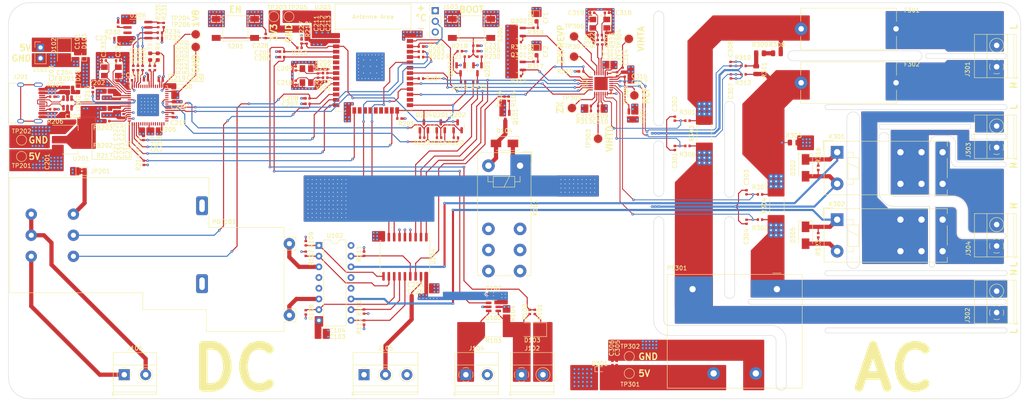
<source format=kicad_pcb>
(kicad_pcb (version 20211014) (generator pcbnew)
  (layers (0 "F.Cu" signal) (1 "In1.Cu" power) (2 "In2.Cu" power) (31 "B.Cu" mixed) (34 "B.Paste" user) (35 "F.Paste" user) (36 "B.SilkS" user "B.Silkscreen") (37 "F.SilkS" user "F.Silkscreen") (38 "B.Mask" user) (39 "F.Mask" user) (44 "Edge.Cuts" user))
  (net 0 "")
  (net 1 "+5V")
  (net 2 "GND")
  (net 3 "/EXT_5V")
  (net 4 "+3V3")
  (net 5 "VBUS")
  (net 6 "48V_VSENSE")
  (net 7 "48V_ISENSE")
  (net 8 "POT_SENSE")
  (net 9 "POT_HIGH")
  (net 10 "/microcontroller/32K_XP")
  (net 11 "/microcontroller/32K_XN")
  (net 12 "+1V8")
  (net 13 "EN")
  (net 14 "/microcontroller/OSCI")
  (net 15 "/microcontroller/OSCO")
  (net 16 "TEMP_PROBE")
  (net 17 "/microcontroller/VBUS_RAW")
  (net 18 "CC1")
  (net 19 "Net-(C228-Pad1)")
  (net 20 "CC2")
  (net 21 "Net-(C231-Pad1)")
  (net 22 "Net-(C318-Pad2)")
  (net 23 "nDTR")
  (net 24 "BOOT")
  (net 25 "Net-(C319-Pad1)")
  (net 26 "nRTS")
  (net 27 "Net-(D104-Pad2)")
  (net 29 "IO2")
  (net 31 "unconnected-(J201-PadS1)")
  (net 32 "POT_LOW")
  (net 33 "MTMS")
  (net 34 "MTCK")
  (net 35 "/microcontroller/FTDI_REF")
  (net 36 "/microcontroller/FTDI_RESET#")
  (net 37 "EECS")
  (net 38 "/microcontroller/R_EECS")
  (net 39 "EECLK")
  (net 40 "/microcontroller/R_EECLK")
  (net 41 "/microcontroller/R_EEDATA")
  (net 42 "EEDATA")
  (net 43 "/microcontroller/nRXLED")
  (net 44 "/microcontroller/LED_RX")
  (net 45 "/microcontroller/nTXLED")
  (net 46 "/microcontroller/LED_TX")
  (net 47 "AC_IRQn")
  (net 48 "USB_D-")
  (net 49 "USB_D+")
  (net 50 "MTDI")
  (net 51 "MTDO")
  (net 52 "IO_EXP_INT")
  (net 53 "VSPI_CS1")
  (net 54 "VSPI_CLK")
  (net 55 "VSPI_MISO")
  (net 56 "VSPI_CS2")
  (net 57 "RXD")
  (net 58 "TXD")
  (net 59 "VSPI_MOSI")
  (net 60 "/microcontroller/USB_CONN_D-")
  (net 61 "/microcontroller/USB_CONN_D+")
  (net 62 "/microcontroller/MCU_RXD")
  (net 63 "/microcontroller/MCU_TXD")
  (net 64 "/microcontroller/uC_SPI_CLK")
  (net 65 "Net-(Q201-Pad1)")
  (net 66 "/microcontroller/XTAL_P")
  (net 67 "/microcontroller/XTALP_N")
  (net 68 "Net-(Q202-Pad1)")
  (net 69 "/microcontroller/VPLL")
  (net 70 "/microcontroller/VPHY")
  (net 71 "Net-(Q203-Pad1)")
  (net 72 "Net-(Q203-Pad3)")
  (net 73 "Net-(Q204-Pad1)")
  (net 74 "Net-(Q205-Pad1)")
  (net 75 "Net-(Q205-Pad3)")
  (net 76 "Net-(R231-Pad1)")
  (net 77 "Net-(R232-Pad1)")
  (net 78 "Net-(R309-Pad2)")
  (net 111 "IAN")
  (net 112 "IAP")
  (net 113 "IBN")
  (net 114 "IBP")
  (net 115 "/ac_power_sense/AC_5V")
  (net 116 "VN")
  (net 117 "VP")
  (net 118 "/ac_power_sense/VINTD")
  (net 119 "/ac_power_sense/VINTA")
  (net 120 "/ac_power_sense/RESETn")
  (net 121 "REF")
  (net 122 "/ac_power_sense/XTAL1")
  (net 123 "/ac_power_sense/XTAL2")
  (net 124 "48V_IN")
  (net 125 "GND_IN")
  (net 127 "RELAY_AC(N)")
  (net 128 "/ac_power_sense/CF2_LED")
  (net 129 "/ac_power_sense/CF1_LED")
  (net 130 "RELAY_AC(L)")
  (net 131 "/ac_power_sense/AC(L)_IN")
  (net 132 "AC(L)_FUSE")
  (net 133 "/ac_power_sense/AC(N)_IN")
  (net 134 "AC(N)_FUSE")
  (net 135 "GND_OUT")
  (net 136 "48V_LED_OUT")
  (net 137 "uC_STATE")
  (net 138 "CTRL_N")
  (net 139 "CTRL_P")
  (net 140 "AC(N)")
  (net 141 "AC(L)")
  (net 142 "MAIN(N)_IN")
  (net 143 "MAIN(L)_IN")
  (net 144 "MAIN(N)_OUT")
  (net 145 "MAIN(L)_OUT")
  (net 146 "/MOTOR_CW")
  (net 147 "/MOTOR_CCW")
  (net 148 "/uC_DC_RELAY_B")
  (net 149 "CF2")
  (net 150 "/ac_power_sense/CF2_E")
  (net 151 "CF1")
  (net 152 "/ac_power_sense/CF1_E")
  (net 153 "uC_DC_RELAY")
  (net 154 "uC_MOTOR_CW")
  (net 155 "uC_MOTOR_CCW")
  (net 156 "uC_MOTOR_EN")
  (net 157 "uC_RELAY_AC(L)")
  (net 158 "uC_RELAY_AC(N)")
  (net 159 "uC_RELAY_EN")
  (net 160 "/ac_power_sense/VN_R")
  (net 162 "/ac_power_sense/ZX")
  (net 163 "/ac_power_sense/REVPn")
  (net 164 "/ac_power_sense/ZX_I")
  (footprint "Fuse:Fuseholder_Cylinder-5x20mm_Schurter_0031_8201_Horizontal_Open" (layer "F.Cu") (at 250.45 39 180)
    (fp_text reference "F302")
    (fp_text value "Fuse")
  )
  (footprint "Resistor_SMD:R_2512_6332Metric" (layer "F.Cu") (at 155 97.6 180)
    (fp_text reference "R103")
    (fp_text value "0R2")
  )
  (footprint "Capacitor_SMD:C_0402_1005Metric" (layer "F.Cu") (at 183.2 105.52 90)
    (fp_text reference "C306")
    (fp_text value "4u7")
  )
  (footprint "Resistor_SMD:R_0402_1005Metric" (layer "F.Cu") (at 232 59.2 90)
    (fp_text reference "R316")
    (fp_text value "10k")
  )
  (footprint "Resistor_SMD:R_0402_1005Metric" (layer "F.Cu") (at 218.2 71.5 180)
    (fp_text reference "R302")
    (fp_text value "1k")
  )
  (footprint "Resistor_SMD:R_0402_1005Metric" (layer "F.Cu") (at 151.7 32.8 180)
    (fp_text reference "R230")
    (fp_text value "1k")
  )
  (footprint "Capacitor_SMD:C_0402_1005Metric" (layer "F.Cu") (at 198 47.52 90)
    (fp_text reference "C302")
    (fp_text value "4u7")
  )
  (footprint "Resistor_SMD:R_0402_1005Metric" (layer "F.Cu") (at 201 48 180)
    (fp_text reference "R301")
    (fp_text value "1k")
  )
  (footprint "Resistor_SMD:R_0402_1005Metric" (layer "F.Cu") (at 165 25.95 180)
    (fp_text reference "R318")
    (fp_text value "500")
  )
  (footprint "Resistor_SMD:R_0402_1005Metric" (layer "F.Cu") (at 69.6 35.49 -90)
    (fp_text reference "R223")
    (fp_text value "33k")
  )
  (footprint "Capacitor_SMD:C_0402_1005Metric" (layer "F.Cu") (at 79.2 40.72 -90)
    (fp_text reference "C230")
    (fp_text value "4u7")
  )
  (footprint "Resistor_SMD:R_0402_1005Metric" (layer "F.Cu") (at 158.6 42.8 -90)
    (fp_text reference "R105")
    (fp_text value "220")
  )
  (footprint "Capacitor_SMD:C_0402_1005Metric" (layer "F.Cu") (at 67.3 46.9 -90)
    (fp_text reference "C214")
    (fp_text value "100n")
  )
  (footprint "Capacitor_SMD:C_0402_1005Metric" (layer "F.Cu") (at 113 28.5 90)
    (fp_text reference "C211")
    (fp_text value "4u7")
  )
  (footprint "Capacitor_SMD:C_0402_1005Metric" (layer "F.Cu") (at 115.8 28.5 90)
    (fp_text reference "C213")
    (fp_text value "100n" hide)
  )
  (footprint "Capacitor_SMD:C_0402_1005Metric" (layer "F.Cu") (at 79.2 43 90)
    (fp_text reference "C220")
    (fp_text value "100n")
  )
  (footprint "Package_TO_SOT_SMD:SOT-23" (layer "F.Cu") (at 157.8 47.07 -90)
    (fp_text reference "Q101")
    (fp_text value "BC848")
  )
  (footprint "Capacitor_SMD:C_0402_1005Metric" (layer "F.Cu") (at 54.715 40.1 180)
    (fp_text reference "C204")
    (fp_text value "100n")
  )
  (footprint "Connector_PinHeader_2.54mm:PinHeader_1x03_P2.54mm_Vertical" (layer "F.Cu") (at 141.2 21.875)
    (fp_text reference "J103")
    (fp_text value "DS18B20")
  )
  (footprint "Capacitor_SMD:C_0402_1005Metric" (layer "F.Cu") (at 65.6 28.4)
    (fp_text reference "C234")
    (fp_text value "100n")
  )
  (footprint "lumos:Crystal_SMD_5032-4Pin_5.0x3.2mm" (layer "F.Cu") (at 110.7 37.3 -90)
    (fp_text reference "Y201")
    (fp_text value "32k768")
  )
  (footprint "Capacitor_SMD:C_0402_1005Metric" (layer "F.Cu") (at 72.5 50.1)
    (fp_text reference "C217")
    (fp_text value "100n")
  )
  (footprint "Relay_THT:Relay_DPDT_Finder_40.52" (layer "F.Cu") (at 161.3075 58.6925 -90)
    (fp_text reference "K101")
    (fp_text value "FINDER-40.61")
  )
  (footprint "Capacitor_SMD:C_0402_1005Metric" (layer "F.Cu") (at 101 27.9 90)
    (fp_text reference "C228")
    (fp_text value "1n")
  )
  (footprint "Capacitor_SMD:C_0402_1005Metric" (layer "F.Cu") (at 74.8 50.1 180)
    (fp_text reference "C218")
    (fp_text value "100n")
  )
  (footprint "lumos:QFN-64-1EP_9x9mm_P0.5mm_EP4.35x4.35mm" (layer "F.Cu") (at 73.1 44.3)
    (fp_text reference "U205")
    (fp_text value "FT2232HQ")
  )
  (footprint "Capacitor_SMD:C_0402_1005Metric" (layer "F.Cu") (at 155 89.2 180)
    (fp_text reference "C102")
    (fp_text value "100n")
  )
  (footprint "Resistor_SMD:R_0402_1005Metric" (layer "F.Cu") (at 180.2 27.68)
    (fp_text reference "R322")
    (fp_text value "5M")
  )
  (footprint "Capacitor_SMD:C_0402_1005Metric" (layer "F.Cu") (at 56.33 32.68 -90)
    (fp_text reference "C101")
    (fp_text value "4u7")
  )
  (footprint "Capacitor_SMD:C_0402_1005Metric" (layer "F.Cu") (at 180.3 44.5)
    (fp_text reference "C309")
    (fp_text value "100n")
  )
  (footprint "Capacitor_SMD:C_0402_1005Metric" (layer "F.Cu") (at 215 65 90)
    (fp_text reference "C303")
    (fp_text value "4u7")
  )
  (footprint "lumos:Crystal_SMD_5032-4Pin_5.0x3.2mm" (layer "F.Cu") (at 64.4 36.3 180)
    (fp_text reference "Y202")
    (fp_text value "12M")
  )
  (footprint "Resistor_SMD:R_0402_1005Metric" (layer "F.Cu") (at 164.8 93.4 -90)
    (fp_text reference "R101")
    (fp_text value "470k")
  )
  (footprint "Capacitor_SMD:C_0402_1005Metric" (layer "F.Cu") (at 186.6 37.58)
    (fp_text reference "C316")
    (fp_text value "100n")
  )
  (footprint "Diode_SMD:D_SOD-523" (layer "F.Cu") (at 56.5 40.4 -90)
    (fp_text reference "D201")
    (fp_text value "SS14")
  )
  (footprint "Resistor_SMD:R_0402_1005Metric" (layer "F.Cu") (at 110.5 77.1 -90)
    (fp_text reference "R109")
    (fp_text value "10k")
  )
  (footprint "Resistor_SMD:R_0402_1005Metric" (layer "F.Cu") (at 73.5 35.5 90)
    (fp_text reference "R228")
    (fp_text value "2k")
  )
  (footprint "Resistor_SMD:R_0805_2012Metric" (layer "F.Cu") (at 226.2 53.2)
    (fp_text reference "R305")
    (fp_text value "1M")
  )
  (footprint "TestPoint:TestPoint_Pad_D2.0mm" (layer "F.Cu") (at 106.5 23.3)
    (fp_text reference "TP205")
    (fp_text value "GND")
  )
  (footprint "Package_TO_SOT_SMD:SOT-23" (layer "F.Cu") (at 151.2 35.8 -90)
    (fp_text reference "Q205")
    (fp_text value "2N7002")
  )
  (footprint "Capacitor_SMD:C_0402_1005Metric" (layer "F.Cu") (at 62.6 33.7 180)
    (fp_text reference "C233")
    (fp_text value "12p")
  )
  (footprint "Diode_SMD:D_SMA" (layer "F.Cu") (at 229 59.2 -90)
    (fp_text reference "D302")
    (fp_text value "US1D")
  )
  (footprint "Capacitor_SMD:C_0402_1005Metric" (layer "F.Cu") (at 181.9 22.38 180)
    (fp_text reference "C318")
    (fp_text value "20p")
  )
  (footprint "Capacitor_SMD:C_0402_1005Metric" (layer "F.Cu") (at 139.6 87)
    (fp_text reference "C225")
    (fp_text value "100n")
  )
  (footprint "Relay_THT:Relay_DPDT_Finder_40.52" (layer "F.Cu") (at 236.4925 71.4925)
    (fp_text reference "K302")
    (fp_text value "FINDER-40.61")
  )
  (footprint "Resistor_SMD:R_0402_1005Metric" (layer "F.Cu") (at 177.6 45.7 180)
    (fp_text reference "R313")
    (fp_text value "10k")
  )
  (footprint "Resistor_SMD:R_0402_1005Metric" (layer "F.Cu") (at 179.7 29.38 90)
    (fp_text reference "R321")
    (fp_text value "0")
  )
  (footprint "Capacitor_SMD:C_0402_1005Metric" (layer "F.Cu") (at 198 54.48 -90)
    (fp_text reference "C301")
    (fp_text value "4u7")
  )
  (footprint "Capacitor_SMD:C_0402_1005Metric" (layer "F.Cu") (at 110.92 42.7 180)
    (fp_text reference "C208")
    (fp_text value "1u")
  )
  (footprint "Resistor_SMD:R_0402_1005Metric" (layer "F.Cu") (at 138.1 52.0375 180)
    (fp_text reference "R222")
    (fp_text value "100k")
  )
  (footprint "TerminalBlock_Phoenix:TerminalBlock_Phoenix_MKDS-1,5-2-5.08_1x02_P5.08mm_Horizontal" (layer "F.Cu") (at 161.655 108.305)
    (fp_text reference "J102")
    (fp_text value "48V_SCREW_INPUT")
  )
  (footprint "Capacitor_SMD:C_0402_1005Metric" (layer "F.Cu") (at 211.2 34.52 90)
    (fp_text reference "C308")
    (fp_text value "4u7")
  )
  (footprint "TerminalBlock_Phoenix:TerminalBlock_Phoenix_MKDS-1,5-2-5.08_1x02_P5.08mm_Horizontal" (layer "F.Cu") (at 67.455 108.305)
    (fp_text reference "J106")
    (fp_text value "CURRENT_CONTROL")
  )
  (footprint "Resistor_SMD:R_0402_1005Metric" (layer "F.Cu") (at 165 34 180)
    (fp_text reference "R317")
    (fp_text value "500")
  )
  (footprint "TestPoint:TestPoint_Pad_D2.0mm" (layer "F.Cu") (at 84.4 30.5 180)
    (fp_text reference "TP206")
    (fp_text value "GND")
  )
  (footprint "Resistor_SMD:R_0402_1005Metric" (layer "F.Cu") (at 137.8 31.6 180)
    (fp_text reference "R203")
    (fp_text value "0")
  )
  (footprint "MountingHole:MountingHole_3.2mm_M3" (layer "F.Cu") (at 45 109)
    (fp_text reference "H104" hide)
    (fp_text value "MountingHole")
  )
  (footprint "TestPoint:TestPoint_Pad_D2.0mm" (layer "F.Cu") (at 179.8 52.3 90)
    (fp_text reference "TP303")
    (fp_text value "VINTB")
  )
  (footprint "Resistor_SMD:R_0402_1005Metric" (layer "F.Cu") (at 137.8 38 180)
    (fp_text reference "R204")
    (fp_text value "0")
  )
  (footprint "Diode_SMD:D_SOD-523" (layer "F.Cu") (at 180.2 107)
    (fp_text reference "D301")
    (fp_text value "D_Schottky")
  )
  (footprint "Package_TO_SOT_SMD:SOT-23" (layer "F.Cu") (at 142.5 49.3375 90)
    (fp_text reference "Q201")
    (fp_text value "BC848")
  )
  (footprint "TerminalBlock_Phoenix:TerminalBlock_Phoenix_MKDS-1,5-2-5.08_1x02_P5.08mm_Horizontal" (layer "F.Cu") (at 148.455 108.305)
    (fp_text reference "J104")
    (fp_text value "48V_SCREW_OUTPUT")
  )
  (footprint "Capacitor_SMD:C_0402_1005Metric" (layer "F.Cu") (at 53.2 40.6 90)
    (fp_text reference "C203")
    (fp_text value "100n")
  )
  (footprint "Resistor_SMD:R_0402_1005Metric" (layer "F.Cu") (at 175.81 36.3 180)
    (fp_text reference "R319")
    (fp_text value "10k")
  )
  (footprint "LED_SMD:LED_0603_1608Metric" (layer "F.Cu") (at 73.6 32.8 90)
    (fp_text reference "D203")
    (fp_text value "C2286")
  )
  (footprint "Resistor_SMD:R_0402_1005Metric" (layer "F.Cu") (at 75.9 28.4)
    (fp_text reference "R233")
    (fp_text value "10k")
  )
  (footprint "Capacitor_SMD:C_0402_1005Metric" (layer "F.Cu") (at 68.8 38.4 180)
    (fp_text reference "C216")
    (fp_text value "100n")
  )
  (footprint "Inductor_SMD:L_0402_1005Metric" (layer "F.Cu") (at 54.715 41.1)
    (fp_text reference "FB201")
    (fp_text value "1k@100MHz")
  )
  (footprint "Resistor_SMD:R_0402_1005Metric" (layer "F.Cu") (at 72.1 58 90)
    (fp_text reference "R214")
    (fp_text value "10k")
  )
  (footprint "TestPoint:TestPoint_Pad_D2.0mm" (layer "F.Cu") (at 187.2 104)
    (fp_text reference "TP302")
    (fp_text value "AC_GND")
  )
  (footprint "Capacitor_SMD:C_0402_1005Metric" (layer "F.Cu") (at 185.6 35.88 -90)
    (fp_text reference "C314")
    (fp_text value "4u7")
  )
  (footprint "Package_TO_SOT_SMD:SOT-23" (layer "F.Cu") (at 161 35 180)
    (fp_text reference "Q301")
    (fp_text value "BC858")
  )
  (footprint "TestPoint:TestPoint_Pad_D2.0mm" (layer "F.Cu") (at 43.1 52.6)
    (fp_text reference "TP202")
    (fp_text value "GND")
  )
  (footprint "Fuse:Fuseholder_Cylinder-5x20mm_Schurter_0031_8201_Horizontal_Open" (layer "F.Cu") (at 250.45 26.2 180)
    (fp_text reference "F301")
    (fp_text value "Fuse")
  )
  (footprint "Resistor_SMD:R_0402_1005Metric" (layer "F.Cu") (at 66 25.2 90)
    (fp_text reference "R232")
    (fp_text value "0 (NC)")
  )
  (footprint "TestPoint:TestPoint_Pad_D2.0mm" (layer "F.Cu") (at 187.1 28.58 90)
    (fp_text reference "TP304")
    (fp_text value "VINTA")
  )
  (footprint "Resistor_SMD:R_0402_1005Metric" (layer "F.Cu") (at 150.7 31.5 180)
    (fp_text reference "R229")
    (fp_text value "10k")
  )
  (footprint "Capacitor_SMD:C_0402_1005Metric" (layer "F.Cu") (at 180.3 45.7)
    (fp_text reference "C310")
    (fp_text value "4u7")
  )
  (footprint "Resistor_SMD:R_0402_1005Metric" (layer "F.Cu") (at 232 75.2 90)
    (fp_text reference "R323")
    (fp_text value "10k")
  )
  (footprint "Resistor_SMD:R_0402_1005Metric" (layer "F.Cu") (at 147 31.5)
    (fp_text reference "R218")
    (fp_text value "10k")
  )
  (footprint "Resistor_SMD:R_0402_1005Metric" (layer "F.Cu") (at 50.41 45.3 180)
    (fp_text reference "R206")
    (fp_text value "5.1k")
  )
  (footprint "Resistor_SMD:R_0402_1005Metric" (layer "F.Cu") (at 132.7 47.5 180)
    (fp_text reference "R201")
    (fp_text value "10k (NC)")
  )
  (footprint "Capacitor_SMD:C_0402_1005Metric" (layer "F.Cu") (at 186.6 38.78)
    (fp_text reference "C317")
    (fp_text value "4u7")
  )
  (footprint "Resistor_SMD:R_0402_1005Metric" (layer "F.Cu") (at 180.8 29.38 90)
    (fp_text reference "R320")
    (fp_text value "0")
  )
  (footprint "Resistor_SMD:R_0402_1005Metric" (layer "F.Cu") (at 147.8 38.8 180)
    (fp_text reference "R219")
    (fp_text value "0")
  )
  (footprint "Resistor_SMD:R_0402_1005Metric" (layer "F.Cu") (at 137.79 30.4)
    (fp_text reference "R205")
    (fp_text value "4k7")
  )
  (footprint "TestPoint:TestPoint_Pad_D2.0mm" (layer "F.Cu") (at 188.4 42 90)
    (fp_text reference "TP308")
    (fp_text value "1V2 REF")
  )
  (footprint "TestPoint:TestPoint_Pad_D2.0mm" (layer "F.Cu") (at 187.2 108)
    (fp_text reference "TP301")
    (fp_text value "AC_5V")
  )
  (footprint "Resistor_SMD:R_0402_1005Metric" (layer "F.Cu") (at 74.7 35.5 90)
    (fp_text reference "R227")
    (fp_text value "2k")
  )
  (footprint "Capacitor_SMD:C_0402_1005Metric" (layer "F.Cu") (at 182.6 34.18)
    (fp_text reference "C311")
    (fp_text value "10u")
  )
  (footprint "Resistor_SMD:R_0402_1005Metric" (layer "F.Cu") (at 72 52.1 90)
    (fp_text reference "R211")
    (fp_text value "10k")
  )
  (footprint "Resistor_SMD:R_0402_1005Metric" (layer "F.Cu") (at 137.8 32.9)
    (fp_text reference "R202")
    (fp_text value "0")
  )
  (footprint "Connector_PinHeader_2.54mm:PinHeader_1x02_P2.54mm_Vertical" (layer "F.Cu") (at 47.6 30.625)
    (fp_text reference "J101")
    (fp_text value "5V_EXT_INPUT")
  )
  (footprint "Resistor_SMD:R_0402_1005Metric" (layer "F.Cu") (at 201 54 180)
    (fp_text reference "R306")
    (fp_text value "1k")
  )
  (footprint "Resistor_SMD:R_0402_1005Metric" (layer "F.Cu") (at 161 37.4 180)
    (fp_text reference "R314")
    (fp_text value "10k")
  )
  (footprint "Resistor_SMD:R_0402_1005Metric" (layer "F.Cu") (at 115.1 37.8 180)
    (fp_text reference "R210")
    (fp_text value "0")
  )
  (footprint "Jumper:SolderJumper-2_P1.3mm_Bridged2Bar_Pad1.0x1.5mm" (layer "F.Cu") (at 57.4 60)
    (fp_text reference "JP201")
    (fp_text value "SolderJumper_2_Bridged")
  )
  (footprint "Resistor_SMD:R_0805_2012Metric" (layer "F.Cu") (at 218.2 32 180)
    (fp_text reference "R309")
    (fp_text value "499k")
  )
  (footprint "TerminalBlock_Phoenix:TerminalBlock_Phoenix_MKDS-1,5-2-5.08_1x02_P5.08mm_Horizontal" (layer "F.Cu") (at 274.305 54.345 90)
    (fp_text reference "J303")
    (fp_text value "MAINS_INPUT")
  )
  (footprint "Resistor_SMD:R_0402_1005Metric" (layer "F.Cu") (at 214.2875 35 180)
    (fp_text reference "R310")
    (fp_text value "1k")
  )
  (footprint "Package_DIP:DIP-16_W7.62mm" (layer "F.Cu") (at 113.6 77.625)
    (fp_text reference "U102")
    (fp_text value "L293D")
  )
  (footprint "Capacitor_SMD:C_0402_1005Metric" (layer "F.Cu") (at 108.1 35.6 -90)
    (fp_text reference "C209")
    (fp_text value "12p")
  )
  (footprint "Resistor_SMD:R_0402_1005Metric" (layer "F.Cu") (at 124.3 79.59 -90)
    (fp_text reference "R111")
    (fp_text value "10k")
  )
  (footprint "Capacitor_SMD:C_0402_1005Metric" (layer "F.Cu") (at 215 72 -90)
    (fp_text reference "C304")
    (fp_text value "4u7")
  )
  (footprint "Capacitor_SMD:C_0402_1005Metric" (layer "F.Cu") (at 114.4 28.5 90)
    (fp_text reference "C212")
    (fp_text value "1u")
  )
  (footprint "Package_TO_SOT_SMD:SOT-23" (layer "F.Cu") (at 146.5 49.3375 90)
    (fp_text reference "Q202")
    (fp_text value "BC848")
  )
  (footprint "Resistor_SMD:R_0402_1005Metric" (layer "F.Cu") (at 110.5 79.6 -90)
    (fp_text reference "R107")
    (fp_text value "10k")
  )
  (footprint "Package_TO_SOT_SMD:SOT-23" (layer "F.Cu") (at 161 26.95 180)
    (fp_text reference "Q302")
    (fp_text value "BC858")
  )
  (footprint "Resistor_SMD:R_0402_1005Metric" (layer "F.Cu") (at 50.4 42.3 180)
    (fp_text reference "R207")
    (fp_text value "5.1k")
  )
  (footprint "Resistor_SMD:R_0402_1005Metric" (layer "F.Cu") (at 158 93.8 -90)
    (fp_text reference "R104")
    (fp_text value "0")
  )
  (footprint "Diode_SMD:D_SMA" (layer "F.Cu") (at 53.26 31.9 -90)
    (fp_text reference "D102")
    (fp_text value "US1D")
  )
  (footprint "Relay_THT:Relay_DPDT_Finder_40.52" (layer "F.Cu") (at 236.4925 55.4925)
    (fp_text reference "K301")
    (fp_text value "FINDER-40.61")
  )
  (footprint "TerminalBlock_Phoenix:TerminalBlock_Phoenix_MKDS-1,5-3-5.08_1x03_P5.08mm_Horizontal" (layer "F.Cu") (at 124.315 108.305)
    (fp_text reference "J105")
    (fp_text value "STATE_INPUT")
  )
  (footprint "Resistor_SMD:R_0402_1005Metric" (layer "F.Cu") (at 214.2875 37 180)
    (fp_text reference "R312")
    (fp_text value "1k")
  )
  (footprint "Resistor_SMD:R_0402_1005Metric" (layer "F.Cu") (at 110.7 29.2 90)
    (fp_text reference "R212")
    (fp_text value "10k")
  )
  (footprint "Resistor_SMD:R_0402_1005Metric" (layer "F.Cu") (at 150.7 38.8)
    (fp_text reference "R225")
    (fp_text value "0")
  )
  (footprint "TestPoint:TestPoint_Pad_D2.0mm" (layer "F.Cu") (at 173.6 45 90)
    (fp_text reference "TP305")
    (fp_text value "ZX")
  )
  (footprint "Resistor_SMD:R_0402_1005Metric" (layer "F.Cu") (at 70.7 35.49 -90)
    (fp_text reference "R224")
    (fp_text value "33k")
  )
  (footprint "Package_TO_SOT_SMD:SOT-23" (layer "F.Cu") (at 188.05 46.75 -90)
    (fp_text reference "U301")
    (fp_text value "ADR280")
  )
  (footprint "Package_TO_SOT_SMD:SOT-23" (layer "F.Cu") (at 147.2 35.8 -90)
    (fp_text reference "Q203")
    (fp_text value "2N7002")
  )
  (footprint "LED_SMD:LED_0603_1608Metric" (layer "F.Cu") (at 75.4 32.8 90)
    (fp_text reference "D202")
    (fp_text value "C138547")
  )
  (footprint "Capacitor_SMD:C_0402_1005Metric" (layer "F.Cu") (at 109.5 29.2 90)
    (fp_text reference "C227")
    (fp_text value "1n")
  )
  (footprint "Capacitor_SMD:C_0402_1005Metric" (layer "F.Cu") (at 56.2 48.2 180)
    (fp_text reference "C202")
    (fp_text value "10u")
  )
  (footprint "Resistor_SMD:R_0402_1005Metric" (layer "F.Cu") (at 71.8 35.49 90)
    (fp_text reference "R226")
    (fp_text value "33k")
  )
  (footprint "Resistor_SMD:R_0402_1005Metric" (layer "F.Cu") (at 148.7 32.8)
    (fp_text reference "R221")
    (fp_text value "1k")
  )
  (footprint "Resistor_SMD:R_2512_6332Metric" (layer "F.Cu") (at 205 51 90)
    (fp_text reference "R303")
    (fp_text value "0R5")
  )
  (footprint "Capacitor_SMD:C_0402_1005Metric" (layer "F.Cu") (at 104.88 32.9 180)
    (fp_text reference "C206")
    (fp_text value "1u")
  )
  (footprint "MountingHole:MountingHole_3.2mm_M3" (layer "F.Cu") (at 200 25)
    (fp_text reference "H102" hide)
    (fp_text value "MountingHole")
  )
  (footprint "Capacitor_SMD:C_0402_1005Metric" (layer "F.Cu") (at 114.4 97.8)
    (fp_text reference "C104")
    (fp_text value "100n")
  )
  (footprint "Resistor_SMD:R_0402_1005Metric" (layer "F.Cu") (at 163.6 93.4 90)
    (fp_text reference "R102")
    (fp_text value "10k")
  )
  (footprint "Package_TO_SOT_SMD:SOT-23-6" (layer "F.Cu") (at 54 43.8 90)
    (fp_text reference "U202")
    (fp_text value "USBLC6-2SC6")
  )
  (footprint "Inductor_SMD:L_0402_1005Metric" (layer "F.Cu") (at 63.4 41)
    (fp_text reference "FB203")
    (fp_text value "1k@100MHz")
  )
  (footprint "Capacitor_SMD:C_0402_1005Metric" (layer "F.Cu") (at 211.2875 37.48 -90)
    (fp_text reference "C307")
    (fp_text value "4u7")
  )
  (footprint "Capacitor_SMD:C_0402_1005Metric" (layer "F.Cu") (at 65.2 42.325 -90)
    (fp_text reference "C222")
    (fp_text value "4u7")
  )
  (footprint "Resistor_SMD:R_0805_2012Metric" (layer "F.Cu") (at 217.2875 36 90)
    (fp_text reference "R311")
    (fp_text value "10k")
  )
  (footprint "LED_SMD:LED_0603_1608Metric_Pad1.05x0.95mm_HandSolder" (layer "F.Cu") (at 165.2 31.6 -90)
    (fp_text reference "D303")
    (fp_text value "LED")
  )
  (footprint "Resistor_SMD:R_0402_1005Metric" (layer "F.Cu") (at 75.5 25.3 90)
    (fp_text reference "R235")
    (fp_text value "2k2")
  )
  (footprint "Package_SO:SOIC-18W_7.5x11.6mm_P1.27mm" (layer "F.Cu") (at 134 80.3 -90)
    (fp_text reference "U204")
    (fp_text value "MCP23S08-xSO")
  )
  (footprint "Package_CSP:LFCSP-28-1EP_5x5mm_P0.5mm_EP3.14x3.14mm" (layer "F.Cu") (at 180.5 39.18 90)
    (fp_text reference "U302")
    (fp_text value "ADE7953xCP")
  )
  (footprint "lumos:SW_2-1437565-9" (layer "F.Cu") (at 93.8 26.1 180)
    (fp_text reference "S201")
    (fp_text value "SMD PUSH BUTTON")
  )
  (footprint "Package_SO:SOIC-8_3.9x4.9mm_P1.27mm" (layer "F.Cu") (at 70.7 26.5 180)
    (fp_text reference "U206")
    (fp_text value "93LC46B")
  )
  (footprint "lumos:ESP32-WROOM-32E" (layer "F.Cu") (at 126.45 34.82)
    (fp_text reference "U203")
    (fp_text value "ESP32-WROOM-E")
  )
  (footprint "Package_TO_SOT_SMD:SOT-223-3_TabPin2" (layer "F.Cu") (at 54.6 52.5)
    (fp_text reference "U201")
    (fp_text value "AMS1117-3.3")
  )
  (footprint "Package_TO_SOT_SMD:SOT-23" (layer "F.Cu") (at 138.5 49.3375 90)
    (fp_text reference "Q204")
    (fp_text value "BC848")
  )
  (footprint "TerminalBlock_Phoenix:TerminalBlock_Phoenix_MKDS-1,5-2-5.08_1x02_P5.08mm_Horizontal" (layer "F.Cu") (at 274.305 93.545 90)
    (fp_text reference "J302")
    (fp_text value "AC_OUT")
  )
  (footprint "Resistor_SMD:R_0402_1005Metric" (layer "F.Cu") (at 124.3 95.91 90)
    (fp_text reference "R112")
    (fp_text value "10k")
  )
  (footprint "TestPoint:TestPoint_Pad_D2.0mm" (layer "F.Cu") (at 174.1 32.8 90)
    (fp_text reference "TP307")
    (fp_text value "ZX_I")
  )
  (footprint "Resistor_SMD:R_0402_1005Metric" (layer "F.Cu") (at 157.6 42.8 90)
    (fp_text reference "R106")
    (fp_text value "10k")
  )
  (footprint "Resistor_SMD:R_0402_1005Metric" (layer "F.Cu") (at 218.2 65.5 180)
    (fp_text reference "R307")
    (fp_text value "1k")
  )
  (footprint "Resistor_SMD:R_0402_1005Metric" (layer "F.Cu") (at 60 40.7 -90)
    (fp_text reference "R215")
    (fp_text value "12k")
  )
  (footprint "Resistor_SMD:R_0402_1005Metric" (layer "F.Cu") (at 113.4 37.3 90)
    (fp_text reference "R209")
    (fp_text value "5M")
  )
  (footprint "Connector_USB:USB_C_Receptacle_HRO_TYPE-C-31-M-12" (layer "F.Cu") (at 43.94 43.8 -90)
    (fp_text reference "J201")
    (fp_text value "USB_C_Receptacle_USB2.0")
  )
  (footprint "Capacitor_SMD:C_0402_1005Metric" (layer "F.Cu") (at 182.6 35.28)
    (fp_text reference "C312")
    (fp_text value "100n")
  )
  (footprint "Capacitor_SMD:C_0402_1005Metric" (layer "F.Cu") (at 184.2 105.52 90)
    (fp_text reference "C305")
    (fp_text value "10u")
  )
  (footprint "Capacitor_SMD:C_0402_1005Metric" (layer "F.Cu") (at 110.92 44 180)
    (fp_text reference "C207")
    (fp_text value "1u")
  )
  (footprint "TestPoint:TestPoint_Pad_D2.0mm" (layer "F.Cu") (at 43.1 56.5 180)
    (fp_text reference "TP201")
    (fp_text value "5V")
  )
  (footprint "Capacitor_SMD:C_0402_1005Metric" (layer "F.Cu") (at 66 33.7 180)
    (fp_text reference "C232")
    (fp_text value "12p")
  )
  (footprint "Resistor_SMD:R_0402_1005Metric" (layer "F.Cu") (at 124.3 93.31 90)
    (fp_text reference "R110")
    (fp_text value "10k")
  )
  (footprint "lumos:RK27112MC" (layer "F.Cu") (at 55.4 75.2 180)
    (fp_text reference "POT101")
    (fp_text value "RK27112MC")
  )
  (footprint "TestPoint:TestPoint_Pad_D2.0mm" (layer "F.Cu") (at 84.4 27.5 180)
    (fp_text reference "TP204")
    (fp_text value "1V8")
  )
  (footprint "Diode_SMD:D_SOD-523" (layer "F.Cu") (at 57.96 32.7 90)
    (fp_text reference "D101")
    (fp_text value "D_Schottky")
  )
  (footprint "Package_TO_SOT_SMD:SOT-23-6" (layer "F.Cu") (at 155 92.2)
    (fp_text reference "U101")
    (fp_text value "INA181")
  )
  (footprint "Capacitor_SMD:C_0402_1005Metric" (layer "F.Cu") (at 108.1 39 -90)
    (fp_text reference "C210")
    (fp_text value "12p")
  )
  (footprint "Capacitor_SMD:C_0402_1005Metric" (layer "F.Cu") (at 79 46.7 -90)
    (fp_text reference "C215")
    (fp_text value "100n")
  )
  (footprint "Resistor_SMD:R_0402_1005Metric" (layer "F.Cu") (at 75.9 27.1)
    (fp_text reference "R234")
    (fp_text value "10k")
  )
  (footprint "Resistor_SMD:R_2512_6332Metric" (layer "F.Cu") (at 222.2 68.2 -90)
    (fp_text reference "R304")
    (fp_text value "0R5")
  )
  (footprint "Resistor_SMD:R_0402_1005Metric" (layer "F.Cu") (at 146.09 52.0375 180)
    (fp_text reference "R220")
    (fp_text value "100k")
  )
  (footprint "Resistor_SMD:R_0402_1005Metric" (layer "F.Cu") (at 110.5 93.5 90)
    (fp_text reference "R108")
    (fp_text value "10k")
  )
  (footprint "Capacitor_SMD:C_0402_1005Metric" (layer "F.Cu") (at 66.3 45.3 -90)
    (fp_text reference "C223")
    (fp_text value "100n")
  )
  (footprint "Capacitor_SMD:C_0402_1005Metric" (layer "F.Cu") (at 72.6 38.4 180)
    (fp_text reference "C219")
    (fp_text value "100n")
  )
  (footprint "Resistor_SMD:R_0402_1005Metric" (layer "F.Cu") (at 142.1 52.0375 180)
    (fp_text reference "R216")
    (fp_text value "100k")
  )
  (footprint "TerminalBlock_Phoenix:TerminalBlock_Phoenix_MKDS-1,5-2-5.08_1x02_P5.08mm_Horizontal" (layer "F.Cu") (at 274.305 35.2 90)
    (fp_text reference "J301")
    (fp_text value "AC_IN")
  )
  (footprint "LED_SMD:LED_0603_1608Metric_Pad1.05x0.95mm_HandSolder" (layer "F.Cu") (at 165.2 23.55 -90)
    (fp_text reference "D304")
    (fp_text value "LED")
  )
  (footprint "lumos:Crystal_SMD_5032-4Pin_5.0x3.2mm" (layer "F.Cu") (at 180.2 24.98 180)
    (fp_text reference "Y301")
    (fp_text value "3M58")
  )
  (footprint "Capacitor_SMD:C_0402_1005Metric" (layer "F.Cu") (at 114.4 99.3)
    (fp_text reference "C103")
    (fp_text value "4u7")
  )
  (footprint "lumos:SW_2-1437565-9" (layer "F.Cu") (at 149.8 26.1)
    (fp_text reference "S202")
    (fp_text value "SMD PUSH BUTTON")
  )
  (footprint "MountingHole:MountingHole_3.2mm_M3" (layer "F.Cu") (at 45 25)
    (fp_text reference "H101" hide)
    (fp_text value "MountingHole")
  )
  (footprint "Capacitor_SMD:C_0402_1005Metric" (layer "F.Cu") (at 177.62 44.5)
    (fp_text reference "C315")
    (fp_text value "100n")
  )
  (footprint "Resistor_SMD:R_0402_1005Metric" (layer "F.Cu") (at 63.4 48.1)
    (fp_text reference "R217")
    (fp_text value "1k")
  )
  (footprint "Capacitor_SMD:C_0402_1005Metric" (layer "F.Cu") (at 66.3 42.325 -90)
    (fp_text reference "C224")
    (fp_text value "100n")
  )
  (footprint "Diode_SMD:D_SMA" (layer "F.Cu") (at 229 75.2 -90)
    (fp_text reference "D305")
    (fp_text value "US1D")
  )
  (footprint "Capacitor_SMD:C_0402_1005Metric" (layer "F.Cu") (at 150.7 30.2)
    (fp_text reference "C231")
    (fp_text value "1n")
  )
  (footprint "TestPoint:TestPoint_Pad_D2.0mm" (layer "F.Cu") (at 102.9 23.3)
    (fp_text reference "TP203")
    (fp_text value "3V3" hide)
  )
  (footprint "Resistor_SMD:R_0805_2012Metric" (layer "F.Cu") (at 222.2 32 180)
    (fp_text reference "R308")
    (fp_text value "499k")
  )
  (footprint "TerminalBlock_Phoenix:TerminalBlock_Phoenix_MKDS-1,5-2-5.08_1x02_P5.08mm_Horizontal" (layer "F.Cu") (at 274.305 77.745 90)
    (fp_text reference "J304")
    (fp_text value "MAINS_OUTPUT")
  )
  (footprint "Resistor_SMD:R_0402_1005Metric" (layer "F.Cu") (at 76.8 25.3 -90)
    (fp_text reference "R231")
    (fp_text value "10k")
  )
  (footprint "Capacitor_SMD:C_0402_1005Metric" (layer "F.Cu") (at 184.3 36.98 -90)
    (fp_text reference "C313")
    (fp_text value "100n")
  )
  (footprint "MountingHole:MountingHole_3.2mm_M3" (layer "F.Cu") (at 275 109.064466)
    (fp_text reference "H103" hide)
    (fp_text value "MountingHole")
  )
  (footprint "lumos:RECOM_RAC05-xxSK-277" (layer "F.Cu") (at 212.2 98 -90)
    (fp_text reference "PS301")
    (fp_text value "RAC05-05SK/277")
  )
  (footprint "Diode_SMD:D_SMA" (layer "F.Cu") (at 157.6 53.4 180)
    (fp_text reference "D104")
    (fp_text value "US1D")
  )
  (footprint "Resistor_SMD:R_0402_1005Metric" (layer "F.Cu") (at 109 30.7)
    (fp_text reference "R213")
    (fp_text value "0")
  )
  (footprint "Capacitor_SMD:C_0402_1005Metric" (layer "F.Cu") (at 65.2 45.3 -90)
    (fp_text reference "C221")
    (fp_text value "4u7")
  )
  (footprint "Capacitor_SMD:C_0402_1005Metric" (layer "F.Cu") (at 139.6 88.6)
    (fp_text reference "C226")
    (fp_text value "4u7")
  )
  (footprint "Inductor_SMD:L_0402_1005Metric" (layer "F.Cu") (at 63.4 45.1)
    (fp_text reference "FB202")
    (fp_text value "1k@100MHz")
  )
  (footprint "Capacitor_SMD:C_0402_1005Metric" (layer "F.Cu") (at 49.2 54.7 90)
    (fp_text reference "C201")
    (fp_text value "1u")
  )
  (footprint "Capacitor_SMD:C_0402_1005Metric" (layer "F.Cu") (at 104.88 31.6 180)
    (fp_text reference "C205")
    (fp_text value "1u")
  )
  (footprint "Diode_SMD:D_SMA" (layer "F.Cu") (at 164.2 97.6 180)
    (fp_text reference "D103")
    (fp_text value "US1D")
  )
  (footprint "Resistor_SMD:R_0402_1005Metric" (layer "F.Cu") (at 161 29.35 180)
    (fp_text reference "R315")
    (fp_text value "10k")
  )
  (footprint "Resistor_SMD:R_0402_1005Metric" (layer "F.Cu") (at 115.1 36.7 180)
    (fp_text reference "R208")
    (fp_text value "0")
  )
  (footprint "Capacitor_SMD:C_0402_1005Metric" (layer "F.Cu") (at 76.1 38.5 180)
    (fp_text reference "C229")
    (fp_text value "4u7")
  )
  (footprint "Capacitor_SMD:C_0402_1005Metric" (layer "F.Cu") (at 178.4 22.38 180)
    (fp_text reference "C319")
    (fp_text value "20p")
  )
  (footprint "TestPoint:TestPoint_Pad_D2.0mm" (layer "F.Cu") (at 174.1 28 90)
    (fp_text reference "TP306")
    (fp_text value "REVPn")
  )
  (gr_poly (pts (xy 82.6 37) (xy 86.2 37) (xy 86.2 38.7) (xy 78 38.7) (xy 78 37) (xy 79.5 37) (xy 79.5 29.1) (xy 82.6 29.1)) (layer "F.SilkS") (width 0.153) (fill none))
  (gr_poly (pts (xy 67.7 53) (xy 69.1 53) (xy 69.1 57.2) (xy 59.8 57.2) (xy 59.8 48.8) (xy 67.7 48.8)) (layer "F.SilkS") (width 0.153) (fill none))
  (gr_arc (start 262.8 51.6) (mid 264.072792 52.127208) (end 264.6 53.4) (layer "Edge.Cuts") (width 0.1))
  (gr_line (start 234 90.4) (end 216 90.4) (layer "Edge.Cuts") (width 0.1))
  (gr_arc (start 276 90.4) (mid 276.6 91) (end 276 91.6) (layer "Edge.Cuts") (width 0.1))
  (gr_line (start 259.6 68.345) (end 263.8 68.345) (layer "Edge.Cuts") (width 0.1))
  (gr_arc (start 234.2 98.4) (mid 233.6 97.8) (end 234.2 97.2) (layer "Edge.Cuts") (width 0.1))
  (gr_line (start 247 50) (end 267.6 50) (layer "Edge.Cuts") (width 0.1))
  (gr_arc (start 40 25) (mid 41.464466 21.464466) (end 45 20) (layer "Edge.Cuts") (width 0.1))
  (gr_line (start 234.2 45.4) (end 276.2 45.4) (layer "Edge.Cuts") (width 0.1))
  (gr_arc (start 196.6 96.6) (mid 195.751472 96.248528) (end 195.4 95.4) (layer "Edge.Cuts") (width 0.1))
  (gr_line (start 276 51.2) (end 268.8 51.2) (layer "Edge.Cuts") (width 0.1))
  (gr_arc (start 276 32.055) (mid 276.6 32.655) (end 276 33.255) (layer "Edge.Cuts") (width 0.1))
  (gr_line (start 258.4 53.4) (end 258.4 65.945) (layer "Edge.Cuts") (width 0.1))
  (gr_arc (start 212.2 89) (mid 211 90.2) (end 209.8 89) (layer "Edge.Cuts") (width 0.1))
  (gr_line (start 212.2 44.6) (end 212.2 65) (layer "Edge.Cuts") (width 0.1))
  (gr_line (start 265 69.545) (end 265 74.745) (layer "Edge.Cuts") (width 0.1))
  (gr_arc (start 267.6 48.8) (mid 268.2 49.4) (end 267.6 50) (layer "Edge.Cuts") (width 0.1))
  (gr_line (start 234.2 84.8) (end 276.2 84.8) (layer "Edge.Cuts") (width 0.1))
  (gr_arc (start 195.4 64.8) (mid 194.2 66) (end 193 64.8) (layer "Edge.Cuts") (width 0.1))
  (gr_line (start 195.4 64.8) (end 195.4 54) (layer "Edge.Cuts") (width 0.1))
  (gr_arc (start 241.8 81.6) (mid 240.3 83.1) (end 238.8 81.6) (layer "Edge.Cuts") (width 0.1))
  (gr_line (start 209.8 72) (end 209.8 89) (layer "Edge.Cuts") (width 0.1))
  (gr_line (start 268.8 52.4) (end 276 52.4) (layer "Edge.Cuts") (width 0.1))
  (gr_line (start 263.4 53.4) (end 263.4 57.2) (layer "Edge.Cuts") (width 0.1))
  (gr_arc (start 280 109) (mid 278.535534 112.535534) (end 275 114) (layer "Edge.Cuts") (width 0.1))
  (gr_arc (start 276 57.8) (mid 276.6 58.4) (end 276 59) (layer "Edge.Cuts") (width 0.1))
  (gr_arc (start 212.2 65) (mid 211 66.2) (end 209.8 65) (layer "Edge.Cuts") (width 0.1))
  (gr_arc (start 216 91.6) (mid 215.4 91) (end 216 90.4) (layer "Edge.Cuts") (width 0.1))
  (gr_arc (start 209.8 44.6) (mid 211 43.4) (end 212.2 44.6) (layer "Edge.Cuts") (width 0.1))
  (gr_line (start 276 32.055) (end 258 32.055) (layer "Edge.Cuts") (width 0.1))
  (gr_arc (start 275 20) (mid 278.535534 21.464466) (end 280 25) (layer "Edge.Cuts") (width 0.1))
  (gr_line (start 276 90.4) (end 234 90.4) (layer "Edge.Cuts") (width 0.1))
  (gr_line (start 275 114) (end 45 114) (layer "Edge.Cuts") (width 0.1))
  (gr_arc (start 193 23.2) (mid 194.2 22) (end 195.4 23.2) (layer "Edge.Cuts") (width 0.1))
  (gr_arc (start 226 33.8) (mid 224.8 32.6) (end 226 31.4) (layer "Edge.Cuts") (width 0.1))
  (gr_line (start 238.8 47.4) (end 238.8 81.6) (layer "Edge.Cuts") (width 0.1))
  (gr_arc (start 234.2 84.8) (mid 233.6 84.2) (end 234.2 83.6) (layer "Edge.Cuts") (width 0.1))
  (gr_line (start 255.4 31.4) (end 226 31.4) (layer "Edge.Cuts") (width 0.1))
  (gr_line (start 234.2 98.4) (end 276.2 98.4) (layer "Edge.Cuts") (width 0.1))
  (gr_line (start 45 20) (end 275 20) (layer "Edge.Cuts") (width 0.1))
  (gr_line (start 258.4 68.345) (end 258.4 82.2) (layer "Edge.Cuts") (width 0.1))
  (gr_line (start 258.4 65.945) (end 250 65.945) (layer "Edge.Cuts") (width 0.1))
  (gr_line (start 195.4 95.4) (end 195.4 72) (layer "Edge.Cuts") (width 0.1))
  (gr_line (start 265.2 59) (end 276 59) (layer "Edge.Cuts") (width 0.1))
  (gr_arc (start 234.2 45.4) (mid 233.6 44.8) (end 234.2 44.2) (layer "Edge.Cuts") (width 0.1))
  (gr_line (start 248.8 64.745) (end 248.8 52) (layer "Edge.Cuts") (width 0.1))
  (gr_line (start 193 72) (end 193 95.4) (layer "Edge.Cuts") (width 0.1))
  (gr_line (start 263.8 65.945) (end 259.6 65.945) (layer "Edge.Cuts") (width 0.1))
  (gr_line (start 241.8 81.6) (end 241.8 47.4) (layer "Edge.Cuts") (width 0.1))
  (gr_line (start 267.6 48.8) (end 247 48.8) (layer "Edge.Cuts") (width 0.1))
  (gr_line (start 276 74.745) (end 268.6 74.745) (layer "Edge.Cuts") (width 0.1))
  (gr_line (start 234 91.6) (end 276 91.6) (layer "Edge.Cuts") (width 0.1))
  (gr_line (start 212.2 89) (end 212.2 72) (layer "Edge.Cuts") (width 0.1))
  (gr_arc (start 193 72) (mid 194.2 70.8) (end 195.4 72) (layer "Edge.Cuts") (width 0.1))
  (gr_line (start 276.2 97.2) (end 234.2 97.2) (layer "Edge.Cuts") (width 0.1))
  (gr_arc (start 276.2 83.6) (mid 276.8 84.2) (end 276.2 84.8) (layer "Edge.Cuts") (width 0.1))
  (gr_arc (start 276.2 44.2) (mid 276.8 44.8) (end 276.2 45.4) (layer "Edge.Cuts") (width 0.1))
  (gr_arc (start 224.4 110.8) (mid 223.2 112) (end 222 110.8) (layer "Edge.Cuts") (width 0.1))
  (gr_arc (start 276 74.745) (mid 276.6 75.345) (end 276 75.945) (layer "Edge.Cuts") (width 0.1))
  (gr_arc (start 193 54) (mid 194.2 52.8) (end 195.4 54) (layer "Edge.Cuts") (width 0.1))
  (gr_arc (start 238.8 47.4) (mid 240.3 45.9) (end 241.8 47.4) (layer "Edge.Cuts") (width 0.1))
  (gr_arc (start 45 114) (mid 41.464466 112.535534) (end 40 109) (layer "Edge.Cuts") (width 0.1))
  (gr_arc (start 265.2 59) (mid 263.927208 58.472792) (end 263.4 57.2) (layer "Edge.Cuts") (width 0.1))
  (gr_arc (start 220.8 99) (mid 221.648528 99.351472) (end 222 100.2) (layer "Edge.Cuts") (width 0.1))
  (gr_arc (start 255.4 31.4) (mid 256.6 32.6) (end 255.4 33.8) (layer "Edge.Cuts") (width 0.1))
  (gr_arc (start 195.4 48) (mid 194.2 49.2) (end 193 48) (layer "Edge.Cuts") (width 0.1))
  (gr_arc (start 259.6 53.4) (mid 259.775736 52.975736) (end 260.2 52.8) (layer "Edge.Cuts") (width 0.1))
  (gr_arc (start 276 51.2) (mid 276.6 51.8) (end 276 52.4) (layer "Edge.Cuts") (width 0.1))
  (gr_arc (start 209.8 72) (mid 211 70.8) (end 212.2 72) (layer "Edge.Cuts") (width 0.1))
  (gr_line (start 276.2 44.2) (end 234.2 44.2) (layer "Edge.Cuts") (width 0.1))
  (gr_arc (start 259.6 82.2) (mid 259 82.8) (end 258.4 82.2) (layer "Edge.Cuts") (width 0.1))
  (gr_arc (start 250 65.945) (mid 249.151472 65.593528) (end 248.8 64.745) (layer "Edge.Cuts") (width 0.1))
  (gr_line (start 264.6 57.2) (end 264.6 53.4) (layer "Edge.Cuts") (width 0.1))
  (gr_line (start 260.2 52.8) (end 262.8 52.8) (layer "Edge.Cuts") (width 0.1))
  (gr_line (start 262.8 51.6) (end 260.2 51.6) (layer "Edge.Cuts") (width 0.1))
  (gr_arc (start 196.6 99) (mid 194.054416 97.945584) (end 193 95.4) (layer "Edge.Cuts") (width 0.1))
  (gr_line (start 259.6 82.2) (end 259.6 68.345) (layer "Edge.Cuts") (width 0.1))
  (gr_line (start 266.2 75.945) (end 276 75.945) (layer "Edge.Cuts") (width 0.1))
  (gr_arc (start 268.6 74.745) (mid 267.751472 74.393528) (end 267.4 73.545) (layer "Edge.Cuts") (width 0.1))
  (gr_arc (start 268.8 52.4) (mid 268.2 51.8) (end 268.8 51.2) (layer "Edge.Cuts") (width 0.1))
  (gr_line (start 224.4 100.2) (end 224.4 110.8) (layer "Edge.Cuts") (width 0.1))
  (gr_arc (start 250 68.345) (mid 247.454416 67.290584) (end 246.4 64.745) (layer "Edge.Cuts") (width 0.1))
  (gr_line (start 259.6 65.945) (end 259.6 53.4) (layer "Edge.Cuts") (width 0.1))
  (gr_line (start 246.4 52) (end 246.4 64.745) (layer "Edge.Cuts") (width 0.1))
  (gr_line (start 220.8 96.6) (end 196.6 96.6) (layer "Edge.Cuts") (width 0.1))
  (gr_arc (start 262.8 52.8) (mid 263.224264 52.975736) (end 263.4 53.4) (layer "Edge.Cuts") (width 0.1))
  (gr_arc (start 258 33.255) (mid 257.4 32.655) (end 258 32.055) (layer "Edge.Cuts") (width 0.1))
  (gr_line (start 40 109) (end 40 25) (layer "Edge.Cuts") (width 0.1))
  (gr_arc (start 263.8 68.345) (mid 264.648528 68.696472) (end 265 69.545) (layer "Edge.Cuts") (width 0.1))
  (gr_line (start 267.4 69.545) (end 267.4 73.545) (layer "Edge.Cuts") (width 0.1))
  (gr_line (start 196.6 99) (end 220.8 99) (layer "Edge.Cuts") (width 0.1))
  (gr_arc (start 263.8 65.945) (mid 266.345584 66.999416) (end 267.4 69.545) (layer "Edge.Cuts") (width 0.1))
  (gr_arc (start 276.2 97.2) (mid 276.8 97.8) (end 276.2 98.4) (layer "Edge.Cuts") (width 0.1))
  (gr_arc (start 258.4 53.4) (mid 258.927208 52.127208) (end 260.2 51.6) (layer "Edge.Cuts") (width 0.1))
  (gr_arc (start 246.4 52) (mid 247.6 50.8) (end 248.8 52) (layer "Edge.Cuts") (width 0.1))
  (gr_line (start 276 57.8) (end 265.2 57.8) (layer "Edge.Cuts") (width 0.1))
  (gr_line (start 280 25) (end 280 109) (layer "Edge.Cuts") (width 0.1))
  (gr_line (start 193 64.8) (end 193 54) (layer "Edge.Cuts") (width 0.1))
  (gr_arc (start 265.2 57.8) (mid 264.775736 57.624264) (end 264.6 57.2) (layer "Edge.Cuts") (width 0.1))
  (gr_arc (start 220.8 96.6) (mid 223.345584 97.654416) (end 224.4 100.2) (layer "Edge.Cuts") (width 0.1))
  (gr_arc (start 247 50) (mid 246.4 49.4) (end 247 48.8) (layer "Edge.Cuts") (width 0.1))
  (gr_line (start 258 33.255) (end 276 33.255) (layer "Edge.Cuts") (width 0.1))
  (gr_arc (start 266.2 75.945) (mid 265.351472 75.593528) (end 265 74.745) (layer "Edge.Cuts") (width 0.1))
  (gr_line (start 193 48) (end 193 23.2) (layer "Edge.Cuts") (width 0.1))
  (gr_line (start 209.8 65) (end 209.8 44.6) (layer "Edge.Cuts") (width 0.1))
  (gr_line (start 276.2 83.6) (end 234.2 83.6) (layer "Edge.Cuts") (width 0.1))
  (gr_line (start 216 91.6) (end 234 91.6) (layer "Edge.Cuts") (width 0.1))
  (gr_line (start 250 68.345) (end 258.4 68.345) (layer "Edge.Cuts") (width 0.1))
  (gr_line (start 226 33.8) (end 255.4 33.8) (layer "Edge.Cuts") (width 0.1))
  (gr_line (start 222 100.2) (end 222 110.8) (layer "Edge.Cuts") (width 0.1))
  (gr_line (start 195.4 23.2) (end 195.4 48) (layer "Edge.Cuts") (width 0.1))
  (gr_text "EN" (at 93.8 21.6) (layer "F.SilkS") (effects (font (size 1.5 1.5) (thickness 0.3))))
  (gr_text "AC" (at 250 106.8) (layer "F.SilkS") (effects (font (size 10 10) (thickness 2))))
  (gr_text "L" (at 278.4 81.4 90) (layer "F.SilkS") (effects (font (size 1.5 1.5) (thickness 0.3)) (justify right)))
  (gr_text "DC" (at 93.8 106.8) (layer "F.SilkS") (effects (font (size 10 10) (thickness 2))))
  (gr_text "ZX" (at 170.8 44.9 90) (layer "F.SilkS") (effects (font (size 1.5 1.5) (thickness 0.3))))
  (gr_text "5V" (at 44.6 56.5) (layer "F.SilkS") (effects (font (size 1.5 1.5) (thickness 0.3)) (justify left)))
  (gr_text "1V8" (at 84.4 26 90) (layer "F.SilkS") (effects (font (size 1.5 1.5) (thickness 0.3)) (justify left)))
  (gr_text "GND" (at 189.2 104) (layer "F.SilkS") (effects (font (size 1.5 1.5) (thickness 0.3)) (justify left)))
  (gr_text "5V" (at 189.2 108) (layer "F.SilkS") (effects (font (size 1.5 1.5) (thickness 0.3)) (justify left)))
  (gr_text "REVP" (at 171 28 90) (layer "F.SilkS") (effects (font (size 1.5 1.5) (thickness 0.3))))
  (gr_text "GND" (at 106.5 24.8 90) (layer "F.SilkS") (effects (font (size 1.5 1.5) (thickness 0.3)) (justify right)))
  (gr_text "RX" (at 75.5 30.3 90) (layer "F.SilkS") (effects (font (size 1 1))))
  (gr_text "VINTD" (at 182.5 52.3 90) (layer "F.SilkS") (effects (font (size 1.5 1.5) (thickness 0.3))))
  (gr_text "+\n°C\n-" (at 137.8 23.6) (layer "F.SilkS") (effects (font (size 1.5 1.5) (thickness 0.3))))
  (gr_text "N" (at 278.4 57.6 90) (layer "F.SilkS") (effects (font (size 1.5 1.5) (thickness 0.3)) (justify right)))
  (gr_text "5V" (at 45.53 30.715) (layer "F.SilkS") (effects (font (size 1.5 1.5) (thickness 0.3)) (justify right)))
  (gr_text "GND" (at 45.53 33.195) (layer "F.SilkS") (effects (font (size 1.5 1.5) (thickness 0.3)) (justify right)))
  (gr_text "BOOT" (at 149.8 21.6) (layer "F.SilkS") (effects (font (size 1.5 1.5) (thickness 0.3))))
  (gr_text "CF2" (at 167.4 31.6 90) (layer "F.SilkS") (effects (font (size 1 1))))
  (gr_text "GND" (at 84.4 32 90) (layer "F.SilkS") (effects (font (size 1.5 1.5) (thickness 0.3)) (justify right)))
  (gr_text "TX" (at 73.6 30.3 90) (layer "F.SilkS") (effects (font (size 1 1))))
  (gr_text "N" (at 278.4 85 90) (layer "F.SilkS") (effects (font (size 1.5 1.5) (thickness 0.3)) (justify left)))
  (gr_text "L" (at 278.4 97.2 90) (layer "F.SilkS") (effects (font (size 1.5 1.5) (thickness 0.3)) (justify right)))
  (gr_text "3V3" (at 102.9 24.8 90) (layer "F.SilkS") (effects (font (size 1.5 1.5) (thickness 0.3)) (justify right)))
  (gr_text "L" (at 278.4 45.6 90) (layer "F.SilkS") (effects (font (size 1.5 1.5) (thickness 0.3)) (justify left)))
  (gr_text "GND" (at 44.6 52.6) (layer "F.SilkS") (effects (font (size 1.5 1.5) (thickness 0.3)) (justify left)))
  (gr_text "CF1" (at 167.4 23.6 90) (layer "F.SilkS") (effects (font (size 1 1))))
  (gr_text "N" (at 278.4 38.6 90) (layer "F.SilkS") (effects (font (size 1.5 1.5) (thickness 0.3)) (justify right)))
  (gr_text "VINTA" (at 190 28.58 90) (layer "F.SilkS") (effects (font (size 1.5 1.5) (thickness 0.3))))
  (gr_text "REF" (at 191.2 42 90) (layer "F.SilkS") (effects (font (size 1.5 1.5) (thickness 0.3))))
  (gr_text "L" (at 278.4 26.6 90) (layer "F.SilkS") (effects (font (size 1.5 1.5) (thickness 0.3)) (justify left)))
  (gr_text "ZXI" (at 171 32.8 90) (layer "F.SilkS") (effects (font (size 1.5 1.5) (thickness 0.3))))
  (gr_text "N" (at 278.4 69.2 90) (layer "F.SilkS") (effects (font (size 1.5 1.5) (thickness 0.3)) (justify left)))
  (segment (start 159.6 56.985) (end 161.3075 58.6925) (width 1) (layer "F.Cu") (net 1))
  (segment (start 159.6 53.4) (end 159.6 56.985) (width 1) (layer "F.Cu") (net 1))
  (via (at 111.005689 61.989676) (size 0.6) (drill 0.2) (layers "F.Cu" "B.Cu") (net 1))
  (via (at 113.005689 67.989676) (size 0.6) (drill 0.2) (layers "F.Cu" "B.Cu") (net 1))
  (via (at 118.005689 62.989676) (size 0.6) (drill 0.2) (layers "F.Cu" "B.Cu") (net 1))
  (via (at 119 70) (size 0.6) (drill 0.2) (layers "F.Cu" "B.Cu") (net 1))
  (via (at 114 71) (size 0.6) (drill 0.2) (layers "F.Cu" "B.Cu") (net 1))
  (via (at 173.005689 62.989676) (size 0.6) (drill 0.2) (layers "F.Cu" "B.Cu") (net 1))
  (via (at 171.005689 61.989676) (size 0.6) (drill 0.2) (layers "F.Cu" "B.Cu") (net 1))
  (via (at 113.011378 66.979352) (size 0.6) (drill 0.2) (layers "F.Cu" "B.Cu") (net 1))
  (via (at 119.005689 61.989676) (size 0.6) (drill 0.2) (layers "F.Cu" "B.Cu") (net 1))
  (via (at 120 68) (size 0.6) (drill 0.2) (layers "F.Cu" "B.Cu") (net 1))
  (via (at 58.6 38.7) (size 0.6) (drill 0.2) (layers "F.Cu" "B.Cu") (net 1))
  (via (at 111 68) (size 0.6) (drill 0.2) (layers "F.Cu" "B.Cu") (net 1))
  (via (at 120 70) (size 0.6) (drill 0.2) (layers "F.Cu" "B.Cu") (net 1))
  (via (at 177.194311 110.010324) (size 0.6) (drill 0.2) (layers "F.Cu" "B.Cu") (net 1))
  (via (at 113.005689 68.989676) (size 0.6) (drill 0.2) (layers "F.Cu" "B.Cu") (net 1))
  (via (at 114 65) (size 0.6) (drill 0.2) (layers "F.Cu" "B.Cu") (net 1))
  (via (at 120 65) (size 0.6) (drill 0.2) (layers "F.Cu" "B.Cu") (net 1))
  (via (at 178.194311 111.010324) (size 0.6) (drill 0.2) (layers "F.Cu" "B.Cu") (net 1))
  (via (at 58.6 35.5) (size 0.6) (drill 0.2) (layers "F.Cu" "B.Cu") (net 1))
  (via (at 118.011378 61.979352) (size 0.6) (drill 0.2) (layers "F.Cu" "B.Cu") (net 1))
  (via (at 116 65) (size 0.6) (drill 0.2) (layers "F.Cu" "B.Cu") (net 1))
  (via (at 178 63) (size 0.6) (drill 0.2) (layers "F.Cu" "B.Cu") (net 1))
  (via (at 173.011378 61.979352) (size 0.6) (drill 0.2) (layers "F.Cu" "B.Cu") (net 1))
  (via (at 48.2 58.4) (size 0.6) (drill 0.2) (layers "F.Cu" "B.Cu") (net 1))
  (via (at 118.005689 68.989676) (size 0.6) (drill 0.2) (layers "F.Cu" "B.Cu") (net 1))
  (via (at 112 65) (size 0.6) (drill 0.2) (layers "F.Cu" "B.Cu") (net 1))
  (via (at 174.194311 108.010324) (size 0.6) (drill 0.2) (layers "F.Cu" "B.Cu") (net 1))
  (via (at 58.6 37.9) (size 0.6) (drill 0.2) (layers "F.Cu" "B.Cu") (net 1))
  (via (at 176 65) (size 0.6) (drill 0.2) (layers "F.Cu" "B.Cu") (net 1))
  (via (at 116 71) (size 0.6) (drill 0.2) (layers "F.Cu" "B.Cu") (net 1))
  (via (at 177.194311 108.010324) (size 0.6) (drill 0.2) (layers "F.Cu" "B.Cu") (net 1))
  (via (at 115.005689 61.989676) (size 0.6) (drill 0.2) (layers "F.Cu" "B.Cu") (net 1))
  (via (at 115 63) (size 0.6) (drill 0.2) (layers "F.Cu" "B.Cu") (net 1))
  (via (at 58.6 37.1) (size 0.6) (drill 0.2) (layers "F.Cu" "B.Cu") (net 1))
  (via (at 120 66) (size 0.6) (drill 0.2) (layers "F.Cu" "B.Cu") (net 1))
  (via (at 58.6 34.7) (size 0.6) (drill 0.2) (layers "F.Cu" "B.Cu") (net 1))
  (via (at 118.005689 69.989676) (size 0.6) (drill 0.2) (layers "F.Cu" "B.Cu") (net 1))
  (via (at 120 71) (size 0.6) (drill 0.2) (layers "F.Cu" "B.Cu") (net 1))
  (via (at 113.005689 69.989676) (size 0.6) (drill 0.2) (layers "F.Cu" "B.Cu") (net 1))
  (via (at 52.5 59.2) (size 0.6) (drill 0.2) (layers "F.Cu" "B.Cu") (net 1))
  (via (at 119 63) (size 0.6) (drill 0.2) (layers "F.Cu" "B.Cu") (net 1))
  (via (at 47.4 58.4) (size 0.6) (drill 0.2) (layers "F.Cu" "B.Cu") (net 1))
  (via (at 115 64) (size 0.6) (drill 0.2) (layers "F.Cu" "B.Cu") (net 1))
  (via (at 48.2 56.8) (size 0.6) (drill 0.2) (layers "F.Cu" "B.Cu") (net 1))
  (via (at 177.005689 64.989676) (size 0.6) (drill 0.2) (layers "F.Cu" "B.Cu") (net 1))
  (via (at 175.005689 61.989676) (size 0.6) (drill 0.2) (layers "F.Cu" "B.Cu") (net 1))
  (via (at 175.194311 111.010324) (size 0.6) (drill 0.2) (layers "F.Cu" "B.Cu") (net 1))
  (via (at 114.005689 61.989676) (size 0.6) (drill 0.2) (layers "F.Cu" "B.Cu") (net 1))
  (via (at 111 65) (size 0.6) (drill 0.2) (layers "F.Cu" "B.Cu") (net 1))
  (via (at 52.5 58.4) (size 0.6) (drill 0.2) (layers "F.Cu" "B.Cu") (net 1))
  (via (at 52.5 57.6) (size 0.6) (drill 0.2) (layers "F.Cu" "B.Cu") (net 1))
  (via (at 111.005689 66.989676) (size 0.6) (drill 0.2) (layers "F.Cu" "B.Cu") (net 1))
  (via (at 117.005689 66.989676) (size 0.6) (drill 0.2) (layers "F.Cu" "B.Cu") (net 1))
  (via (at 177.011378 61.979352) (size 0.6) (drill 0.2) (layers "F.Cu" "B.Cu") (net 1))
  (via (at 176.2 109) (size 0.6) (drill 0.2) (layers "F.Cu" "B.Cu") (net 1))
  (via (at 176.2 111) (size 0.6) (drill 0.2) (layers "F.Cu" "B.Cu") (net 1))
  (via (at 118.005689 63.989676) (size 0.6) (drill 0.2) (layers "F.Cu" "B.Cu") (net 1))
  (via (at 172 64) (size 0.6) (drill 0.2) (layers "F.Cu" "B.Cu") (net 1))
  (via (at 174.194311 111.010324) (size 0.6) (drill 0.2) (layers "F.Cu" "B.Cu") (net 1))
  (via (at 178.194311 109.010324) (size 0.6) (drill 0.2) (layers "F.Cu" "B.Cu") (net 1))
  (via (at 113.005689 65.989676) (size 0.6) (drill 0.2) (layers "F.Cu" "B.Cu") (net 1))
  (via (at 175.2 107) (size 0.6) (drill 0.2) (layers "F.Cu" "B.Cu") (net 1))
  (via (at 172.005689 61.989676) (size 0.6) (drill 0.2) (layers "F.Cu" "B.Cu") (net 1))
  (via (at 50.9 59.2) (size 0.6) (drill 0.2) (layers "F.Cu" "B.Cu") (net 1))
  (via (at 114 70) (size 0.6) (drill 0.2) (layers "F.Cu" "B.Cu") (net 1))
  (via (at 177.005689 63.989676) (size 0.6) (drill 0.2) (layers "F.Cu" "B.Cu") (net 1))
  (via (at 171 63) (size 0.6) (drill 0.2) (layers "F.Cu" "B.Cu") (net 1))
  (via (at 115 69) (size 0.6) (drill 0.2) (layers "F.Cu" "B.Cu") (net 1))
  (via (at 112 66) (size 0.6) (drill 0.2) (layers "F.Cu" "B.Cu") (net 1))
  (via (at 51.7 57.6) (size 0.6) (drill 0.2) (layers "F.Cu" "B.Cu") (net 1))
  (via (at 50.1 57.6) (size 0.6) (drill 0.2) (layers "F.Cu" "B.Cu") (net 1))
  (via (at 117.005689 61.989676) (size 0.6) (drill 0.2) (layers "F.Cu" "B.Cu") (net 1))
  (via (at 113.005689 63.989676) (size 0.6) (drill 0.2) (layers "F.Cu" "B.Cu") (net 1))
  (via (at 119 68) (size 0.6) (drill 0.2) (layers "F.Cu" "B.Cu") (net 1))
  (via (at 115.005689 66.989676) (size 0.6) (drill 0.2) (layers "F.Cu" "B.Cu") (net 1))
  (via (at 172 63) (size 0.6) (drill 0.2) (layers "F.Cu" "B.Cu") (net 1))
  (via (at 177.194311 111.010324) (size 0.6) (drill 0.2) (layers "F.Cu" "B.Cu") (net 1))
  (via (at 111 63) (size 0.6) (drill 0.2) (layers "F.Cu" "B.Cu") (net 1))
  (via (at 50.1 56.8) (size 0.6) (drill 0.2) (layers "F.Cu" "B.Cu") (net 1))
  (via (at 176.2 108) (size 0.6) (drill 0.2) (layers "F.Cu" "B.Cu") (net 1))
  (via (at 114 68) (size 0.6) (drill 0.2) (layers "F.Cu" "B.Cu") (net 1))
  (via (at 114 66) (size 0.6) (drill 0.2) (layers "F.Cu" "B.Cu") (net 1))
  (via (at 117 69) (size 0.6) (drill 0.2) (layers "F.Cu" "B.Cu") (net 1))
  (via (at 50.9 58.4) (size 0.6) (drill 0.2) (layers "F.Cu" "B.Cu") (net 1))
  (via (at 178 64) (size 0.6) (drill 0.2) (layers "F.Cu" "B.Cu") (net 1))
  (via (at 57.8 37.9) (size 0.6) (drill 0.2) (layers "F.Cu" "B.Cu") (net 1))
  (via (at 176.2 110) (size 0.6) (drill 0.2) (layers "F.Cu" "B.Cu") (net 1))
  (via (at 118.011378 66.979352) (size 0.6) (drill 0.2) (layers "F.Cu" "B.Cu") (net 1))
  (via (at 178.2 107) (size 0.6) (drill 0.2) (layers "F.Cu" "B.Cu") (net 1))
  (via (at 117 64) (size 0.6) (drill 0.2) (layers "F.Cu" "B.Cu") (net 1))
  (via (at 174 65) (size 0.6) (drill 0.2) (layers "F.Cu" "B.Cu") (net 1))
  (via (at 117 63) (size 0.6) (drill 0.2) (layers "F.Cu" "B.Cu") (net 1))
  (via (at 50.1 58.4) (size 0.6) (drill 0.2) (layers "F.Cu" "B.Cu") (net 1))
  (via (at 178.194311 108.010324) (size 0.6) (drill 0.2) (layers "F.Cu" "B.Cu") (net 1))
  (via (at 115 65) (size 0.6) (drill 0.2) (layers "F.Cu" "B.Cu") (net 1))
  (via (at 50.1 59.2) (size 0.6) (drill 0.2) (layers "F.Cu" "B.Cu") (net 1))
  (via (at 51.7 58.4) (size 0.6) (drill 0.2) (layers "F.Cu" "B.Cu") (net 1))
  (via (at 48.2 57.6) (size 0.6) (drill 0.2) (layers "F.Cu" "B.Cu") (net 1))
  (via (at 115 71) (size 0.6) (drill 0.2) (layers "F.Cu" "B.Cu") (net 1))
  (via (at 116 69) (size 0.6) (drill 0.2) (layers "F.Cu" "B.Cu") (net 1))
  (via (at 174.194311 110.010324) (size 0.6) (drill 0.2) (layers "F.Cu" "B.Cu") (net 1))
  (via (at 57.8 34.7) (size 0.6) (drill 0.2) (layers "F.Cu" "B.Cu") (net 1))
  (via (at 50.9 57.6) (size 0.6) (drill 0.2) (layers "F.Cu" "B.Cu") (net 1))
  (via (at 111 66) (size 0.6) (drill 0.2) (layers "F.Cu" "B.Cu") (net 1))
  (via (at 113.005689 70.989676) (size 0.6) (drill 0.2) (layers "F.Cu" "B.Cu") (net 1))
  (via (at 51.7 59.2) (size 0.6) (drill 0.2) (layers "F.Cu" "B.Cu") (net 1))
  (via (at 57.8 38.7) (size 0.6) (drill 0.2) (layers "F.Cu" "B.Cu") (net 1))
  (via (at 111 64) (size 0.6) (drill 0.2) (layers "F.Cu" "B.Cu") (net 1))
  (via (at 47.4 59.2) (size 0.6) (drill 0.2) (layers "F.Cu" "B.Cu") (net 1))
  (via (at 173.005689 64.989676) (size 0.6) (drill 0.2) (layers "F.Cu" "B.Cu") (net 1))
  (via (at 116 66) (size 0.6) (drill 0.2) (layers "F.Cu" "B.Cu") (net 1))
  (via (at 117 71) (size 0.6) (drill 0.2) (layers "F.Cu" "B.Cu") (net 1))
  (via (at 112 63) (size 0.6) (drill 0.2) (layers "F.Cu" "B.Cu") (net 1))
  (via (at 177.005689 62.989676) (size 0.6) (drill 0.2) (layers "F.Cu" "B.Cu") (net 1))
  (via (at 172 65) (size 0.6) (drill 0.2) (layers "F.Cu" "B.Cu") (net 1))
  (via (at 112 71) (size 0.6) (drill 0.2) (layers "F.Cu" "B.Cu") (net 1))
  (via (at 177.194311 109.010324) (size 0.6) (drill 0.2) (layers "F.Cu" "B.Cu") (net 1))
  (via (at 116 63) (size 0.6) (drill 0.2) (layers "F.Cu" "B.Cu") (net 1))
  (via (at 52.5 56.8) (size 0.6) (drill 0.2) (layers "F.Cu" "B.Cu") (net 1))
  (via (at 114 64) (size 0.6) (drill 0.2) (layers "F.Cu" "B.Cu") (net 1))
  (via (at 171 64) (size 0.6) (drill 0.2) (layers "F.Cu" "B.Cu") (net 1))
  (via (at 174 64) (size 0.6) (drill 0.2) (layers "F.Cu" "B.Cu") (net 1))
  (via (at 117 70) (size 0.6) (drill 0.2) (layers "F.Cu" "B.Cu") (net 1))
  (via (at 119 65) (size 0.6) (drill 0.2) (layers "F.Cu" "B.Cu") (net 1))
  (via (at 119 66) (size 0.6) (drill 0.2) (layers "F.Cu" "B.Cu") (net 1))
  (via (at 175 63) (size 0.6) (drill 0.2) (layers "F.Cu" "B.Cu") (net 1))
  (via (at 57.8 39.5) (size 0.6) (drill 0.2) (layers "F.Cu" "B.Cu") (net 1))
  (via (at 118.005689 70.989676) (size 0.6) (drill 0.2) (layers "F.Cu" "B.Cu") (net 1))
  (via (at 111 69) (size 0.6) (drill 0.2) (layers "F.Cu" "B.Cu") (net 1))
  (via (at 174 63) (size 0.6) (drill 0.2) (layers "F.Cu" "B.Cu") (net 1))
  (via (at 176 63) (size 0.6) (drill 0.2) (layers "F.Cu" "B.Cu") (net 1))
  (via (at 176 64) (size 0.6) (drill 0.2) (layers "F.Cu" "B.Cu") (net 1))
  (via (at 120 64) (size 0.6) (drill 0.2) (layers "F.Cu" "B.Cu") (net 1))
  (via (at 112.005689 66.989676) (size 0.6) (drill 0.2) (layers "F.Cu" "B.Cu") (net 1))
  (via (at 175 64) (size 0.6) (drill 0.2) (layers "F.Cu" "B.Cu") (net 1))
  (via (at 57.8 35.5) (size 0.6) (drill 0.2) (layers "F.Cu" "B.Cu") (net 1))
  (via (at 118.005689 64.989676) (size 0.6) (drill 0.2) (layers "F.Cu" "B.Cu") (net 1))
  (via (at 179 65) (size 0.6) (drill 0.2) (layers "F.Cu" "B.Cu") (net 1))
  (via (at 115 70) (size 0.6) (drill 0.2) (layers "F.Cu" "B.Cu") (net 1))
  (via (at 58.6 39.5) (size 0.6) (drill 0.2) (layers "F.Cu" "B.Cu") (net 1))
  (via (at 57.8 36.3) (size 0.6) (drill 0.2) (layers "F.Cu" "B.Cu") (net 1))
  (via (at 112 64) (size 0.6) (drill 0.2) (layers "F.Cu" "B.Cu") (net 1))
  (via (at 178.194311 110.010324) (size 0.6) (drill 0.2) (layers "F.Cu" "B.Cu") (net 1))
  (via (at 117 65) (size 0.6) (drill 0.2) (layers "F.Cu" "B.Cu") (net 1))
  (via (at 115 66) (size 0.6) (drill 0.2) (layers "F.Cu" "B.Cu") (net 1))
  (via (at 120.005689 61.989676) (size 0.6) (drill 0.2) (layers "F.Cu" "B.Cu") (net 1))
  (via (at 119 69) (size 0.6) (drill 0.2) (layers "F.Cu" "B.Cu") (net 1))
  (via (at 113.005689 64.989676) (size 0.6) (drill 0.2) (layers "F.Cu" "B.Cu") (net 1))
  (via (at 116 68) (size 0.6) (drill 0.2) (layers "F.Cu" "B.Cu") (net 1))
  (via (at 120.005689 66.989676) (size 0.6) (drill 0.2) (layers "F.Cu" "B.Cu") (net 1))
  (via (at 48.2 59.2) (size 0.6) (drill 0.2) (layers "F.Cu" "B.Cu") (net 1))
  (via (at 114.005689 66.989676) (size 0.6) (drill 0.2) (layers "F.Cu" "B.Cu") (net 1))
  (via (at 120 69) (size 0.6) (drill 0.2) (layers "F.Cu" "B.Cu") (net 1))
  (via (at 175.194311 108.010324) (size 0.6) (drill 0.2) (layers "F.Cu" "B.Cu") (net 1))
  (via (at 175 65) (size 0.6) (drill 0.2) (layers "F.Cu" "B.Cu") (net 1))
  (via (at 171 65) (size 0.6) (drill 0.2) (layers "F.Cu" "B.Cu") (net 1))
  (via (at 116 70) (size 0.6) (drill 0.2) (layers "F.Cu" "B.Cu") (net 1))
  (via (at 47.4 57.6) (size 0.6) (drill 0.2) (layers "F.Cu" "B.Cu") (net 1))
  (via (at 119 64) (size 0.6) (drill 0.2) (layers "F.Cu" "B.Cu") (net 1))
  (via (at 111 71) (size 0.6) (drill 0.2) (layers "F.Cu" "B.Cu") (net 1))
  (via (at 175.194311 109.010324) (size 0.6) (drill 0.2) (layers "F.Cu" "B.Cu") (net 1))
  (via (at 118.005689 67.989676) (size 0.6) (drill 0.2) (layers "F.Cu" "B.Cu") (net 1))
  (via (at 112 69) (size 0.6) (drill 0.2) (layers "F.Cu" "B.Cu") (net 1))
  (via (at 113.011378 61.979352) (size 0.6) (drill 0.2) (layers "F.Cu" "B.Cu") (net 1))
  (via (at 46.6 59.2) (size 0.6) (drill 0.2) (layers "F.Cu" "B.Cu") (net 1))
  (via (at 178 65) (size 0.6) (drill 0.2) (layers "F.Cu" "B.Cu") (net 1))
  (via (at 173.005689 63.989676) (size 0.6) (drill 0.2) (layers "F.Cu" "B.Cu") (net 1))
  (via (at 179 64) (size 0.6) (drill 0.2) (layers "F.Cu" "B.Cu") (net 1))
  (via (at 119 71) (size 0.6) (drill 0.2) (layers "F.Cu" "B.Cu") (net 1))
  (via (at 50.9 56.8) (size 0.6) (drill 0.2) (layers "F.Cu" "B.Cu") (net 1))
  (via (at 174.194311 109.010324) (size 0.6) (drill 0.2) (layers "F.Cu" "B.Cu") (net 1))
  (via (at 45.8 59.2) (size 0.6) (drill 0.2) (layers "F.Cu" "B.Cu") (net 1))
  (via (at 179 63) (size 0.6) (drill 0.2) (layers "F.Cu" "B.Cu") (net 1))
  (via (at 112.005689 61.989676) (size 0.6) (drill 0.2) (layers "F.Cu" "B.Cu") (net 1))
  (via (at 116 64) (size 0.6) (drill 0.2) (layers "F.Cu" "B.Cu") (net 1))
  (via (at 114 69) (size 0.6) (drill 0.2) (layers "F.Cu" "B.Cu") (net 1))
  (via (at 115 68) (size 0.6) (drill 0.2) (layers "F.Cu" "B.Cu") (net 1))
  (via (at 176.205689 106.989676) (size 0.6) (drill 0.2) (layers "F.Cu" "B.Cu") (net 1))
  (via (at 112 68) (size 0.6) (drill 0.2) (layers "F.Cu" "B.Cu") (net 1))
  (via (at 174.005689 61.989676) (size 0.6) (drill 0.2) (layers "F.Cu" "B.Cu") (net 1))
  (via (at 175.194311 110.010324) (size 0.6) (drill 0.2) (layers "F.Cu" "B.Cu") (net 1))
  (via (at 119.005689 66.989676) (size 0.6) (drill 0.2) (layers "F.Cu" "B.Cu") (net 1))
  (via (at 51.7 56.8) (size 0.6) (drill 0.2) (layers "F.Cu" "B.Cu") (net 1))
  (via (at 116.005689 61.989676) (size 0.6) (drill 0.2) (layers "F.Cu" "B.Cu") (net 1))
  (via (at 178.005689 61.989676) (size 0.6) (drill 0.2) (layers "F.Cu" "B.Cu") (net 1))
  (via (at 45.8 58.4) (size 0.6) (drill 0.2) (layers "F.Cu" "B.Cu") (net 1))
  (via (at 113.005689 62.989676) (size 0.6) (drill 0.2) (layers "F.Cu" "B.Cu") (net 1))
  (via (at 176.005689 61.989676) (size 0.6) (drill 0.2) (layers "F.Cu" "B.Cu") (net 1))
  (via (at 120 63) (size 0.6) (drill 0.2) (layers "F.Cu" "B.Cu") (net 1))
  (via (at 46.6 58.4) (size 0.6) (drill 0.2) (layers "F.Cu" "B.Cu") (net 1))
  (via (at 111 70) (size 0.6) (drill 0.2) (layers "F.Cu" "B.Cu") (net 1))
  (via (at 177.2 107) (size 0.6) (drill 0.2) (layers "F.Cu" "B.Cu") (net 1))
  (via (at 58.6 36.3) (size 0.6) (drill 0.2) (layers "F.Cu" "B.Cu") (net 1))
  (via (at 116.005689 66.989676) (size 0.6) (drill 0.2) (layers "F.Cu" "B.Cu") (net 1))
  (via (at 174.2 107) (size 0.6) (drill 0.2) (layers "F.Cu" "B.Cu") (net 1))
  (via (at 117 66) (size 0.6) (drill 0.2) (layers "F.Cu" "B.Cu") (net 1))
  (via (at 112 70) (size 0.6) (drill 0.2) (layers "F.Cu" "B.Cu") (net 1))
  (via (at 118.005689 65.989676) (size 0.6) (drill 0.2) (layers "F.Cu" "B.Cu") (net 1))
  (via (at 179.005689 61.989676) (size 0.6) (drill 0.2) (layers "F.Cu" "B.Cu") (net 1))
  (via (at 117 68) (size 0.6) (drill 0.2) (layers "F.Cu" "B.Cu") (net 1))
  (via (at 114 63) (size 0.6) (drill 0.2) (layers "F.Cu" "B.Cu") (net 1))
  (via (at 57.8 37.1) (size 0.6) (drill 0.2) (layers "F.Cu" "B.Cu") (net 1))
  (segment (start 124.32 93.8) (end 124.3 93.82) (width 0.25) (layer "F.Cu") (net 2))
  (segment (start 181.5 36.7925) (end 181.5 36.18) (width 0.25) (layer "F.Cu") (net 2))
  (segment (start 51.8 42.3) (end 50.91 42.3) (width 0.5) (layer "F.Cu") (net 2))
  (segment (start 69.55 47.55) (end 69.6 47.5) (width 0.25) (layer "F.Cu") (net 2))
  (segment (start 104.4 31.6) (end 103.48 31.6) (width 0.5) (layer "F.Cu") (net 2))
  (segment (start 51.01 45.3) (end 51.9 45.3) (width 0.5) (layer "F.Cu") (net 2))
  (segment (start 154.52 89.2) (end 153.4 89.2) (width 0.5) (layer "F.Cu") (net 2))
  (segment (start 67.3 45.4) (end 66.92 45.78) (width 0.25) (layer "F.Cu") (net 2))
  (segment (start 67.62 45.78) (end 67.85 45.55) (width 0.25) (layer "F.Cu") (net 2))
  (segment (start 187.08 38.78) (end 187.08 37.58) (width 0.25) (layer "F.Cu") (net 2))
  (segment (start 180.5 41.5675) (end 180.5 43.5) (width 0.25) (layer "F.Cu") (net 2))
  (segment (start 84.4 31.3) (end 84.4 37.2) (width 0.25) (layer "F.Cu") (net 2))
  (segment (start 211.2 34.04) (end 212.46 34.04) (width 0.25) (layer "F.Cu") (net 2))
  (segment (start 68.65 46.55) (end 68.13 46.55) (width 0.25) (layer "F.Cu") (net 2))
  (segment (start 182.8875 37.68) (end 184.08 37.68) (width 0.25) (layer "F.Cu") (net 2))
  (segment (start 182 37.68) (end 180.5 39.18) (width 0.25) (layer "F.Cu") (net 2))
  (segment (start 181.7 35.98) (end 182.8 35.98) (width 0.25) (layer "F.Cu") (net 2))
  (segment (start 232 75.71) (end 232 77.2) (width 0.25) (layer "F.Cu") (net 2))
  (segment (start 212.4 68.4) (end 213.1 67.7) (width 0.25) (layer "F.Cu") (net 2))
  (segment (start 147.1375 34.8625) (end 147.2 34.8) (width 0.25) (layer "F.Cu") (net 2))
  (segment (start 79.02 47.2) (end 79 47.18) (width 0.5) (layer "F.Cu") (net 2))
  (segment (start 146.25 34.8625) (end 147.1375 34.8625) (width 0.25) (layer "F.Cu") (net 2))
  (segment (start 66.555 42.55) (end 66.3 42.805) (width 0.25) (layer "F.Cu") (net 2))
  (segment (start 182.8875 37.68) (end 182 37.68) (width 0.25) (layer "F.Cu") (net 2))
  (segment (start 68.65 42.55) (end 66.555 42.55) (width 0.25) (layer "F.Cu") (net 2))
  (segment (start 151.24 30.2) (end 152.16 30.2) (width 0.5) (layer "F.Cu") (net 2))
  (segment (start 180.5 43.5) (end 180.8 43.8) (width 0.25) (layer "F.Cu") (net 2))
  (segment (start 68.13 46.55) (end 67.3 47.38) (width 0.25) (layer "F.Cu") (net 2))
  (segment (start 75.8 37.5) (end 75.62 37.68) (width 0.5) (layer "F.Cu") (net 2))
  (segment (start 67.85 45.55) (end 68.65 45.55) (width 0.25) (layer "F.Cu") (net 2))
  (segment (start 66.62 45.78) (end 67.28 45.78) (width 0.25) (layer "F.Cu") (net 2))
  (segment (start 77.55 41.05) (end 78.975 41.05) (width 0.25) (layer "F.Cu") (net 2))
  (segment (start 68.65 47.55) (end 69.55 47.55) (width 0.25) (layer "F.Cu") (net 2))
  (segment (start 229 61.2) (end 232 61.2) (width 1) (layer "F.Cu") (net 2))
  (segment (start 75.85 39.85) (end 75.85 38.73) (width 0.25) (layer "F.Cu") (net 2))
  (segment (start 213.1 65.3) (end 213.88 64.52) (width 0.25) (layer "F.Cu") (net 2))
  (segment (start 134 73.9) (end 134 75.65) (width 0.25) (layer "F.Cu") (net 2))
  (segment (start 181.5 36.7925) (end 181.5 38.18) (width 0.25) (layer "F.Cu") (net 2))
  (segment (start 80.4 41.2) (end 79.2 41.2) (width 0.25) (layer "F.Cu") (net 2))
  (segment (start 234.7 61.2) (end 236.4925 62.9925) (width 1) (layer "F.Cu") (net 2))
  (segment (start 158 93.29) (end 158 92.8) (width 0.5) (layer "F.Cu") (net 2))
  (segment (start 124.3 79.08) (end 124.3 78.1) (width 0.25) (layer "F.Cu") (net 2))
  (segment (start 182.8 35.98) (end 183.08 35.7) (width 0.25) (layer "F.Cu") (net 2))
  (segment (start 73.35 48.75) (end 73.35 49.75) (width 0.25) (layer "F.Cu") (net 2))
  (segment (start 75.85 38.73) (end 75.62 38.5) (width 0.25) (layer "F.Cu") (net 2))
  (segment (start 79.9 47.2) (end 79.02 47.2) (width 0.5) (layer "F.Cu") (net 2))
  (segment (start 213.1 67.7) (end 213.1 65.3) (width 0.25) (layer "F.Cu") (net 2))
  (segment (start 196.84 47.04) (end 196.06 47.82) (width 0.25) (layer "F.Cu") (net 2))
  (segment (start 109.5 28.72) (end 109.5 27.8) (width 0.5) (layer "F.Cu") (net 2))
  (segment (start 229 77.2) (end 232 77.2) (width 1) (layer "F.Cu") (net 2))
  (segment (start 184.08 37.68) (end 184.3 37.46) (width 0.25) (layer "F.Cu") (net 2))
  (segment (start 196.06 47.82) (end 196.06 51.02) (width 0.25) (layer "F.Cu") (net 2))
  (segment (start 151.24 31.5) (end 152.16 31.5) (width 0.5) (layer "F.Cu") (net 2))
  (segment (start 213.1 69.1) (end 213.1 71.7) (width 0.25) (layer "F.Cu") (net 2))
  (segment (start 67.65 45.05) (end 67.3 45.4) (width 0.25) (layer "F.Cu") (net 2))
  (segment (start 196.06 51.02) (end 196.06 54.22) (width 0.25) (layer "F.Cu") (net 2))
  (segment (start 232 59.71) (end 232 61.2) (width 0.25) (layer "F.Cu") (net 2))
  (segment (start 211.3275 38) (end 211.2875 37.96) (width 0.25) (layer "F.Cu") (net 2))
  (segment (start 232 77.2) (end 234.7 77.2) (width 1) (layer "F.Cu") (net 2))
  (segment (start 67.28 45.78) (end 67.28 45.42) (width 0.25) (layer "F.Cu") (net 2))
  (segment (start 110.49 79.1) (end 110.5 79.09) (width 0.25) (layer "F.Cu") (net 2))
  (segment (start 124.3 96.42) (end 124.3 97.4) (width 0.25) (layer "F.Cu") (net 2))
  (segment (start 213.1 71.7) (end 213.88 72.48) (width 0.25) (layer "F.Cu") (net 2))
  (segment (start 110.5 76.59) (end 110.5 75.6) (width 0.25) (layer "F.Cu") (net 2))
  (segment (start 135.3 75.62) (end 135.27 75.65) (width 0.25) (layer "F.Cu") (net 2))
  (segment (start 110.38 44) (end 109.46 44) (width 0.5) (layer "F.Cu") (net 2))
  (segment (start 197.96 47.04) (end 196.84 47.04) (width 0.25) (layer "F.Cu") (net 2))
  (segment (start 68.65 45.05) (end 67.65 45.05) (width 0.25) (layer "F.Cu") (net 2))
  (segment (start 181.5 38.18) (end 180.5 39.18) (width 0.25) (layer "F.Cu") (net 2))
  (segment (start 184.3 37.46) (end 184.5 37.46) (width 0.25) (layer "F.Cu") (net 2))
  (segment (start 109.5 79.1) (end 110.49 79.1) (width 0.25) (layer "F.Cu") (net 2))
  (segment (start 84.4 37.2) (end 80.4 41.2) (width 0.25) (layer "F.Cu") (net 2))
  (segment (start 125.3 93.8) (end 124.32 93.8) (width 0.25) (layer "F.Cu") (net 2))
  (segment (start 184.5 37.46) (end 185.6 36.36) (width 0.25) (layer "F.Cu") (net 2))
  (segment (start 196.06 54.22) (end 196.84 55) (width 0.25) (layer "F.Cu") (net 2))
  (segment (start 180.8 44.48) (end 180.78 44.5) (width 0.25) (layer "F.Cu") (net 2))
  (segment (start 77.55 47.05) (end 78.87 47.05) (width 0.25) (layer "F.Cu") (net 2))
  (segment (start 135.3 73.9) (end 135.3 75.62) (width 0.25) (layer "F.Cu") (net 2))
  (segment (start 134.1 47.5) (end 133.21 47.5) (width 0.5) (layer "F.Cu") (net 2))
  (segment (start 101 26.4) (end 100 25.4) (width 0.25) (layer "F.Cu") (net 2))
  (segment (start 212.4 68.4) (end 213.1 69.1) (width 0.25) (layer "F.Cu") (net 2))
  (segment (start 158 92.8) (end 158.6 92.2) (width 0.5) (layer "F.Cu") (net 2))
  (segment (start 213.88 64.52) (end 215 64.52) (width 0.25) (layer "F.Cu") (net 2))
  (segment (start 66.92 45.78) (end 66.62 45.78) (width 0.25) (layer "F.Cu") (net 2))
  (segment (start 183.08 35.7) (end 183.08 35.28) (width 0.25) (layer "F.Cu") (net 2))
  (segment (start 78.87 47.05) (end 79 47.18) (width 0.25) (layer "F.Cu") (net 2))
  (segment (start 212.46 34.04) (end 212.5 34) (width 0.25) (layer "F.Cu") (net 2))
  (segment (start 65.12 28.4) (end 65.12 29.38) (width 0.5) (layer "F.Cu") (net 2))
  (segment (start 72.3 37.5) (end 72.12 37.68) (width 0.5) (layer "F.Cu") (net 2))
  (segment (start 180.8 43.8) (end 180.8 44.48) (width 0.25) (layer "F.Cu") (net 2))
  (segment (start 234.7 77.2) (end 236.4925 78.9925) (width 1) (layer "F.Cu") (net 2))
  (segment (start 75.62 37.68) (end 75.62 38.4) (width 0.5) (layer "F.Cu") (net 2))
  (segment (start 150.25 34.8625) (end 151.1375 34.8625) (width 0.25) (layer "F.Cu") (net 2))
  (segment (start 110.5 94.01) (end 110.5 94.9) (width 0.25) (layer "F.Cu") (net 2))
  (segment (start 72.12 37.68) (end 72.12 38.4) (width 0.5) (layer "F.Cu") (net 2))
  (segment (start 151.1375 34.8625) (end 151.2 34.8) (width 0.25) (layer "F.Cu") (net 2))
  (segment (start 110.38 42.7) (end 109.46 42.7) (width 0.5) (layer "F.Cu") (net 2))
  (segment (start 72.1 58.51) (end 72.99 58.51) (width 0.25) (layer "F.Cu") (net 2))
  (segment (start 101 27.42) (end 101 26.4) (width 0.25) (layer "F.Cu") (net 2))
  (segment (start 67.28 45.78) (end 67.62 45.78) (width 0.25) (layer "F.Cu") (net 2))
  (segment (start 65.12 29.38) (end 65.1 29.4) (width 0.5) (layer "F.Cu") (net 2))
  (segment (start 213.88 72.48) (end 215 72.48) (width 0.25) (layer "F.Cu") (net 2))
  (segment (start 181.5 36.18) (end 181.7 35.98) (width 0.25) (layer "F.Cu") (net 2))
  (segment (start 156.1375 92.2) (end 157.6 92.2) (width 0.5) (layer "F.Cu") (net 2))
  (segment (start 73.35 44.55) (end 73.1 44.3) (width 0.25) (layer "F.Cu") (net 2))
  (segment (start 153.8625 92.2) (end 152.4 92.2) (width 0.5) (layer "F.Cu") (net 2))
  (segment (start 232 61.2) (end 234.7 61.2) (width 1) (layer "F.Cu") (net 2))
  (segment (start 196.84 55) (end 197.96 55) (width 0.25) (layer "F.Cu") (net 2))
  (segment (start 72.99 58.51) (end 73 58.5) (width 0.25) (layer "F.Cu") (net 2))
  (segment (start 212.5 38) (end 211.3275 38) (width 0.25) (layer "F.Cu") (net 2))
  (segment (start 104.4 32.9) (end 103.48 32.9) (width 0.5) (layer "F.Cu") (net 2))
  (segment (start 66.62 45.78) (end 66.3 45.78) (width 0.25) (layer "F.Cu") (net 2))
  (segment (start 67.28 45.42) (end 67.3 45.4) (width 0.25) (layer "F.Cu") (net 2))
  (segment (start 180.78 45.7) (end 180.78 44.5) (width 0.25) (layer "F.Cu") (net 2))
  (via (at 177.1 21.58) (size 0.6) (drill 0.2) (layers "F.Cu" "B.Cu") (net 2))
  (via (at 192 101.2) (size 0.6) (drill 0.2) (layers "F.Cu" "B.Cu") (net 2))
  (via (at 49.5 40.6) (size 0.6) (drill 0.2) (layers "F.Cu" "B.Cu") (net 2))
  (via (at 120.7 47.2) (size 0.6) (drill 0.2) (layers "F.Cu" "B.Cu") (net 2))
  (via (at 137.7 27.8) (size 0.6) (drill 0.2) (layers "F.Cu" "B.Cu") (net 2))
  (via (at 47.3 51.2) (size 0.6) (drill 0.2) (layers "F.Cu" "B.Cu") (net 2))
  (via (at 177.1 22.38) (size 0.6) (drill 0.2) (layers "F.Cu" "B.Cu") (net 2))
  (via (at 183.4 24.78) (size 0.6) (drill 0.2) (layers "F.Cu" "B.Cu") (net 2))
  (via (at 46.5 54) (size 0.6) (drill 0.2) (layers "F.Cu" "B.Cu") (net 2))
  (via (at 136.1 27) (size 0.6) (drill 0.2) (layers "F.Cu" "B.Cu") (net 2))
  (via (at 61.2 34.5) (size 0.6) (drill 0.2) (layers "F.Cu" "B.Cu") (net 2))
  (via (at 72.3 42.7) (size 0.6) (drill 0.2) (layers "F.Cu" "B.Cu") (net 2))
  (via (at 128.6 32.4) (size 0.6) (drill 0.2) (layers "F.Cu" "B.Cu") (net 2))
  (via (at 123 37.2) (size 0.6) (drill 0.2) (layers "F.Cu" "B.Cu") (net 2))
  (via (at 67.5 37.7) (size 0.6) (drill 0.2) (layers "F.Cu" "B.Cu") (net 2))
  (via (at 80.1 42.5) (size 0.6) (drill 0.2) (layers "F.Cu" "B.Cu") (net 2))
  (via (at 79.9 47.2) (size 0.6) (drill 0.2) (layers "F.Cu" "B.Cu") (net 2))
  (via (at 128.6 35.6) (size 0.6) (drill 0.2) (layers "F.Cu" "B.Cu") (net 2))
  (via (at 115.8 99.3) (size 0.6) (drill 0.2) (layers "F.Cu" "B.Cu") (net 2))
  (via (at 66.7 38.5) (size 0.6) (drill 0.2) (layers "F.Cu" "B.Cu") (net 2))
  (via (at 193.4 68.4) (size 0.6) (drill 0.2) (layers "F.Cu" "B.Cu") (net 2))
  (via (at 177.1 26.38) (size 0.6) (drill 0.2) (layers "F.Cu" "B.Cu") (net 2))
  (via (at 127.3 35.1) (size 0.6) (drill 0.2) (layers "F.Cu" "B.Cu") (net 2))
  (via (at 63.4 38.8) (size 0.6) (drill 0.2) (layers "F.Cu" "B.Cu") (net 2))
  (via (at 230 52.4) (size 0.6) (drill 0.2) (layers "F.Cu" "B.Cu") (net 2))
  (via (at 96.8 22.2) (size 0.6) (drill 0.2) (layers "F.Cu" "B.Cu") (net 2))
  (via (at 125.8 36.7) (size 0.6) (drill 0.2) (layers "F.Cu" "B.Cu") (net 2))
  (via (at 48.9 49.6) (size 0.6) (drill 0.2) (layers "F.Cu" "B.Cu") (net 2))
  (via (at 127.8 32.4) (size 0.6) (drill 0.2) (layers "F.Cu" "B.Cu") (net 2))
  (via (at 49.7 49.6) (size 0.6) (drill 0.2) (layers "F.Cu" "B.Cu") (net 2))
  (via (at 71.5 44.3) (size 0.6) (drill 0.2) (layers "F.Cu" "B.Cu") (net 2))
  (via (at 125.4 32.4) (size 0.6) (drill 0.2) (layers "F.Cu" "B.Cu") (net 2))
  (via (at 74.7 45.1) (size 0.6) (drill 0.2) (layers "F.Cu" "B.Cu") (net 2))
  (via (at 166 21.4) (size 0.6) (drill 0.2) (layers "F.Cu" "B.Cu") (net 2))
  (via (at 228.4 54) (size 0.6) (drill 0.2) (layers "F.Cu" "B.Cu") (net 2))
  (via (at 179.8 21.58) (size 0.6) (drill 0.2) (layers "F.Cu" "B.Cu") (net 2))
  (via (at 109.5 79.1) (size 0.6) (drill 0.2) (layers "F.Cu" "B.Cu") (net 2))
  (via (at 126.6 74.6) (size 0.6) (drill 0.2) (layers "F.Cu" "B.Cu") (net 2))
  (via (at 48.1 49.6) (size 0.6) (drill 0.2) (layers "F.Cu" "B.Cu") (net 2))
  (via (at 90.9 22.2) (size 0.6) (drill 0.2) (layers "F.Cu" "B.Cu") (net 2))
  (via (at 127 32.4) (size 0.6) (drill 0.2) (layers "F.Cu" "B.Cu") (net 2))
  (via (at 89.3 22.2) (size 0.6) (drill 0.2) (layers "F.Cu" "B.Cu") (net 2))
  (via (at 191.2 102) (size 0.6) (drill 0.2) (layers "F.Cu" "B.Cu") (net 2))
  (via (at 73.9 45.1) (size 0.6) (drill 0.2) (layers "F.Cu" "B.Cu") (net 2))
  (via (at 190.4 101.2) (size 0.6) (drill 0.2) (layers "F.Cu" "B.Cu") (net 2))
  (via (at 68 23.3) (size 0.6) (drill 0.2) (layers "F.Cu" "B.Cu") (net 2))
  (via (at 119.9 44.8) (size 0.6) (drill 0.2) (layers "F.Cu" "B.Cu") (net 2))
  (via (at 74.7 45.9) (size 0.6) (drill 0.2) (layers "F.Cu" "B.Cu") (net 2))
  (via (at 66.3 46.7) (size 0.6) (drill 0.2) (layers "F.Cu" "B.Cu") (net 2))
  (via (at 212.5 34) (size 0.6) (drill 0.2) (layers "F.Cu" "B.Cu") (net 2))
  (via (at 152.16 31.5) (size 0.6) (drill 0.2) (layers "F.Cu" "B.Cu") (net 2))
  (via (at 229.2 53.2) (size 0.6) (drill 0.2) (layers "F.Cu" "B.Cu") (net 2))
  (via (at 96.8 24.6) (size 0.6) (drill 0.2) (layers "F.Cu" "B.Cu") (net 2))
  (via (at 80.1 41.2) (size 0.6) (drill 0.2) (layers "F.Cu" "B.Cu") (net 2))
  (via (at 109.5 27.8) (size 0.6) (drill 0.2) (layers "F.Cu" "B.Cu") (net 2))
  (via (at 123 36.4) (size 0.6) (drill 0.2) (layers "F.Cu" "B.Cu") (net 2))
  (via (at 50.3 40.6) (size 0.6) (drill 0.2) (layers "F.Cu" "B.Cu") (net 2))
  (via (at 141.8 87.8) (size 0.6) (drill 0.2) (layers "F.Cu" "B.Cu") (net 2))
  (via (at 74.7 43.5) (size 0.6) (drill 0.2) (layers "F.Cu" "B.Cu") (net 2))
  (via (at 64.7 32.9) (size 0.6) (drill 0.2) (layers "F.Cu" "B.Cu") (net 2))
  (via (at 228.4 52.4) (size 0.6) (drill 0.2) (layers "F.Cu" "B.Cu") (net 2))
  (via (at 157.6 46.4) (size 0.6) (drill 0.2) (layers "F.Cu" "B.Cu") (net 2))
  (via (at 50.9 33.2) (size 0.6) (drill 0.2) (layers "F.Cu" "B.Cu") (net 2))
  (via (at 164.4 21.4) (size 0.6) (drill 0.2) (layers "F.Cu" "B.Cu") (net 2))
  (via (at 194.2 68.4) (size 0.6) (drill 0.2) (layers "F.Cu" "B.Cu") (net 2))
  (via (at 134 73.9) (size 0.6) (drill 0.2) (layers "F.Cu" "B.Cu") (net 2))
  (via (at 184 35.28) (size 0.6) (drill 0.2) (layers "F.Cu" "B.Cu") (net 2))
  (via (at 119.9 46.4) (size 0.6) (drill 0.2) (layers "F.Cu" "B.Cu") (net 2))
  (via (at 107.3 37.7) (size 0.6) (drill 0.2) (layers "F.Cu" "B.Cu") (net 2))
  (via (at 152.4 92.2) (size 0.6) (drill 0.2) (layers "F.Cu" "B.Cu") (net 2))
  (via (at 45.7 54) (size 0.6) (drill 0.2) (layers "F.Cu" "B.Cu") (net 2))
  (via (at 193.6 101.2) (size 0.6) (drill 0.2) (layers "F.Cu" "B.Cu") (net 2))
  (via (at 67.5 36.9) (size 0.6) (drill 0.2) (layers "F.Cu" "B.Cu") (net 2))
  (via (at 50.2 47.1) (size 0.6) (drill 0.2) (layers "F.Cu" "B.Cu") (net 2))
  (via (at 115.8 97.8) (size 0.6) (drill 0.2) (layers "F.Cu" "B.Cu") (net 2))
  (via (at 228.4 53.2) (size 0.6) (drill 0.2) (layers "F.Cu" "B.Cu") (net 2))
  (via (at 110.5 40.4) (size 0.6) (drill 0.2) (layers "F.Cu" "B.Cu") (net 2))
  (via (at 100 22.2) (size 0.6) (drill 0.2) (layers "F.Cu" "B.Cu") (net 2))
  (via (at 126.6 76.2) (size 0.6) (drill 0.2) (layers "F.Cu" "B.Cu") (net 2))
  (via (at 187.1 35.28) (size 0.6) (drill 0.2) (layers "F.Cu" "B.Cu") (net 2))
  (via (at 134.1 47.5) (size 0.6) (drill 0.2) (layers "F.Cu" "B.Cu") (net 2))
  (via (at 135.3 27) (size 0.6) (drill 0.2) (layers "F.Cu" "B.Cu") (net 2))
  (via (at 188 35.28) (size 0.6) (drill 0.2) (layers "F.Cu" "B.Cu") (net 2))
  (via (at 127.4 76.2) (size 0.6) (drill 0.2) (layers "F.Cu" "B.Cu") (net 2))
  (via (at 50.9 34) (size 0.6) (drill 0.2) (layers "F.Cu" "B.Cu") (net 2))
  (via (at 48.9 50.4) (size 0.6) (drill 0.2) (layers "F.Cu" "B.Cu") (net 2))
  (via (at 55.53 34.78) (size 0.6) (drill 0.2) (layers "F.Cu" "B.Cu") (net 2))
  (via (at 133.7 27.8) (size 0.6) (drill 0.2) (layers "F.Cu" "B.Cu") (net 2))
  (via (at 103.48 31.6) (size 0.6) (drill 0.2) (layers "F.Cu" "B.Cu") (net 2))
  (via (at 229.2 52.4) (size 0.6) (drill 0.2) (layers "F.Cu" "B.Cu") (net 2))
  (via (at 108.1 40.4) (size 0.6) (drill 0.2) (layers "F.Cu" "B.Cu") (net 2))
  (via (at 134.5 27) (size 0.6) (drill 0.2) (layers "F.Cu" "B.Cu") (net 2))
  (via (at 128.6 34) (size 0.6) (drill 0.2) (layers "F.Cu" "B.Cu") (net 2))
  (via (at 230 54) (size 0.6) (drill 0.2) (layers "F.Cu" "B.Cu") (net 2))
  (via (at 108.9 34.1) (size 0.6) (drill 0.2) (layers "F.Cu" "B.Cu") (net 2))
  (via (at 87.7 25.4) (size 0.6) (drill 0.2) (layers "F.Cu" "B.Cu") (net 2))
  (via (at 114.4 27.1) (size 0.6) (drill 0.2) (layers "F.Cu" "B.Cu") (net 2))
  (via (at 124.6 32.4) (size 0.6) (drill 0.2) (layers "F.Cu" "B.Cu") (net 2))
  (via (at 73.9 43.5) (size 0.6) (drill 0.2) (layers "F.Cu" "B.Cu") (net 2))
  (via (at 212.5 38) (size 0.6) (drill 0.2) (layers "F.Cu" "B.Cu") (net 2))
  (via (at 67.5 34.5) (size 0.6) (drill 0.2) (layers "F.Cu" "B.Cu") (net 2))
  (via (at 63.4 46.7) (size 0.6) (drill 0.2) (layers "F.Cu" "B.Cu") (net 2))
  (via (at 157.6 45.4) (size 0.6) (drill 0.2) (layers "F.Cu" "B.Cu") (net 2))
  (via (at 180.6 21.58) (size 0.6) (drill 0.2) (layers "F.Cu" "B.Cu") (net 2))
  (via (at 196.06 51.02) (size 0.6) (drill 0.2) (layers "F.Cu" "B.Cu") (net 2))
  (via (at 46.5 50.4) (size 0.6) (drill 0.2) (layers "F.Cu" "B.Cu") (net 2))
  (via (at 107.3 34.1) (size 0.6) (drill 0.2) (layers "F.Cu" "B.Cu") (net 2))
  (via (at 192.6 51) (size 0.6) (drill 0.2) (layers "F.Cu" "B.Cu") (net 2))
  (via (at 128.6 36.4) (size 0.6) (drill 0.2) (layers "F.Cu" "B.Cu") (net 2))
  (via (at 192 100.4) (size 0.6) (drill 0.2) (layers "F.Cu" "B.Cu") (net 2))
  (via (at 190.4 102) (size 0.6) (drill 0.2) (layers "F.Cu" "B.Cu") (net 2))
  (via (at 73.1 45.9) (size 0.6) (drill 0.2) (layers "F.Cu" "B.Cu") (net 2))
  (via (at 74.1 51.1) (size 0.6) (drill 0.2) (layers "F.Cu" "B.Cu") (net 2))
  (via (at 67.5 32.9) (size 0.6) (drill 0.2) (layers "F.Cu" "B.Cu") (net 2))
  (via (at 71.5 42.7) (size 0.6) (drill 0.2) (layers "F.Cu" "B.Cu") (net 2))
  (via (at 96.8 23) (size 0.6) (drill 0.2) (layers "F.Cu" "B.Cu") (net 2))
  (via (at 123 35.6) (size 0.6) (drill 0.2) (layers "F.Cu" "B.Cu") (net 2))
  (via (at 123 34.8) (size 0.6) (drill 0.2) (layers "F.Cu" "B.Cu") (net 2))
  (via (at 183.4 23.18) (size 0.6) (drill 0.2) (layers "F.Cu" "B.Cu") (net 2))
  (via (at 69.6 47.5) (size 0.6) (drill 0.2) (layers "F.Cu" "B.Cu") (net 2))
  (via (at 50.13 34) (size 0.6) (drill 0.2) (layers "F.Cu" "B.Cu") (net 2))
  (via (at 124.3 78.1) (size 0.6) (drill 0.2) (layers "F.Cu" "B.Cu") (net 2))
  (via (at 126.2 38) (size 0.6) (drill 0.2) (layers "F.Cu" "B.Cu") (net 2))
  (via (at 177.1 23.18) (size 0.6) (drill 0.2) (layers "F.Cu" "B.Cu") (net 2))
  (via (at 73.1 44.3) (size 0.6) (drill 0.2) (layers "F.Cu" "B.Cu") (net 2))
  (via (at 96.8 25.4) (size 0.6) (drill 0.2) (layers "F.Cu" "B.Cu") (net 2))
  (via (at 100 23) (size 0.6) (drill 0.2) (layers "F.Cu" "B.Cu") (net 2))
  (via (at 51.1 40.6) (size 0.6) (drill 0.2) (layers "F.Cu" "B.Cu") (net 2))
  (via (at 113 27.1) (size 0.6) (drill 0.2) (layers "F.Cu" "B.Cu") (net 2))
  (via (at 187.05 47.75) (size 0.6) (drill 0.2) (layers "F.Cu" "B.Cu") (net 2))
  (via (at 50.13 34.8) (size 0.6) (drill 0.2) (layers "F.Cu" "B.Cu") (net 2))
  (via (at 133.7 27) (size 0.6) (drill 0.2) (layers "F.Cu" "B.Cu") (net 2))
  (via (at 72.3 44.3) (size 0.6) (drill 0.2) (layers "F.Cu" "B.Cu") (net 2))
  (via (at 61.2 36.9) (size 0.6) (drill 0.2) (layers "F.Cu" "B.Cu") (net 2))
  (via (at 48.1 50.4) (size 0.6) (drill 0.2) (layers "F.Cu" "B.Cu") (net 2))
  (via (at 73.1 45.1) (size 0.6) (drill 0.2) (layers "F.Cu" "B.Cu") (net 2))
  (via (at 103.5 32.9) (size 0.6) (drill 0.2) (layers "F.Cu" "B.Cu") (net 2))
  (via (at 87.7 24.6) (size 0.6) (drill 0.2) (layers "F.Cu" "B.Cu") (net 2))
  (via (at 177.1 25.58) (size 0.6) (drill 0.2) (layers "F.Cu" "B.Cu") (net 2))
  (via (at 45.7 50.4) (size 0.6) (drill 0.2) (layers "F.Cu" "B.Cu") (net 2))
  (via (at 229.2 54) (size 0.6) (drill 0.2) (layers "F.Cu" "B.Cu") (net 2))
  (via (at 127.4 74.6) (size 0.6) (drill 0.2) (layers "F.Cu" "B.Cu") (net 2))
  (via (at 67.5 35.3) (size 0.6) (drill 0.2) (layers "F.Cu" "B.Cu") (net 2))
  (via (at 49.4 47.1) (size 0.6) (drill 0.2) (layers "F.Cu" "B.Cu") (net 2))
  (via (at 141 87.8) (size 0.6) (drill 0.2) (layers "F.Cu" "B.Cu") (net 2))
  (via (at 125.8 35.1) (size 0.6) (drill 0.2) (layers "F.Cu" "B.Cu") (net 2))
  (via (at 157.6 44.4) (size 0.6) (drill 0.2) (layers "F.Cu" "B.Cu") (net 2))
  (via (at 123 33.2) (size 0.6) (drill 0.2) (layers "F.Cu" "B.Cu") (net 2))
  (via (at 194.2 51) (size 0.6) (drill 0.2) (layers "F.Cu" "B.Cu") (net 2))
  (via (at 141.8 88.6) (size 0.6) (drill 0.2) (layers "F.Cu" "B.Cu") (net 2))
  (via (at 123 32.4) (size 0.6) (drill 0.2) (layers "F.Cu" "B.Cu") (net 2))
  (via (at 110.5 34.1) (size 0.6) (drill 0.2) (layers "F.Cu" "B.Cu") (net 2))
  (via (at 187.1 36.38) (size 0.6) (drill 0.2) (layers "F.Cu" "B.Cu") (net 2))
  (via (at 120.7 44) (size 0.6) (drill 0.2) (layers "F.Cu" "B.Cu") (net 2))
  (via (at 51.9 45.3) (size 0.6) (drill 0.2) (layers "F.Cu" "B.Cu") (net 2))
  (via (at 125.4 38) (size 0.6) (drill 0.2) (layers "F.Cu" "B.Cu") (net 2))
  (via (at 61.2 35.3) (size 0.6) (drill 0.2) (layers "F.Cu" "B.Cu") (net 2))
  (via (at 67.5 36.1) (size 0.6) (drill 0.2) (layers "F.Cu" "B.Cu") (net 2))
  (via (at 157.6 92.2) (size 0.6) (drill 0.2) (layers "F.Cu" "B.Cu") (net 2))
  (via (at 47.3 54) (size 0.6) (drill 0.2) (layers "F.Cu" "B.Cu") (net 2))
  (via (at 123.8 38) (size 0.6) (drill 0.2) (layers "F.Cu" "B.Cu") (net 2))
  (via (at 177.1 23.98) (size 0.6) (drill 0.2) (layers "F.Cu" "B.Cu") (net 2))
  (via (at 69.8 24.6) (size 0.6) (drill 0.2) (layers "F.Cu" "B.Cu") (net 2))
  (via (at 71.5 43.5) (size 0.6) (drill 0.2) (layers "F.Cu" "B.Cu") (net 2))
  (via (at 90.9 24.6) (size 0.6) (drill 0.2) (layers "F.Cu" "B.Cu") (net 2))
  (via (at 119.9 48) (size 0.6) (drill 0.2) (layers "F.Cu" "B.Cu") (net 2))
  (via (at 88.5 22.2) (size 0.6) (drill 0.2) (layers "F.Cu" "B.Cu") (net 2))
  (via (at 166 29.4) (size 0.6) (drill 0.2) (layers "F.Cu" "B.Cu") (net 2))
  (via (at 50.9 34.8) (size 0.6) (drill 0.2) (layers "F.Cu" "B.Cu") (net 2))
  (via (at 64.2 42.6) (size 0.6) (drill 0.2) (layers "F.Cu" "B.Cu") (net 2))
  (via (at 48.9 51.2) (size 0.6) (drill 0.2) (layers "F.Cu" "B.Cu") (net 2))
  (via (at 87.7 23) (size 0.6) (drill 0.2) (layers "F.Cu" "B.Cu") (net 2))
  (via (at 192.8 102) (size 0.6) (drill 0.2) (layers "F.Cu" "B.Cu") (net 2))
  (via (at 183.4 26.38) (size 0.6) (drill 0.2) (layers "F.Cu" "B.Cu") (net 2))
  (via (at 193.6 100.4) (size 0.6) (drill 0.2) (layers "F.Cu" "B.Cu") (net 2))
  (via (at 136.9 27) (size 0.6) (drill 0.2) (layers "F.Cu" "B.Cu") (net 2))
  (via (at 183.4 23.98) (size 0.6) (drill 0.2) (layers "F.Cu" "B.Cu") (net 2))
  (via (at 110.5 75.6) (size 0.6) (drill 0.2) (layers "F.Cu" "B.Cu") (net 2))
  (via (at 141.8 87) (size 0.6) (drill 0.2) (layers "F.Cu" "B.Cu") (net 2))
  (via (at 119.9 47.2) (size 0.6) (drill 0.2) (layers "F.Cu" "B.Cu") (net 2))
  (via (at 87.7 22.2) (size 0.6) (drill 0.2) (layers "F.Cu" "B.Cu") (net 2))
  (via (at 127.3 36.7) (size 0.6) (drill 0.2) (layers "F.Cu" "B.Cu") (net 2))
  (via (at 61.2 37.7) (size 0.6) (drill 0.2) (layers "F.Cu" "B.Cu") (net 2))
  (via (at 124.6 38) (size 0.6) (drill 0.2) (layers "F.Cu" "B.Cu") (net 2))
  (via (at 62.6 46.7) (size 0.6) (drill 0.2) (layers "F.Cu" "B.Cu") (net 2))
  (via (at 100 23.8) (size 0.6) (drill 0.2) (layers "F.Cu" "B.Cu") (net 2))
  (via (at 74.7 42.7) (size 0.6) (drill 0.2) (layers "F.Cu" "B.Cu") (net 2))
  (via (at 141 88.6) (size 0.6) (drill 0.2) (layers "F.Cu" "B.Cu") (net 2))
  (via (at 136.9 27.8) (size 0.6) (drill 0.2) (layers "F.Cu" "B.Cu") (net 2))
  (via (at 51 47.1) (size 0.6) (drill 0.2) (layers "F.Cu" "B.Cu") (net 2))
  (via (at 128.6 37.2) (size 0.6) (drill 0.2) (layers "F.Cu" "B.Cu") (net 2))
  (via (at 158.6 92.2) (size 0.6) (drill 0.2) (layers "F.Cu" "B.Cu") (net 2))
  (via (at 192 102) (size 0.6) (drill 0.2) (layers "F.Cu" "B.Cu") (net 2))
  (via (at 45.7 49.6) (size 0.6) (drill 0.2) (layers "F.Cu" "B.Cu") (net 2))
  (via (at 98.4 22.2) (size 0.6) (drill 0.2) (layers "F.Cu" "B.Cu") (net 2))
  (via (at 123.8 32.4) (size 0.6) (drill 0.2) (layers "F.Cu" "B.Cu") (net 2))
  (via (at 124.3 97.4) (size 0.6) (drill 0.2) (layers "F.Cu" "B.Cu") (net 2))
  (via (at 112.1 40.4) (size 0.6) (drill 0.2) (layers "F.Cu" "B.Cu") (net 2))
  (via (at 119.9 45.6) (size 0.6) (drill 0.2) (layers "F.Cu" "B.Cu") (net 2))
  (via (at 63.9 32.9) (size 0.6) (drill 0.2) (layers "F.Cu" "B.Cu") (net 2))
  (via (at 107.3 40.4) (size 0.6) (drill 0.2) (layers "F.Cu" "B.Cu") (net 2))
  (via (at 193.6 102) (size 0.6) (drill 0.2) (layers "F.Cu" "B.Cu") (net 2))
  (via (at 67.2 23.3) (size 0.6) (drill 0.2) (layers "F.Cu" "B.Cu") (net 2))
  (via (at 56.33 34.78) (size 0.6) (drill 0.2) (layers "F.Cu" "B.Cu") (net 2))
  (via (at 152.16 30.2) (size 0.6) (drill 0.2) (layers "F.Cu" "B.Cu") (net 2))
  (via (at 90.9 23) (size 0.6) (drill 0.2) (layers "F.Cu" "B.Cu") (net 2))
  (via (at 61.2 32.9) (size 0.6) (drill 0.2) (layers "F.Cu" "B.Cu") (net 2))
  (via (at 109.46 42.7) (size 0.6) (drill 0.2) (layers "F.Cu" "B.Cu") (net 2))
  (via (at 108.9 40.4) (size 0.6) (drill 0.2) (layers "F.Cu" "B.Cu") (net 2))
  (via (at 87.7 23.8) (size 0.6) (drill 0.2) (layers "F.Cu" "B.Cu") (net 2))
  (via (at 183.4 21.58) (size 0.6) (drill 0.2) (layers "F.Cu" "B.Cu") (net 2))
  (via (at 192.6 68.4) (size 0.6) (drill 0.2) (layers "F.Cu" "B.Cu") (net 2))
  (via (at 96.8 23.8) (size 0.6) (drill 0.2) (layers "F.Cu" "B.Cu") (net 2))
  (via (at 124.2 33.6) (size 0.6) (drill 0.2) (layers "F.Cu" "B.Cu") (net 2))
  (via (at 74.7 44.3) (size 0.6) (drill 0.2) (layers "F.Cu" "B.Cu") (net 2))
  (via (at 127.4 75.4) (size 0.6) (drill 0.2) (layers "F.Cu" "B.Cu") (net 2))
  (via (at 100 24.6) (size 0.6) (drill 0.2) (layers "F.Cu" "B.Cu") (net 2))
  (via (at 183.4 22.38) (size 0.6) (drill 0.2) (layers "F.Cu" "B.Cu") (net 2))
  (via (at 191.2 101.2) (size 0.6) (drill 0.2) (layers "F.Cu" "B.Cu") (net 2))
  (via (at 72.3 37.5) (size 0.6) (drill 0.2) (layers "F.Cu" "B.Cu") (net 2))
  (via (at 135.3 73.9) (size 0.6) (drill 0.2) (layers "F.Cu" "B.Cu") (net 2))
  (via (at 109.46 44) (size 0.6) (drill 0.2) (layers "F.Cu" "B.Cu") (net 2))
  (via (at 120.7 48) (size 0.6) (drill 0.2) (layers "F.Cu" "B.Cu") (net 2))
  (via (at 153.4 89.2) (size 0.6) (drill 0.2) (layers "F.Cu" "B.Cu") (net 2))
  (via (at 124.2 36.7) (size 0.6) (drill 0.2) (layers "F.Cu" "B.Cu") (net 2))
  (via (at 90.9 23.8) (size 0.6) (drill 0.2) (layers "F.Cu" "B.Cu") (net 2))
  (via (at 63.4 39.6) (size 0.6) (drill 0.2) (layers "F.Cu" "B.Cu") (net 2))
  (via (at 62.6 42.6) (size 0.6) (drill 0.2) (layers "F.Cu" "B.Cu") (net 2))
  (via (at 128.6 34.8) (size 0.6) (drill 0.2) (layers "F.Cu" "B.Cu") (net 2))
  (via (at 64.2 46.7) (size 0.6) (drill 0.2) (layers "F.Cu" "B.Cu") (net 2))
  (via (at 124.2 35.1) (size 0.6) (drill 0.2) (layers "F.Cu" "B.Cu") (net 2))
  (via (at 50.13 33.2) (size 0.6) (drill 0.2) (layers "F.Cu" "B.Cu") (net 2))
  (via (at 188 36.38) (size 0.6) (drill 0.2) (layers "F.Cu" "B.Cu") (net 2))
  (via (at 121.5 44) (size 0.6) (drill 0.2) (layers "F.Cu" "B.Cu") (net 2))
  (via (at 125.8 33.6) (size 0.6) (drill 0.2) (layers "F.Cu" "B.Cu") (net 2))
  (via (at 108.1 34.1) (size 0.6) (drill 0.2) (layers "F.Cu" "B.Cu") (net 2))
  (via (at 90.1 25.4) (size 0.6) (drill 0.2) (layers "F.Cu" "B.Cu") (net 2))
  (via (at 65.1 29.4) (size 0.6) (drill 0.2) (layers "F.Cu" "B.Cu") (net 2))
  (via (at 48.1 51.2) (size 0.6) (drill 0.2) (layers "F.Cu" "B.Cu") (net 2))
  (via (at 128.6 38) (size 0.6) (drill 0.2) (layers "F.Cu" "B.Cu") (net 2))
  (via (at 110.5 94.9) (size 0.6) (drill 0.2) (layers "F.Cu" "B.Cu") (net 2))
  (via (at 75.8 37.5) (size 0.6) (drill 0.2) (layers "F.Cu" "B.Cu") (net 2))
  (via (at 50.9 32.4) (size 0.6) (drill 0.2) (layers "F.Cu" "B.Cu") (net 2))
  (via (at 165.2 29.4) (size 0.6) (drill 0.2) (layers "F.Cu" "B.Cu") (net 2))
  (via (at 47.3 49.6) (size 0.6) (drill 0.2) (layers "F.Cu" "B.Cu") (net 2))
  (via (at 123 38) (size 0.6) (drill 0.2) (layers "F.Cu" "B.Cu") (net 2))
  (via (at 177.1 24.78) (size 0.6) (drill 0.2) (layers "F.Cu" "B.Cu") (net 2))
  (via (at 111.3 40.4) (size 0.6) (drill 0.2) (layers "F.Cu" "B.Cu") (net 2))
  (via (at 109.7 40.4) (size 0.6) (drill 0.2) (layers "F.Cu" "B.Cu") (net 2))
  (via (at 99.2 25.4) (size 0.6) (drill 0.2) (layers "F.Cu" "B.Cu") (net 2))
  (via (at 72.3 45.9) (size 0.6) (drill 0.2) (layers "F.Cu" "B.Cu") (net 2))
  (via (at 55.2 60.4) (size 0.6) (drill 0.2) (layers "F.Cu" "B.Cu") (net 2))
  (via (at 137.7 27) (size 0.6) (drill 0.2) (layers "F.Cu" "B.Cu") (net 2))
  (via (at 165.2 21.4) (size 0.6) (drill 0.2) (layers "F.Cu" "B.Cu") (net 2))
  (via (at 212.4 68.4) (size 0.6) (drill 0.2) (layers "F.Cu" "B.Cu") (net 2))
  (via (at 55.53 33.98) (size 0.6) (drill 0.2) (layers "F.Cu" "B.Cu") (net 2))
  (via (at 192.8 101.2) (size 0.6) (drill 0.2) (layers "F.Cu" "B.Cu") (net 2))
  (via (at 50.13 32.4) (size 0.6) (drill 0.2) (layers "F.Cu" "B.Cu") (net 2))
  (via (at 63.4 42.6) (size 0.6) (drill 0.2) (layers "F.Cu" "B.Cu") (net 2))
  (via (at 100 25.4) (size 0.6) (drill 0.2) (layers "F.Cu" "B.Cu") (net 2))
  (via (at 46.5 49.6) (size 0.6) (drill 0.2) (layers "F.Cu" "B.Cu") (net 2))
  (via (at 193.4 51) (size 0.6) (drill 0.2) (layers "F.Cu" "B.Cu") (net 2))
  (via (at 65.5 46.7) (size 0.6) (drill 0.2) (layers "F.Cu" "B.Cu") (net 2))
  (via (at 73.9 45.9) (size 0.6) (drill 0.2) (layers "F.Cu" "B.Cu") (net 2))
  (via (at 191.2 100.4) (size 0.6) (drill 0.2) (layers "F.Cu" "B.Cu") (net 2))
  (via (at 47.3 50.4) (size 0.6) (drill 0.2) (layers "F.Cu" "B.Cu") (net 2))
  (via (at 151.2 34.8) (size 0.6) (drill 0.2) (layers "F.Cu" "B.Cu") (net 2))
  (via (at 55.2 59.6) (size 0.6) (drill 0.2) (layers "F.Cu" "B.Cu") (net 2))
  (via (at 107.3 36.9) (size 0.6) (drill 0.2) (layers "F.Cu" "B.Cu") (net 2))
  (via (at 127.8 38) (size 0.6) (drill 0.2) (layers "F.Cu" "B.Cu") (net 2))
  (via (at 127 38) (size 0.6) (drill 0.2) (layers "F.Cu" "B.Cu") (net 2))
  (via (at 133.7 28.6) (size 0.6) (drill 0.2) (layers "F.Cu" "B.Cu") (net 2))
  (via (at 111.3 34.1) (size 0.6) (drill 0.2) (layers "F.Cu" "B.Cu") (net 2))
  (via (at 64.2 39.6) (size 0.6) (drill 0.2) (layers "F.Cu" "B.Cu") (net 2))
  (via (at 73.1 42.7) (size 0.6) (drill 0.2) (layers "F.Cu" "B.Cu") (net 2))
  (via (at 123 34) (size 0.6) (drill 0.2) (layers "F.Cu" "B.Cu") (net 2))
  (via (at 127.3 33.6) (size 0.6) (drill 0.2) (layers "F.Cu" "B.Cu") (net 2))
  (via (at 90.9 25.4) (size 0.6) (drill 0.2) (layers "F.Cu" "B.Cu") (net 2))
  (via (at 88.5 25.4) (size 0.6) (drill 0.2) (layers "F.Cu" "B.Cu") (net 2))
  (via (at 61.2 33.7) (size 0.6) (drill 0.2) (layers "F.Cu" "B.Cu") (net 2))
  (via (at 181.7 45.62) (size 0.6) (drill 0.2) (layers "F.Cu" "B.Cu") (net 2))
  (via (at 181.7 44.52) (size 0.6) (drill 0.2) (layers "F.Cu" "B.Cu") (net 2))
  (via (at 183.4 25.58) (size 0.6) (drill 0.2) (layers "F.Cu" "B.Cu") (net 2))
  (via (at 164.4 29.4) (size 0.6) (drill 0.2) (layers "F.Cu" "B.Cu") (net 2))
  (via (at 109.7 34.1) (size 0.6) (drill 0.2) (layers "F.Cu" "B.Cu") (net 2))
  (via (at 89.3 25.4) (size 0.6) (drill 0.2) (layers "F.Cu" "B.Cu") (net 2))
  (via (at 189.05 47.75) (size 0.6) (drill 0.2) (layers "F.Cu" "B.Cu") (net 2))
  (via (at 126.2 32.4) (size 0.6) (drill 0.2) (layers "F.Cu" "B.Cu") (net 2))
  (via (at 141 87) (size 0.6) (drill 0.2) (layers "F.Cu" "B.Cu") (net 2))
  (via (at 126.6 75.4) (size 0.6) (drill 0.2) (layers "F.Cu" "B.Cu") (net 2))
  (via (at 61.2 36.1) (size 0.6) (drill 0.2) (layers "F.Cu" "B.Cu") (net 2))
  (via (at 73.3 51.1) (size 0.6) (drill 0.2) (layers "F.Cu" "B.Cu") (net 2))
  (via (at 45.7 51.2) (size 0.6) (drill 0.2) (layers "F.Cu" "B.Cu") (net 2))
  (via (at 115.8 27.1) (size 0.6) (drill 0.2) (layers "F.Cu" "B.Cu") (net 2))
  (via (at 72.3 43.5) (size 0.6) (drill 0.2) (layers "F.Cu" "B.Cu") (net 2))
  (via (at 48.1 54) (size 0.6) (drill 0.2) (layers "F.Cu" "B.Cu") (net 2))
  (via (at 97.6 22.2) (size 0.6) (drill 0.2) (layers "F.Cu" "B.Cu") (net 2))
  (via (at 67.5 33.7) (size 0.6) (drill 0.2) (layers "F.Cu" "B.Cu") (net 2))
  (via (at 98.4 25.4) (size 0.6) (drill 0.2) (layers "F.Cu" "B.Cu") (net 2))
  (via (at 90.1 22.2) (size 0.6) (drill 0.2) (layers "F.Cu" "B.Cu") (net 2))
  (via (at 190.4 100.4) (size 0.6) (drill 0.2) (layers "F.Cu" "B.Cu") (net 2))
  (via (at 51.8 42.3) (size 0.6) (drill 0.2) (layers "F.Cu" "B.Cu") (net 2))
  (via (at 230 53.2) (size 0.6) (drill 0.2) (layers "F.Cu" "B.Cu") (net 2))
  (via (at 119.9 44) (size 0.6) (drill 0.2) (layers "F.Cu" "B.Cu") (net 2))
  (via (at 71.5 45.9) (size 0.6) (drill 0.2) (layers "F.Cu" "B.Cu") (net 2))
  (via (at 99.2 22.2) (size 0.6) (drill 0.2) (layers "F.Cu" "B.Cu") (net 2))
  (via (at 71.5 45.1) (size 0.6) (drill 0.2) (layers "F.Cu" "B.Cu") (net 2))
  (via (at 46.5 51.2) (size 0.6) (drill 0.2) (layers "F.Cu" "B.Cu") (net 2))
  (via (at 192.8 100.4) (size 0.6) (drill 0.2) (layers "F.Cu" "B.Cu") (net 2))
  (via (at 97.6 25.4) (size 0.6) (drill 0.2) (layers "F.Cu" "B.Cu") (net 2))
  (via (at 73.1 43.5) (size 0.6) (drill 0.2) (layers "F.Cu" "B.Cu") (net 2))
  (via (at 73 58.5) (size 0.6) (drill 0.2) (layers "F.Cu" "B.Cu") (net 2))
  (via (at 184 34.18) (size 0.6) (drill 0.2) (layers "F.Cu" "B.Cu") (net 2))
  (via (at 67.5 38.5) (size 0.6) (drill 0.2) (layers "F.Cu" "B.Cu") (net 2))
  (via (at 73.9 44.3) (size 0.6) (drill 0.2) (layers "F.Cu" "B.Cu") (net 2))
  (via (at 49.7 50.4) (size 0.6) (drill 0.2) (layers "F.Cu" "B.Cu") (net 2))
  (via (at 125.3 93.8) (size 0.6) (drill 0.2) (layers "F.Cu" "B.Cu") (net 2))
  (via (at 67.5 39.3) (size 0.6) (drill 0.2) (layers "F.Cu" "B.Cu") (net 2))
  (via (at 73.9 42.7) (size 0.6) (drill 0.2) (layers "F.Cu" "B.Cu") (net 2))
  (via (at 112.1 34.1) (size 0.6) (drill 0.2) (layers "F.Cu" "B.Cu") (net 2))
  (via (at 56.33 33.98) (size 0.6) (drill 0.2) (layers "F.Cu" "B.Cu") (net 2))
  (via (at 147.2 34.8) (size 0.6) (drill 0.2) (layers "F.Cu" "B.Cu") (net 2))
  (via (at 128.6 33.2) (size 0.6) (drill 0.2) (layers "F.Cu" "B.Cu") (net 2))
  (via (at 72.3 45.1) (size 0.6) (drill 0.2) (layers "F.Cu" "B.Cu") (net 2))
  (segment (start 207.4 51) (end 195 51) (width 0.5) (layer "B.Cu") (net 2))
  (segment (start 213 36) (end 209.8 36) (width 0.5) (layer "B.Cu") (net 2))
  (segment (start 231.085 68.4) (end 236.4925 62.9925) (width 0.5) (layer "B.Cu") (net 2))
  (segment (start 213 36) (end 214 35) (width 0.25) (layer "B.Cu") (net 2))
  (segment (start 208.6 49.8) (end 207.4 51) (width 0.5) (layer "B.Cu") (net 2))
  (segment (start 195 51) (end 194.2 51) (width 0.5) (layer "B.Cu") (net 2))
  (segment (start 212.4 68.4) (end 192.6 68.4) (width 0.5) (layer "B.Cu") (net 2))
  (segment (start 212.4 68.4) (end 231.085 68.4) (width 0.5) (layer "B.Cu") (net 2))
  (segment (start 213 36) (end 214 37) (width 0.25) (layer "B.Cu") (net 2))
  (segment (start 195 51) (end 192.6 51) (width 0.5) (layer "B.Cu") (net 2))
  (segment (start 213.5 34) (end 214 34.5) (width 0.25) (layer "B.Cu") (net 2))
  (segment (start 208.6 37.2) (end 208.6 49.8) (width 0.5) (layer "B.Cu") (net 2))
  (segment (start 214 37.5) (end 213.5 38) (width 0.25) (layer "B.Cu") (net 2))
  (segment (start 213.5 38) (end 212.5 38) (width 0.25) (layer "B.Cu") (net 2))
  (segment (start 212.5 34) (end 213.5 34) (width 0.25) (layer "B.Cu") (net 2))
  (segment (start 214 37) (end 214 37.5) (width 0.25) (layer "B.Cu") (net 2))
  (segment (start 214 35) (end 214 34.5) (width 0.25) (layer "B.Cu") (net 2))
  (segment (start 209.8 36) (end 208.6 37.2) (width 0.5) (layer "B.Cu") (net 2))
  (segment (start 182.8875 40.68) (end 182.8875 41.5125) (width 0.25) (layer "F.Cu") (net 4))
  (segment (start 76.2 32) (end 75.4125 32) (width 0.25) (layer "F.Cu") (net 4))
  (segment (start 71.2 50.1) (end 72.02 50.1) (width 0.25) (layer "F.Cu") (net 4))
  (segment (start 73.08 37.08) (end 73.08 38.4) (width 0.5) (layer "F.Cu") (net 4))
  (segment (start 73.35 38.67) (end 73.08 38.4) (width 0.25) (layer "F.Cu") (net 4))
  (segment (start 72.7 36.7) (end 73.08 37.08) (width 0.5) (layer "F.Cu") (net 4))
  (segment (start 182.8325 41.5675) (end 184.0675 41.5675) (width 0.25) (layer "F.Cu") (net 4))
  (segment (start 76.35 39.85) (end 76.35 38.73) (width 0.25) (layer "F.Cu") (net 4))
  (segment (start 76.35 38.73) (end 76.58 38.5) (width 0.25) (layer "F.Cu") (net 4))
  (segment (start 75.4125 32) (end 75.4 32.0125) (width 0.25) (layer "F.Cu") (net 4))
  (segment (start 79.2 43.5) (end 79.15 43.55) (width 0.25) (layer "F.Cu") (net 4))
  (segment (start 76.8 32.6) (end 76.2 32) (width 0.25) (layer "F.Cu") (net 4))
  (segment (start 76.8 37.5) (end 76.8 32.6) (width 0.25) (layer "F.Cu") (net 4))
  (segment (start 138.3 30.4) (end 139.2 30.4) (width 0.5) (layer "F.Cu") (net 4))
  (segment (start 66 24.69) (end 66 23.7) (width 0.5) (layer "F.Cu") (net 4))
  (segment (start 79.15 43.55) (end 77.55 43.55) (width 0.25) (layer "F.Cu") (net 4))
  (segment (start 182 41.5675) (end 182.8325 41.5675) (width 0.25) (layer "F.Cu") (net 4))
  (segment (start 76.59 37.71) (end 76.59 38.51) (width 0.5) (layer "F.Cu") (net 4))
  (segment (start 184.0675 41.5675) (end 184.1 41.6) (width 0.25) (layer "F.Cu") (net 4))
  (segment (start 160.0625 36.9725) (end 160.49 37.4) (width 0.25) (layer "F.Cu") (net 4))
  (segment (start 76.35 48.75) (end 76.35 49.65) (width 0.25) (layer "F.Cu") (net 4))
  (segment (start 68.225 28.405) (end 66.085 28.405) (width 0.25) (layer "F.Cu") (net 4))
  (segment (start 132.73 75.65) (end 132.73 73.93) (width 0.25) (layer "F.Cu") (net 4))
  (segment (start 76.8 25.81) (end 76.8 26.71) (width 0.25) (layer "F.Cu") (net 4))
  (segment (start 76.8 37.5) (end 76.59 37.71) (width 0.5) (layer "F.Cu") (net 4))
  (segment (start 75.4 32.0125) (end 73.6 32.0125) (width 0.25) (layer "F.Cu") (net 4))
  (segment (start 76.41 28.4) (end 76.41 29.39) (width 0.5) (layer "F.Cu") (net 4))
  (segment (start 181 36.7925) (end 181 35.48) (width 0.25) (layer "F.Cu") (net 4))
  (segment (start 160.0625 28.9225) (end 160.0625 26.95) (width 0.25) (layer "F.Cu") (net 4))
  (segment (start 71.2 50.1) (end 70.85 49.75) (width 0.25) (layer "F.Cu") (net 4))
  (segment (start 73.35 39.85) (end 73.35 38.67) (width 0.25) (layer "F.Cu") (net 4))
  (segment (start 75.9 50.1) (end 75.28 50.1) (width 0.25) (layer "F.Cu") (net 4))
  (segment (start 147.51 31.5) (end 148.5 31.5) (width 0.25) (layer "F.Cu") (net 4))
  (segment (start 160.0625 35) (end 160.0625 36.9725) (width 0.25) (layer "F.Cu") (net 4))
  (segment (start 70.85 49.75) (end 70.85 48.75) (width 0.25) (layer "F.Cu") (net 4))
  (segment (start 76.41 29.39) (end 76.4 29.4) (width 0.5) (layer "F.Cu") (net 4))
  (segment (start 132.73 73.93) (end 132.7 73.9) (width 0.25) (layer "F.Cu") (net 4))
  (segment (start 174.3 36.3) (end 175.3 36.3) (width 0.5) (layer "F.Cu") (net 4))
  (segment (start 160.49 29.35) (end 160.0625 28.9225) (width 0.25) (layer "F.Cu") (net 4))
  (segment (start 76.8 26.71) (end 76.41 27.1) (width 0.25) (layer "F.Cu") (net 4))
  (segment (start 76.35 49.65) (end 75.9 50.1) (width 0.25) (layer "F.Cu") (net 4))
  (segment (start 181 35.48) (end 181.2 35.28) (width 0.25) (layer "F.Cu") (net 4))
  (segment (start 182.8875 41.5125) (end 182.8325 41.5675) (width 0.25) (layer "F.Cu") (net 4))
  (segment (start 66.085 28.405) (end 66.08 28.4) (width 0.25) (layer "F.Cu") (net 4))
  (segment (start 76.41 27.1) (end 76.41 28.4) (width 0.25) (layer "F.Cu") (net 4))
  (via (at 137.5 90.2) (size 0.6) (drill 0.2) (layers "F.Cu" "B.Cu") (net 4))
  (via (at 132.7 73.9) (size 0.6) (drill 0.2) (layers "F.Cu" "B.Cu") (net 4))
  (via (at 188.05 45.25) (size 0.6) (drill 0.2) (layers "F.Cu" "B.Cu") (net 4))
  (via (at 158.4 30.6) (size 0.6) (drill 0.2) (layers "F.Cu" "B.Cu") (net 4))
  (via (at 140 90.2) (size 0.6) (drill 0.2) (layers "F.Cu" "B.Cu") (net 4))
  (via (at 158.4 28.6) (size 0.6) (drill 0.2) (layers "F.Cu" "B.Cu") (net 4))
  (via (at 76.8 37.5) (size 0.6) (drill 0.2) (layers "F.Cu" "B.Cu") (net 4))
  (via (at 155.2 25.4) (size 0.6) (drill 0.2) (layers "F.Cu" "B.Cu") (net 4))
  (via (at 61.2 46.2) (size 0.6) (drill 0.2) (layers "F.Cu" "B.Cu") (net 4))
  (via (at 139.2 30.4) (size 0.6) (drill 0.2) (layers "F.Cu" "B.Cu") (net 4))
  (via (at 152.8 25.4) (size 0.6) (drill 0.2) (layers "F.Cu" "B.Cu") (net 4))
  (via (at 158.4 27.6) (size 0.6) (drill 0.2) (layers "F.Cu" "B.Cu") (net 4))
  (via (at 58.7 45.1) (size 0.6) (drill 0.2) (layers "F.Cu" "B.Cu") (net 4))
  (via (at 148.5 31.5) (size 0.6) (drill 0.2) (layers "F.Cu" "B.Cu") (net 4))
  (via (at 144.5 25.4) (size 0.6) (drill 0.2) (layers "F.Cu" "B.Cu") (net 4))
  (via (at 68 29.7) (size 0.6) (drill 0.2) (layers "F.Cu" "B.Cu") (net 4))
  (via (at 61.2 41.8) (size 0.6) (drill 0.2) (layers "F.Cu" "B.Cu") (net 4))
  (via (at 158.4 35.6) (size 0.6) (drill 0.2) (layers "F.Cu" "B.Cu") (net 4))
  (via (at 158.4 32.6) (size 0.6) (drill 0.2) (layers "F.Cu" "B.Cu") (net 4))
  (via (at 157.8 89.2) (size 0.6) (drill 0.2) (layers "F.Cu" "B.Cu") (net 4))
  (via (at 66 23.7) (size 0.6) (drill 0.2) (layers "F.Cu" "B.Cu") (net 4))
  (via (at 72 51.1) (size 0.6) (drill 0.2) (layers "F.Cu" "B.Cu") (net 4))
  (via (at 61.2 41) (size 0.6) (drill 0.2) (layers "F.Cu" "B.Cu") (net 4))
  (via (at 157 89.2) (size 0.6) (drill 0.2) (layers "F.Cu" "B.Cu") (net 4))
  (via (at 141.6 90.2) (size 0.6) (drill 0.2) (layers "F.Cu" "B.Cu") (net 4))
  (via (at 114.2 29.9) (size 0.6) (drill 0.2) (layers "F.Cu" "B.Cu") (net 4))
  (via (at 61.2 42.6) (size 0.6) (drill 0.2) (layers "F.Cu" "B.Cu") (net 4))
  (via (at 62 45.1) (size 0.6) (drill 0.2) (layers "F.Cu" "B.Cu") (net 4))
  (via (at 146.1 25.4) (size 0.6) (drill 0.2) (layers "F.Cu" "B.Cu") (net 4))
  (via (at 158.4 36.6) (size 0.6) (drill 0.2) (layers "F.Cu" "B.Cu") (net 4))
  (via (at 62 41) (size 0.6) (drill 0.2) (layers "F.Cu" "B.Cu") (net 4))
  (via (at 57.9 45.1) (size 0.6) (drill 0.2) (layers "F.Cu" "B.Cu") (net 4))
  (via (at 61.2 47.1) (size 0.6) (drill 0.2) (layers "F.Cu" "B.Cu") (net 4))
  (via (at 158.4 29.6) (size 0.6) (drill 0.2) (layers "F.Cu" "B.Cu") (net 4))
  (via (at 61.2 45.1) (size 0.6) (drill 0.2) (layers "F.Cu" "B.Cu") (net 4))
  (via (at 138.3 90.2) (size 0.6) (drill 0.2) (layers "F.Cu" "B.Cu") (net 4))
  (via (at 80.9 43.5) (size 0.6) (drill 0.2) (layers "F.Cu" "B.Cu") (net 4))
  (via (at 68.8 29.7) (size 0.6) (drill 0.2) (layers "F.Cu" "B.Cu") (net 4))
  (via (at 181.2 35.28) (size 0.6) (drill 0.2) (layers "F.Cu" "B.Cu") (net 4))
  (via (at 76.4 29.4) (size 0.6) (drill 0.2) (layers "F.Cu" "B.Cu") (net 4))
  (via (at 71.2 51.1) (size 0.6) (drill 0.2) (layers "F.Cu" "B.Cu") (net 4))
  (via (at 153.6 22.2) (size 0.6) (drill 0.2) (layers "F.Cu" "B.Cu") (net 4))
  (via (at 144.5 22.2) (size 0.6) (drill 0.2) (layers "F.Cu" "B.Cu") (net 4))
  (via (at 143.7 24.6) (size 0.6) (drill 0.2) (layers "F.Cu" "B.Cu") (net 4))
  (via (at 145.3 22.2) (size 0.6) (drill 0.2) (layers "F.Cu" "B.Cu") (net 4))
  (via (at 152.8 23) (size 0.6) (drill 0.2) (layers "F.Cu" "B.Cu") (net 4))
  (via (at 157.8 90) (size 0.6) (drill 0.2) (layers "F.Cu" "B.Cu") (net 4))
  (via (at 69.8 28.4) (size 0.6) (drill 0.2) (layers "F.Cu" "B.Cu") (net 4))
  (via (at 80.1 43.5) (size 0.6) (drill 0.2) (layers "F.Cu" "B.Cu") (net 4))
  (via (at 140.8 90.2) (size 0.6) (drill 0.2) (layers "F.Cu" "B.Cu") (net 4))
  (via (at 158.4 26.6) (size 0.6) (drill 0.2) (layers "F.Cu" "B.Cu") (net 4))
  (via (at 157 90) (size 0.6) (drill 0.2) (layers "F.Cu" "B.Cu") (net 4))
  (via (at 153.6 25.4) (size 0.6) (drill 0.2) (layers "F.Cu" "B.Cu") (net 4))
  (via (at 143.7 23) (size 0.6) (drill 0.2) (layers "F.Cu" "B.Cu") (net 4))
  (via (at 188.05 44.35) (size 0.6) (drill 0.2) (layers "F.Cu" "B.Cu") (net 4))
  (via (at 188.95 44.35) (size 0.6) (drill 0.2) (layers "F.Cu" "B.Cu") (net 4))
  (via (at 156 24.6) (size 0.6) (drill 0.2) (layers "F.Cu" "B.Cu") (net 4))
  (via (at 146.9 23.8) (size 0.6) (drill 0.2) (layers "F.Cu" "B.Cu") (net 4))
  (via (at 158.4 33.6) (size 0.6) (drill 0.2) (layers "F.Cu" "B.Cu") (net 4))
  (via (at 146.9 23) (size 0.6) (drill 0.2) (layers "F.Cu" "B.Cu") (net 4))
  (via (at 146.9 25.4) (size 0.6) (drill 0.2) (layers "F.Cu" "B.Cu") (net 4))
  (via (at 76.1 51.1) (size 0.6) (drill 0.2) (layers "F.Cu" "B.Cu") (net 4))
  (via (at 139.1 90.2) (size 0.6) (drill 0.2) (layers "F.Cu" "B.Cu") (net 4))
  (via (at 62 48.1) (size 0.6) (drill 0.2) (layers "F.Cu" "B.Cu") (net 4))
  (via (at 143.7 23.8) (size 0.6) (drill 0.2) (layers "F.Cu" "B.Cu") (net 4))
  (via (at 158.4 37.6) (size 0.6) (drill 0.2) (layers "F.Cu" "B.Cu") (net 4))
  (via (at 75.3 51.1) (size 0.6) (drill 0.2) (layers "F.Cu" "B.Cu") (net 4))
  (via (at 143.7 22.2) (size 0.6) (drill 0.2) (layers "F.Cu" "B.Cu") (net 4))
  (via (at 152.8 22.2) (size 0.6) (drill 0.2) (layers "F.Cu" "B.Cu") (net 4))
  (via (at 174.3 36.3) (size 0.6) (drill 0.2) (layers "F.Cu" "B.Cu") (net 4))
  (via (at 156 22.2) (size 0.6) (drill 0.2) (layers "F.Cu" "B.Cu") (net 4))
  (via (at 176.1 45.7) (size 0.6) (drill 0.2) (layers "F.Cu" "B.Cu") (net 4))
  (via (at 137.5 89.4) (size 0.6) (drill 0.2) (layers "F.Cu" "B.Cu") (net 4))
  (via (at 146.1 22.2) (size 0.6) (drill 0.2) (layers "F.Cu" "B.Cu") (net 4))
  (via (at 156 23) (size 0.6) (drill 0.2) (layers "F.Cu" "B.Cu") (net 4))
  (via (at 146.9 24.6) (size 0.6) (drill 0.2) (layers "F.Cu" "B.Cu") (net 4))
  (via (at 155.2 22.2) (size 0.6) (drill 0.2) (layers "F.Cu" "B.Cu") (net 4))
  (via (at 156 25.4) (size 0.6) (drill 0.2) (layers "F.Cu" "B.Cu") (net 4))
  (via (at 154.4 22.2) (size 0.6) (drill 0.2) (layers "F.Cu" "B.Cu") (net 4))
  (via (at 158.4 34.6) (size 0.6) (drill 0.2) (layers "F.Cu" "B.Cu") (net 4))
  (via (at 158.4 25.6) (size 0.6) (drill 0.2) (layers "F.Cu" "B.Cu") (net 4))
  (via (at 156 23.8) (size 0.6) (drill 0.2) (layers "F.Cu" "B.Cu") (net 4))
  (via (at 152.8 23.8) (size 0.6) (drill 0.2) (layers "F.Cu" "B.Cu") (net 4))
  (via (at 176.1 44.5) (size 0.6) (drill 0.2) (layers "F.Cu" "B.Cu") (net 4))
  (via (at 67.2 29.7) (size 0.6) (drill 0.2) (layers "F.Cu" "B.Cu") (net 4))
  (via (at 184.1 41.6) (size 0.6) (drill 0.2) (layers "F.Cu" "B.Cu") (net 4))
  (via (at 181.2 34.18) (size 0.6) (drill 0.2) (layers "F.Cu" "B.Cu") (net 4))
  (via (at 138.3 89.4) (size 0.6) (drill 0.2) (layers "F.Cu" "B.Cu") (net 4))
  (via (at 61.2 48.1) (size 0.6) (drill 0.2) (layers "F.Cu" "B.Cu") (net 4))
  (via (at 154.4 25.4) (size 0.6) (drill 0.2) (layers "F.Cu" "B.Cu") (net 4))
  (via (at 72.7 36.7) (size 0.6) (drill 0.2) (layers "F.Cu" "B.Cu") (net 4))
  (via (at 145.3 25.4) (size 0.6) (drill 0.2) (layers "F.Cu" "B.Cu") (net 4))
  (via (at 143.7 25.4) (size 0.6) (drill 0.2) (layers "F.Cu" "B.Cu") (net 4))
  (via (at 112.4 29.9) (size 0.6) (drill 0.2) (layers "F.Cu" "B.Cu") (net 4))
  (via (at 139.1 89.4) (size 0.6) (drill 0.2) (layers "F.Cu" "B.Cu") (net 4))
  (via (at 158.4 31.6) (size 0.6) (drill 0.2) (layers "F.Cu" "B.Cu") (net 4))
  (via (at 113.3 29.9) (size 0.6) (drill 0.2) (layers "F.Cu" "B.Cu") (net 4))
  (via (at 152.8 24.6) (size 0.6) (drill 0.2) (layers "F.Cu" "B.Cu") (net 4))
  (segment (start 117.7 31.62) (end 105.38 31.62) (width 0.25) (layer "F.Cu") (net 6))
  (segment (start 102 59) (end 102 31) (width 0.25) (layer "F.Cu") (net 6))
  (segment (start 148 86) (end 148 59) (width 0.25) (layer "F.Cu") (net 6))
  (segment (start 163 90) (end 161 88) (width 0.25) (layer "F.Cu") (net 6))
  (segment (start 105.36 30.91) (end 105.36 31.6) (width 0.25) (layer "F.Cu") (net 6))
  (segment (start 105.38 31.62) (end 105.36 31.6) (width 0.25) (layer "F.Cu") (net 6))
  (segment (start 164.8 92.89) (end 163.6 92.89) (width 0.25) (layer "F.Cu") (net 6))
  (segment (start 102 31) (end 102.4 30.6) (width 0.25) (layer "F.Cu") (net 6))
  (segment (start 163 92.29) (end 163 91) (width 0.25) (layer "F.Cu") (net 6))
  (segment (start 163.6 92.89) (end 163 92.29) (width 0.25) (layer "F.Cu") (net 6))
  (segment (start 163 91) (end 163 90) (width 0.25) (layer "F.Cu") (net 6))
  (segment (start 102.4 30.6) (end 105.05 30.6) (width 0.25) (layer "F.Cu") (net 6))
  (segment (start 161 88) (end 150 88) (width 0.25) (layer "F.Cu") (net 6))
  (segment (start 105.05 30.6) (end 105.36 30.91) (width 0.25) (layer "F.Cu") (net 6))
  (segment (start 150 88) (end 148 86) (width 0.25) (layer "F.Cu") (net 6))
  (via (at 102 59) (size 0.6) (drill 0.2) (layers "F.Cu" "B.Cu") (net 6))
  (via (at 148 59) (size 0.6) (drill 0.2) (layers "F.Cu" "B.Cu") (net 6))
  (segment (start 148 59) (end 102 59) (width 0.25) (layer "B.Cu") (net 6))
  (segment (start 149.25 91.25) (end 148 90) (width 0.25) (layer "F.Cu") (net 7))
  (segment (start 105.36 33.64) (end 105.1 33.9) (width 0.25) (layer "F.Cu") (net 7))
  (segment (start 105.1 33.9) (end 104.1 33.9) (width 0.25) (layer "F.Cu") (net 7))
  (segment (start 104.1 33.9) (end 103 35) (width 0.25) (layer "F.Cu") (net 7))
  (segment (start 103 35) (end 103 60) (width 0.25) (layer "F.Cu") (net 7))
  (segment (start 147 89) (end 147 60) (width 0.25) (layer "F.Cu") (net 7))
  (segment (start 153.8625 91.25) (end 149.25 91.25) (width 0.25) (layer "F.Cu") (net 7))
  (segment (start 148 90) (end 147 89) (width 0.25) (layer "F.Cu") (net 7))
  (segment (start 105.36 32.9) (end 105.36 33.64) (width 0.25) (layer "F.Cu") (net 7))
  (segment (start 105.37 32.89) (end 117.7 32.89) (width 0.25) (layer "F.Cu") (net 7))
  (segment (start 105.36 32.9) (end 105.37 32.89) (width 0.25) (layer "F.Cu") (net 7))
  (via (at 147 60) (size 0.6) (drill 0.2) (layers "F.Cu" "B.Cu") (net 7))
  (via (at 103 60) (size 0.6) (drill 0.2) (layers "F.Cu" "B.Cu") (net 7))
  (segment (start 147 60) (end 103 60) (width 0.25) (layer "B.Cu") (net 7))
  (segment (start 109 45) (end 110 45) (width 0.25) (layer "F.Cu") (net 8))
  (segment (start 107.5 46.5) (end 109 45) (width 0.25) (layer "F.Cu") (net 8))
  (segment (start 91 49) (end 92 48) (width 0.25) (layer "F.Cu") (net 8))
  (segment (start 91 73) (end 91 49) (width 0.25) (layer "F.Cu") (net 8))
  (segment (start 116.02 41.78) (end 117.7 41.78) (width 0.25) (layer "F.Cu") (net 8))
  (segment (start 111.15 45) (end 109.65 45) (width 0.25) (layer "F.Cu") (net 8))
  (segment (start 111.41 44.74) (end 111.15 45) (width 0.25) (layer "F.Cu") (net 8))
  (segment (start 113.8 44) (end 116.02 41.78) (width 0.25) (layer "F.Cu") (net 8))
  (segment (start 111.41 44) (end 111.41 44.74) (width 0.25) (layer "F.Cu") (net 8))
  (segment (start 111.4 44) (end 113.8 44) (width 0.25) (layer "F.Cu") (net 8))
  (segment (start 90 74) (end 91 73) (width 0.25) (layer "F.Cu") (net 8))
  (via (at 90 74) (size 0.6) (drill 0.2) (layers "F.Cu" "B.Cu") (net 8))
  (via (at 107.5 46.5) (size 0.6) (drill 0.2) (layers "F.Cu" "B.Cu") (net 8))
  (via (at 92 48) (size 0.6) (drill 0.2) (layers "F.Cu" "B.Cu") (net 8))
  (segment (start 93 47) (end 92 48) (width 0.25) (layer "B.Cu") (net 8))
  (segment (start 107 47) (end 93 47) (width 0.25) (layer "B.Cu") (net 8))
  (segment (start 107.5 46.5) (end 107 47) (width 0.25) (layer "B.Cu") (net 8))
  (segment (start 88.8 75.2) (end 55.4 75.2) (width 0.25) (layer "B.Cu") (net 8))
  (segment (start 90 74) (end 88.8 75.2) (width 0.25) (layer "B.Cu") (net 8))
  (segment (start 116.46 39.24) (end 117.7 39.24) (width 0.25) (layer "F.Cu") (net 9))
  (segment (start 94.2 77.8) (end 93 79) (width 0.25) (layer "F.Cu") (net 9))
  (segment (start 95.2 44) (end 94.2 45) (width 0.25) (layer "F.Cu") (net 9))
  (segment (start 105.3 41.7) (end 111.1 41.7) (width 0.25) (layer "F.Cu") (net 9))
  (segment (start 113 42.7) (end 111.4 42.7) (width 0.25) (layer "F.Cu") (net 9))
  (segment (start 94.2 45) (end 94.2 77.8) (width 0.25) (layer "F.Cu") (net 9))
  (segment (start 97 44) (end 95.2 44) (width 0.25) (layer "F.Cu") (net 9))
  (segment (start 111.41 42.01) (end 111.41 42.7) (width 0.25) (layer "F.Cu") (net 9))
  (segment (start 104 43) (end 105.3 41.7) (width 0.25) (layer "F.Cu") (net 9))
  (segment (start 116.46 39.24) (end 113 42.7) (width 0.25) (layer "F.Cu") (net 9))
  (segment (start 111.1 41.7) (end 111.41 42.01) (width 0.25) (layer "F.Cu") (net 9))
  (via (at 93 79) (size 0.6) (drill 0.2) (layers "F.Cu" "B.Cu") (net 9))
  (via (at 104 43) (size 0.6) (drill 0.2) (layers "F.Cu" "B.Cu") (net 9))
  (via (at 97 44) (size 0.6) (drill 0.2) (layers "F.Cu" "B.Cu") (net 9))
  (segment (start 104 43) (end 103 44) (width 0.25) (layer "B.Cu") (net 9))
  (segment (start 93 79) (end 91.8 80.2) (width 0.25) (layer "B.Cu") (net 9))
  (segment (start 91.8 80.2) (end 55.4 80.2) (width 0.25) (layer "B.Cu") (net 9))
  (segment (start 103 44) (end 97 44) (width 0.25) (layer "B.Cu") (net 9))
  (segment (start 108.1 36.08) (end 109.27 36.08) (width 0.2) (layer "F.Cu") (net 10))
  (segment (start 110.69 36.79) (end 109.7 35.8) (width 0.2) (layer "F.Cu") (net 10))
  (segment (start 113.49 36.7) (end 113.4 36.79) (width 0.2) (layer "F.Cu") (net 10))
  (segment (start 113.4 36.79) (end 110.69 36.79) (width 0.2) (layer "F.Cu") (net 10))
  (segment (start 109.27 36.08) (end 109.7 35.65) (width 0.2) (layer "F.Cu") (net 10))
  (segment (start 114.59 36.7) (end 113.49 36.7) (width 0.2) (layer "F.Cu") (net 10))
  (segment (start 109.7 35.8) (end 109.7 35.65) (width 0.2) (layer "F.Cu") (net 10))
  (segment (start 114.59 37.8) (end 113.41 37.8) (width 0.2) (layer "F.Cu") (net 11))
  (segment (start 113.41 37.8) (end 113.4 37.81) (width 0.2) (layer "F.Cu") (net 11))
  (segment (start 108.1 38.52) (end 108.82 37.8) (width 0.2) (layer "F.Cu") (net 11))
  (segment (start 110.7 37.8) (end 111.7 38.8) (width 0.2) (layer "F.Cu") (net 11))
  (segment (start 108.82 37.8) (end 110.7 37.8) (width 0.2) (layer "F.Cu") (net 11))
  (segment (start 111.7 38.8) (end 111.7 38.95) (width 0.2) (layer "F.Cu") (net 11))
  (segment (start 113.4 37.81) (end 112.69 37.81) (width 0.2) (layer "F.Cu") (net 11))
  (segment (start 112.69 37.81) (end 111.7 38.8) (width 0.2) (layer "F.Cu") (net 11))
  (segment (start 69.55 46.05) (end 69.6 46.1) (width 0.2) (layer "F.Cu") (net 12))
  (segment (start 76.65 46.05) (end 76.6 46) (width 0.25) (layer "F.Cu") (net 12))
  (segment (start 79.3 36.4) (end 79.3 30.1) (width 0.25) (layer "F.Cu") (net 12))
  (segment (start 81.9 27.5) (end 84.4 27.5) (width 0.25) (layer "F.Cu") (net 12))
  (segment (start 78.83 46.05) (end 79 46.22) (width 0.25) (layer "F.Cu") (net 12))
  (segment (start 69.35 40.35) (end 69.8 40.8) (width 0.25) (layer "F.Cu") (net 12))
  (segment (start 79.3 30.1) (end 81.9 27.5) (width 0.25) (layer "F.Cu") (net 12))
  (segment (start 68.65 46.05) (end 67.95 46.05) (width 0.2) (layer "F.Cu") (net 12))
  (segment (start 69.35 39.85) (end 69.35 38.47) (width 0.25) (layer "F.Cu") (net 12))
  (segment (start 77.55 46.05) (end 78.83 46.05) (width 0.25) (layer "F.Cu") (net 12))
  (segment (start 77.55 46.05) (end 76.65 46.05) (width 0.25) (layer "F.Cu") (net 12))
  (segment (start 79.3 37) (end 79.3 36.4) (width 0.25) (layer "F.Cu") (net 12))
  (segment (start 79.3 36.9) (end 79.3 36.4) (width 0.25) (layer "F.Cu") (net 12))
  (segment (start 68.65 46.05) (end 69.55 46.05) (width 0.2) (layer "F.Cu") (net 12))
  (segment (start 69.35 38.47) (end 69.28 38.4) (width 0.25) (layer "F.Cu") (net 12))
  (segment (start 69.35 39.85) (end 69.35 40.35) (width 0.25) (layer "F.Cu") (net 12))
  (segment (start 67.95 46.05) (end 67.58 46.42) (width 0.2) (layer "F.Cu") (net 12))
  (segment (start 76.85 39.45) (end 79.3 37) (width 0.25) (layer "F.Cu") (net 12))
  (segment (start 76.85 39.85) (end 76.85 39.45) (width 0.25) (layer "F.Cu") (net 12))
  (segment (start 76.85 39.85) (end 76.85 40.35) (width 0.25) (layer "F.Cu") (net 12))
  (segment (start 76.85 40.35) (end 76.4 40.8) (width 0.25) (layer "F.Cu") (net 12))
  (segment (start 69.28 38.4) (end 69.28 38.5) (width 0.25) (layer "F.Cu") (net 12))
  (segment (start 67.58 46.42) (end 67.3 46.42) (width 0.2) (layer "F.Cu") (net 12))
  (via (at 76.6 46) (size 0.6) (drill 0.2) (layers "F.Cu" "B.Cu") (net 12))
  (via (at 76.4 40.8) (size 0.6) (drill 0.2) (layers "F.Cu" "B.Cu") (net 12))
  (via (at 69.6 46.1) (size 0.6) (drill 0.2) (layers "F.Cu" "B.Cu") (net 12))
  (via (at 69.8 40.8) (size 0.6) (drill 0.2) (layers "F.Cu" "B.Cu") (net 12))
  (segment (start 146.3 48.2) (end 146.5 48.4) (width 0.25) (layer "F.Cu") (net 13))
  (segment (start 111.1 30.7) (end 110.7 30.3) (width 0.25) (layer "F.Cu") (net 13))
  (segment (start 117.7 30.35) (end 115.85 30.35) (width 0.25) (layer "F.Cu") (net 13))
  (segment (start 109.5 30.69) (end 109.51 30.7) (width 0.25) (layer "F.Cu") (net 13))
  (segment (start 145.4 48.2) (end 146.3 48.2) (width 0.25) (layer "F.Cu") (net 13))
  (segment (start 120.5 31.4) (end 119.45 30.35) (width 0.25) (layer "F.Cu") (net 13))
  (segment (start 115.85 30.35) (end 115.5 30.7) (width 0.25) (layer "F.Cu") (net 13))
  (segment (start 110.7 29.71) (end 109.53 29.71) (width 0.25) (layer "F.Cu") (net 13))
  (segment (start 109.53 29.71) (end 109.5 29.68) (width 0.25) (layer "F.Cu") (net 13))
  (segment (start 115.5 30.7) (end 111.1 30.7) (width 0.25) (layer "F.Cu") (net 13))
  (segment (start 110.7 30.3) (end 110.7 29.71) (width 0.25) (layer "F.Cu") (net 13))
  (segment (start 121.6 42.4) (end 121.6 42.6) (width 0.25) (layer "F.Cu") (net 13))
  (segment (start 109.5 29.68) (end 109.5 30.69) (width 0.25) (layer "F.Cu") (net 13))
  (segment (start 119.45 30.35) (end 117.7 30.35) (width 0.25) (layer "F.Cu") (net 13))
  (segment (start 120.5 41.3) (end 120.5 31.4) (width 0.25) (layer "F.Cu") (net 13))
  (segment (start 121.6 42.4) (end 120.5 41.3) (width 0.25) (layer "F.Cu") (net 13))
  (via (at 145.4 48.2) (size 0.6) (drill 0.2) (layers "F.Cu" "B.Cu") (net 13))
  (via (at 121.6 42.6) (size 0.6) (drill 0.2) (layers "F.Cu" "B.Cu") (net 13))
  (segment (start 121.6 42.6) (end 131.4 42.6) (width 0.25) (layer "B.Cu") (net 13))
  (segment (start 131.4 42.6) (end 137 48.2) (width 0.25) (layer "B.Cu") (net 13))
  (segment (start 137 48.2) (end 145.4 48.2) (width 0.25) (layer "B.Cu") (net 13))
  (segment (start 64.81 38.61) (end 64.81 36.38) (width 0.2) (layer "F.Cu") (net 14))
  (segment (start 66.1 39.2) (end 65.4 39.2) (width 0.2) (layer "F.Cu") (net 14))
  (segment (start 64.81 36.38) (end 65.8 35.39) (width 0.2) (layer "F.Cu") (net 14))
  (segment (start 65.52 33.79) (end 65.52 34.96) (width 0.2) (layer "F.Cu") (net 14))
  (segment (start 65.4 39.2) (end 64.81 38.61) (width 0.2) (layer "F.Cu") (net 14))
  (segment (start 67.95 41.05) (end 66.1 39.2) (width 0.2) (layer "F.Cu") (net 14))
  (segment (start 68.65 41.05) (end 67.95 41.05) (width 0.2) (layer "F.Cu") (net 14))
  (segment (start 63.8 34.51) (end 63.8 36.39) (width 0.2) (layer "F.Cu") (net 15))
  (segment (start 62.9 37.3) (end 62.75 37.3) (width 0.2) (layer "F.Cu") (net 15))
  (segment (start 67.75 41.55) (end 65.8 39.6) (width 0.2) (layer "F.Cu") (net 15))
  (segment (start 65.8 39.6) (end 65.2 39.6) (width 0.2) (layer "F.Cu") (net 15))
  (segment (start 68.65 41.55) (end 67.75 41.55) (width 0.2) (layer "F.Cu") (net 15))
  (segment (start 65.2 39.6) (end 62.9 37.3) (width 0.2) (layer "F.Cu") (net 15))
  (segment (start 63.08 33.79) (end 63.8 34.51) (width 0.2) (layer "F.Cu") (net 15))
  (segment (start 63.8 36.39) (end 62.8 37.39) (width 0.2) (layer "F.Cu") (net 15))
  (segment (start 137.28 29.92) (end 137.6 29.6) (width 0.25) (layer "F.Cu") (net 16))
  (segment (start 135.25 30.4) (end 135.2 30.35) (width 0.25) (layer "F.Cu") (net 16))
  (segment (start 137.28 30.4) (end 137.28 29.92) (width 0.25) (layer "F.Cu") (net 16))
  (segment (start 141 29.6) (end 141.6 29.6) (width 0.25) (layer "F.Cu") (net 16))
  (segment (start 137.28 30.4) (end 135.25 30.4) (width 0.25) (layer "F.Cu") (net 16))
  (segment (start 137.6 29.6) (end 141 29.6) (width 0.25) (layer "F.Cu") (net 16))
  (via (at 141.6 29.6) (size 0.6) (drill 0.2) (layers "F.Cu" "B.Cu") (net 16))
  (segment (start 142.8 26.015) (end 141.2 24.415) (width 0.25) (layer "B.Cu") (net 16))
  (segment (start 141.6 29.6) (end 142.8 28.4) (width 0.25) (layer "B.Cu") (net 16))
  (segment (start 142.8 28.4) (end 142.8 26.015) (width 0.25) (layer "B.Cu") (net 16))
  (via (at 51.1 41.4) (size 0.6) (drill 0.2) (layers "F.Cu" "B.Cu") (net 17))
  (via (at 50.3 41.4) (size 0.6) (drill 0.2) (layers "F.Cu" "B.Cu") (net 17))
  (via (at 49.5 41.4) (size 0.6) (drill 0.2) (layers "F.Cu" "B.Cu") (net 17))
  (via (at 51 46.3) (size 0.6) (drill 0.2) (layers "F.Cu" "B.Cu") (net 17))
  (via (at 50.2 46.3) (size 0.6) (drill 0.2) (layers "F.Cu" "B.Cu") (net 17))
  (via (at 49.4 46.3) (size 0.6) (drill 0.2) (layers "F.Cu" "B.Cu") (net 17))
  (segment (start 48.95 42.55) (end 49.2 42.3) (width 0.25) (layer "F.Cu") (net 18))
  (segment (start 47.785 42.55) (end 48.95 42.55) (width 0.25) (layer "F.Cu") (net 18))
  (segment (start 49.89 42.3) (end 49.2 42.3) (width 0.25) (layer "F.Cu") (net 18))
  (segment (start 89.25 28.35) (end 98.35 28.35) (width 0.25) (layer "F.Cu") (net 19))
  (segment (start 98.35 28.35) (end 100.97 28.35) (width 0.25) (layer "F.Cu") (net 19))
  (segment (start 106.17 28.38) (end 108.49 30.7) (width 0.25) (layer "F.Cu") (net 19))
  (segment (start 101 28.38) (end 106.17 28.38) (width 0.25) (layer "F.Cu") (net 19))
  (segment (start 100.97 28.35) (end 101 28.38) (width 0.25) (layer "F.Cu") (net 19))
  (segment (start 49.9 45.3) (end 49.2 45.3) (width 0.25) (layer "F.Cu") (net 20))
  (segment (start 47.985 45.55) (end 48.95 45.55) (width 0.25) (layer "F.Cu") (net 20))
  (segment (start 48.95 45.55) (end 49.2 45.3) (width 0.25) (layer "F.Cu") (net 20))
  (segment (start 149.58 32.8) (end 150.19 32.19) (width 0.25) (layer "F.Cu") (net 21))
  (segment (start 150.25 28.35) (end 154.35 28.35) (width 0.25) (layer "F.Cu") (net 21))
  (segment (start 150.8 32.8) (end 150.19 32.19) (width 0.25) (layer "F.Cu") (net 21))
  (segment (start 145.25 28.35) (end 150.25 28.35) (width 0.25) (layer "F.Cu") (net 21))
  (segment (start 150.19 32.19) (end 150.19 31.5) (width 0.25) (layer "F.Cu") (net 21))
  (segment (start 150.22 30.2) (end 150.22 28.38) (width 0.25) (layer "F.Cu") (net 21))
  (segment (start 149.21 32.8) (end 149.58 32.8) (width 0.25) (layer "F.Cu") (net 21))
  (segment (start 151.19 32.8) (end 150.8 32.8) (width 0.25) (layer "F.Cu") (net 21))
  (segment (start 150.22 28.38) (end 150.25 28.35) (width 0.25) (layer "F.Cu") (net 21))
  (segment (start 150.19 31.5) (end 150.19 30.23) (width 0.25) (layer "F.Cu") (net 21))
  (segment (start 150.19 30.23) (end 150.22 30.2) (width 0.25) (layer "F.Cu") (net 21))
  (segment (start 181.42 22.38) (end 181.42 23.55) (width 0.2) (layer "F.Cu") (net 22))
  (segment (start 180.8 28.87) (end 180.8 27.77) (width 0.2) (layer "F.Cu") (net 22))
  (segment (start 180.71 27.68) (end 180.71 24.97) (width 0.2) (layer "F.Cu") (net 22))
  (segment (start 180.71 24.97) (end 181.7 23.98) (width 0.2) (layer "F.Cu") (net 22))
  (segment (start 181.42 23.55) (end 181.85 23.98) (width 0.2) (layer "F.Cu") (net 22))
  (segment (start 181.7 23.98) (end 181.85 23.98) (width 0.2) (layer "F.Cu") (net 22))
  (segment (start 180.8 27.77) (end 180.71 27.68) (width 0.2) (layer "F.Cu") (net 22))
  (segment (start 76.6 43.4) (end 76.95 43.05) (width 0.25) (layer "F.Cu") (net 23))
  (segment (start 143.45 52.9875) (end 143.4 53.0375) (width 0.25) (layer "F.Cu") (net 23))
  (segment (start 139.4 52.4375) (end 139.4 50.325) (width 0.25) (layer "F.Cu") (net 23))
  (segment (start 146.6 52.0375) (end 146.6 52.7375) (width 0.25) (layer "F.Cu") (net 23))
  (segment (start 76.6 43.8) (end 76.6 43.4) (width 0.25) (layer "F.Cu") (net 23))
  (segment (start 146.6 52.7375) (end 146.3 53.0375) (width 0.25) (layer "F.Cu") (net 23))
  (segment (start 146.3 53.0375) (end 143.4 53.0375) (width 0.25) (layer "F.Cu") (net 23))
  (segment (start 140 53.0375) (end 139.4 52.4375) (width 0.25) (layer "F.Cu") (net 23))
  (segment (start 76.95 43.05) (end 77.55 43.05) (width 0.25) (layer "F.Cu") (net 23))
  (segment (start 143.45 50.275) (end 143.45 52.9875) (width 0.25) (layer "F.Cu") (net 23))
  (segment (start 134.7 53) (end 138.8375 53) (width 0.25) (layer "F.Cu") (net 23))
  (segment (start 143.4 53.0375) (end 140 53.0375) (width 0.25) (layer "F.Cu") (net 23))
  (segment (start 139.4 50.325) (end 139.45 50.275) (width 0.25) (layer "F.Cu") (net 23))
  (segment (start 138.8375 53) (end 139.4 52.4375) (width 0.25) (layer "F.Cu") (net 23))
  (via (at 134.7 53) (size 0.6) (drill 0.2) (layers "F.Cu" "B.Cu") (net 23))
  (via (at 76.6 43.8) (size 0.6) (drill 0.2) (layers "F.Cu" "B.Cu") (net 23))
  (segment (start 81.8 48.9) (end 81.8 46.5) (width 0.25) (layer "B.Cu") (net 23))
  (segment (start 80.1 44.8) (end 77.1 44.8) (width 0.25) (layer "B.Cu") (net 23))
  (segment (start 132.9 53) (end 134.7 53) (width 0.25) (layer "B.Cu") (net 23))
  (segment (start 77.1 44.8) (end 76.6 44.3) (width 0.25) (layer "B.Cu") (net 23))
  (segment (start 81.8 48.9) (end 83.9 51) (width 0.25) (layer "B.Cu") (net 23))
  (segment (start 130.9 51) (end 132.9 53) (width 0.25) (layer "B.Cu") (net 23))
  (segment (start 76.6 44.3) (end 76.6 43.8) (width 0.25) (layer "B.Cu") (net 23))
  (segment (start 83.9 51) (end 130.9 51) (width 0.25) (layer "B.Cu") (net 23))
  (segment (start 81.8 46.5) (end 80.1 44.8) (width 0.25) (layer "B.Cu") (net 23))
  (segment (start 143.5 48.4) (end 144.5 47.4) (width 0.25) (layer "F.Cu") (net 24))
  (segment (start 145.38 44.32) (end 148.31 41.39) (width 0.25) (layer "F.Cu") (net 24))
  (segment (start 148.31 41.39) (end 148.31 38.8) (width 0.25) (layer "F.Cu") (net 24))
  (segment (start 135.2 44.32) (end 145.38 44.32) (width 0.25) (layer "F.Cu") (net 24))
  (segment (start 142.5 48.4) (end 143.5 48.4) (width 0.25) (layer "F.Cu") (net 24))
  (via (at 144.5 47.4) (size 0.6) (drill 0.2) (layers "F.Cu" "B.Cu") (net 24))
  (via (at 145.38 44.32) (size 0.6) (drill 0.2) (layers "F.Cu" "B.Cu") (net 24))
  (segment (start 145.38 46.52) (end 145.38 44.32) (width 0.25) (layer "B.Cu") (net 24))
  (segment (start 144.5 47.4) (end 145.38 46.52) (width 0.25) (layer "B.Cu") (net 24))
  (segment (start 178.98 22.38) (end 179.7 23.1) (width 0.2) (layer "F.Cu") (net 25))
  (segment (start 179.69 26.97) (end 178.7 25.98) (width 0.2) (layer "F.Cu") (net 25))
  (segment (start 179.7 28.87) (end 179.7 27.69) (width 0.2) (layer "F.Cu") (net 25))
  (segment (start 179.7 24.98) (end 178.7 25.98) (width 0.2) (layer "F.Cu") (net 25))
  (segment (start 179.7 23.1) (end 179.7 24.98) (width 0.2) (layer "F.Cu") (net 25))
  (segment (start 179.7 27.69) (end 179.69 27.68) (width 0.2) (layer "F.Cu") (net 25))
  (segment (start 179.69 27.68) (end 179.69 26.97) (width 0.2) (layer "F.Cu") (net 25))
  (segment (start 178.7 25.98) (end 178.55 25.98) (width 0.2) (layer "F.Cu") (net 25))
  (segment (start 77.55 44.55) (end 81.35 44.55) (width 0.25) (layer "F.Cu") (net 26))
  (segment (start 138.588595 49.898056) (end 138.598056 49.898056) (width 0.25) (layer "F.Cu") (net 26))
  (segment (start 139.293983 49.014422) (end 141.698056 49.014422) (width 0.25) (layer "F.Cu") (net 26))
  (segment (start 142.5 51.8375) (end 142.5 49.8375) (width 0.25) (layer "F.Cu") (net 26))
  (segment (start 137.690539 49) (end 138.588595 49.898056) (width 0.25) (layer "F.Cu") (net 26))
  (segment (start 138.598056 49.710349) (end 139.293983 49.014422) (width 0.25) (layer "F.Cu") (net 26))
  (segment (start 136.283884 49) (end 137.690539 49) (width 0.25) (layer "F.Cu") (net 26))
  (segment (start 145.703731 49.014422) (end 146.941231 50.251922) (width 0.25) (layer "F.Cu") (net 26))
  (segment (start 138.598056 52.004422) (end 138.598056 49.898056) (width 0.25) (layer "F.Cu") (net 26))
  (segment (start 146.941231 50.251922) (end 147.448056 50.251922) (width 0.25) (layer "F.Cu") (net 26))
  (segment (start 142.61 51.9475) (end 142.5 51.8375) (width 0.25) (layer "F.Cu") (net 26))
  (segment (start 138.598056 49.898056) (end 138.598056 49.710349) (width 0.25) (layer "F.Cu") (net 26))
  (segment (start 82.1 43.8) (end 82.7 43.8) (width 0.25) (layer "F.Cu") (net 26))
  (segment (start 142.61 52.0375) (end 142.61 51.9475) (width 0.25) (layer "F.Cu") (net 26))
  (segment (start 142.498056 49.814422) (end 143.298056 49.014422) (width 0.25) (layer "F.Cu") (net 26))
  (segment (start 81.35 44.55) (end 82.1 43.8) (width 0.25) (layer "F.Cu") (net 26))
  (segment (start 135.583884 49.7) (end 136.283884 49) (width 0.25) (layer "F.Cu") (net 26))
  (segment (start 143.298056 49.014422) (end 145.703731 49.014422) (width 0.25) (layer "F.Cu") (net 26))
  (segment (start 134.7 49.7) (end 135.583884 49.7) (width 0.25) (layer "F.Cu") (net 26))
  (segment (start 141.698056 49.014422) (end 142.498056 49.814422) (width 0.25) (layer "F.Cu") (net 26))
  (via (at 134.7 49.7) (size 0.6) (drill 0.2) (layers "F.Cu" "B.Cu") (net 26))
  (via (at 82.7 43.8) (size 0.6) (drill 0.2) (layers "F.Cu" "B.Cu") (net 26))
  (segment (start 83.5 48.2) (end 83.5 44.2) (width 0.25) (layer "B.Cu") (net 26))
  (segment (start 83.5 44.2) (end 83.1 43.8) (width 0.25) (layer "B.Cu") (net 26))
  (segment (start 85 49.7) (end 83.5 48.2) (width 0.25) (layer "B.Cu") (net 26))
  (segment (start 134.7 49.7) (end 85 49.7) (width 0.25) (layer "B.Cu") (net 26))
  (segment (start 83.1 43.8) (end 82.7 43.8) (width 0.25) (layer "B.Cu") (net 26))
  (segment (start 155.6 56.9) (end 153.8075 58.6925) (width 1) (layer "F.Cu") (net 27))
  (segment (start 155.6 53.4) (end 155.6 56.9) (width 1) (layer "F.Cu") (net 27))
  (segment (start 157.8 51.2) (end 155.6 53.4) (width 1) (layer "F.Cu") (net 27))
  (segment (start 157.8 48.0075) (end 157.8 51.2) (width 1) (layer "F.Cu") (net 27))
  (segment (start 132.2 47.49) (end 132.19 47.5) (width 0.25) (layer "F.Cu") (net 29))
  (segment (start 150.2 42.2) (end 150.2 38.81) (width 0.25) (layer "F.Cu") (net 29))
  (segment (start 132.16 45.57) (end 138.57 45.57) (width 0.25) (layer "F.Cu") (net 29))
  (segment (start 150.2 38.81) (end 150.19 38.8) (width 0.25) (layer "F.Cu") (net 29))
  (segment (start 138.57 45.57) (end 146.83 45.57) (width 0.25) (layer "F.Cu") (net 29))
  (segment (start 132.16 45.54) (end 132.2 45.5) (width 0.25) (layer "F.Cu") (net 29))
  (segment (start 138.5 45.64) (end 138.57 45.57) (width 0.25) (layer "F.Cu") (net 29))
  (segment (start 132.2 45.5) (end 132.2 47.49) (width 0.25) (layer "F.Cu") (net 29))
  (segment (start 132.16 45.57) (end 132.16 45.54) (width 0.25) (layer "F.Cu") (net 29))
  (segment (start 146.83 45.57) (end 150.2 42.2) (width 0.25) (layer "F.Cu") (net 29))
  (segment (start 138.5 48.4) (end 138.5 45.64) (width 0.25) (layer "F.Cu") (net 29))
  (segment (start 42.89 39.48) (end 47.07 39.48) (width 0.25) (layer "F.Cu") (net 31))
  (segment (start 47.07 48.12) (end 42.89 48.12) (width 0.25) (layer "F.Cu") (net 31))
  (segment (start 42.89 48.12) (end 42.89 39.48) (width 0.25) (layer "F.Cu") (net 31))
  (segment (start 58.05 67.55) (end 58.05 60) (width 1) (layer "F.Cu") (net 32))
  (segment (start 55.4 70.2) (end 58.05 67.55) (width 1) (layer "F.Cu") (net 32))
  (segment (start 70.35 48.75) (end 70.35 51.55) (width 0.25) (layer "F.Cu") (net 33))
  (segment (start 112.1 52.2) (end 112.5 51.8) (width 0.25) (layer "F.Cu") (net 33))
  (segment (start 71.4 52.6) (end 73 52.6) (width 0.25) (layer "F.Cu") (net 33))
  (segment (start 112.5 46.6) (end 116.05 43.05) (width 0.25) (layer "F.Cu") (net 33))
  (segment (start 70.35 51.55) (end 71.4 52.6) (width 0.25) (layer "F.Cu") (net 33))
  (segment (start 112.5 51.8) (end 112.5 46.6) (width 0.25) (layer "F.Cu") (net 33))
  (segment (start 116.05 43.05) (end 117.7 43.05) (width 0.25) (layer "F.Cu") (net 33))
  (via (at 112.1 52.2) (size 0.6) (drill 0.2) (layers "F.Cu" "B.Cu") (net 33))
  (via (at 73 52.6) (size 0.6) (drill 0.2) (layers "F.Cu" "B.Cu") (net 33))
  (segment (start 111.7 52.6) (end 73 52.6) (width 0.25) (layer "B.Cu") (net 33))
  (segment (start 112.1 52.2) (end 111.7 52.6) (width 0.25) (layer "B.Cu") (net 33))
  (segment (start 121.6 57.1) (end 122 56.7) (width 0.25) (layer "F.Cu") (net 34))
  (segment (start 72.1 57.5) (end 73 57.5) (width 0.25) (layer "F.Cu") (net 34))
  (segment (start 68.65 48.05) (end 68.65 54.05) (width 0.25) (layer "F.Cu") (net 34))
  (segment (start 122 56.7) (end 122 45.57) (width 0.25) (layer "F.Cu") (net 34))
  (segment (start 68.65 54.05) (end 72.1 57.5) (width 0.25) (layer "F.Cu") (net 34))
  (via (at 121.6 57.1) (size 0.6) (drill 0.2) (layers "F.Cu" "B.Cu") (net 34))
  (via (at 73 57.5) (size 0.6) (drill 0.2) (layers "F.Cu" "B.Cu") (net 34))
  (segment (start 73 57.5) (end 121.2 57.5) (width 0.25) (layer "B.Cu") (net 34))
  (segment (start 121.2 57.5) (end 121.6 57.1) (width 0.25) (layer "B.Cu") (net 34))
  (segment (start 69.65 43.05) (end 68.65 43.05) (width 0.25) (layer "F.Cu") (net 35))
  (segment (start 69.9 43.3) (end 69.65 43.05) (width 0.25) (layer "F.Cu") (net 35))
  (segment (start 60 41.21) (end 60 42.2) (width 0.25) (layer "F.Cu") (net 35))
  (via (at 60 42.2) (size 0.6) (drill 0.2) (layers "F.Cu" "B.Cu") (net 35))
  (via (at 69.9 43.3) (size 0.6) (drill 0.2) (layers "F.Cu" "B.Cu") (net 35))
  (segment (start 69.7 43.8) (end 69.9 43.6) (width 0.25) (layer "B.Cu") (net 35))
  (segment (start 60.7 43.8) (end 69.7 43.8) (width 0.25) (layer "B.Cu") (net 35))
  (segment (start 60 42.2) (end 60 43.1) (width 0.25) (layer "B.Cu") (net 35))
  (segment (start 69.9 43.6) (end 69.9 43.3) (width 0.25) (layer "B.Cu") (net 35))
  (segment (start 60 43.1) (end 60.7 43.8) (width 0.25) (layer "B.Cu") (net 35))
  (segment (start 67.9 47.3) (end 67.9 47.7) (width 0.25) (layer "F.Cu") (net 36))
  (segment (start 67.9 47.7) (end 67.5 48.1) (width 0.25) (layer "F.Cu") (net 36))
  (segment (start 68.15 47.05) (end 67.9 47.3) (width 0.25) (layer "F.Cu") (net 36))
  (segment (start 67.5 48.1) (end 63.91 48.1) (width 0.25) (layer "F.Cu") (net 36))
  (segment (start 68.65 47.05) (end 68.15 47.05) (width 0.25) (layer "F.Cu") (net 36))
  (segment (start 73.17 28.4) (end 73.175 28.405) (width 0.25) (layer "F.Cu") (net 37))
  (segment (start 69.6 30) (end 71.2 28.4) (width 0.25) (layer "F.Cu") (net 37))
  (segment (start 75.385 28.405) (end 75.39 28.4) (width 0.25) (layer "F.Cu") (net 37))
  (segment (start 69.6 34.98) (end 69.6 30) (width 0.25) (layer "F.Cu") (net 37))
  (segment (start 73.175 28.405) (end 75.385 28.405) (width 0.25) (layer "F.Cu") (net 37))
  (segment (start 71.2 28.4) (end 73.17 28.4) (width 0.25) (layer "F.Cu") (net 37))
  (segment (start 70 38.7) (end 70 37.4) (width 0.25) (layer "F.Cu") (net 38))
  (segment (start 69.85 38.85) (end 70 38.7) (width 0.25) (layer "F.Cu") (net 38))
  (segment (start 70 37.4) (end 69.6 37) (width 0.25) (layer "F.Cu") (net 38))
  (segment (start 69.6 37) (end 69.6 36) (width 0.25) (layer "F.Cu") (net 38))
  (segment (start 69.85 39.85) (end 69.85 38.85) (width 0.25) (layer "F.Cu") (net 38))
  (segment (start 70.7 34.98) (end 70.7 30.3) (width 0.25) (layer "F.Cu") (net 39))
  (segment (start 70.7 27.7) (end 71.265 27.135) (width 0.25) (layer "F.Cu") (net 39))
  (segment (start 75.39 27.1) (end 73.21 27.1) (width 0.25) (layer "F.Cu") (net 39))
  (segment (start 71.265 27.135) (end 73.175 27.135) (width 0.25) (layer "F.Cu") (net 39))
  (segment (start 73.21 27.1) (end 73.175 27.135) (width 0.25) (layer "F.Cu") (net 39))
  (via (at 70.7 27.7) (size 0.6) (drill 0.2) (layers "F.Cu" "B.Cu") (net 39))
  (via (at 70.7 30.3) (size 0.6) (drill 0.2) (layers "F.Cu" "B.Cu") (net 39))
  (segment (start 70.7 30.3) (end 70.7 27.7) (width 0.25) (layer "B.Cu") (net 39))
  (segment (start 70.35 39.05) (end 70.7 38.7) (width 0.25) (layer "F.Cu") (net 40))
  (segment (start 70.7 38.7) (end 70.7 36) (width 0.25) (layer "F.Cu") (net 40))
  (segment (start 70.35 39.85) (end 70.35 39.05) (width 0.25) (layer "F.Cu") (net 40))
  (segment (start 70.85 39.35) (end 71.3 38.9) (width 0.25) (layer "F.Cu") (net 41))
  (segment (start 70.85 39.85) (end 70.85 39.35) (width 0.25) (layer "F.Cu") (net 41))
  (segment (start 71.3 38.9) (end 71.3 37.4) (width 0.25) (layer "F.Cu") (net 41))
  (segment (start 71.8 36.9) (end 71.8 36) (width 0.25) (layer "F.Cu") (net 41))
  (segment (start 71.3 37.4) (end 71.8 36.9) (width 0.25) (layer "F.Cu") (net 41))
  (segment (start 71.8 25.9) (end 73.14 25.9) (width 0.25) (layer "F.Cu") (net 42))
  (segment (start 71.8 34.98) (end 71.8 30.3) (width 0.25) (layer "F.Cu") (net 42))
  (segment (start 75.445 25.865) (end 75.5 25.81) (width 0.25) (layer "F.Cu") (net 42))
  (segment (start 73.175 25.865) (end 75.445 25.865) (width 0.25) (layer "F.Cu") (net 42))
  (segment (start 73.14 25.9) (end 73.175 25.865) (width 0.25) (layer "F.Cu") (net 42))
  (via (at 71.8 30.3) (size 0.6) (drill 0.2) (layers "F.Cu" "B.Cu") (net 42))
  (via (at 71.8 25.9) (size 0.6) (drill 0.2) (layers "F.Cu" "B.Cu") (net 42))
  (segment (start 71.8 30.3) (end 71.8 25.9) (width 0.25) (layer "B.Cu") (net 42))
  (segment (start 74.35 36.35) (end 74.35 39.85) (width 0.25) (layer "F.Cu") (net 43))
  (segment (start 74.69 36.01) (end 74.35 36.35) (width 0.25) (layer "F.Cu") (net 43))
  (segment (start 74.7 36.01) (end 74.69 36.01) (width 0.25) (layer "F.Cu") (net 43))
  (segment (start 74.7 34.2875) (end 75.4 33.5875) (width 0.25) (layer "F.Cu") (net 44))
  (segment (start 74.7 34.99) (end 74.7 34.2875) (width 0.25) (layer "F.Cu") (net 44))
  (segment (start 73.5 36.01) (end 73.85 36.36) (width 0.25) (layer "F.Cu") (net 45))
  (segment (start 73.85 36.36) (end 73.85 39.85) (width 0.25) (layer "F.Cu") (net 45))
  (segment (start 73.5 33.6875) (end 73.6 33.5875) (width 0.25) (layer "F.Cu") (net 46))
  (segment (start 73.5 34.99) (end 73.5 33.6875) (width 0.25) (layer "F.Cu") (net 46))
  (segment (start 135.2 41.78) (end 137.78 41.78) (width 0.25) (layer "F.Cu") (net 47))
  (segment (start 178.1125 37.68) (end 177.7 37.68) (width 0.25) (layer "F.Cu") (net 47))
  (segment (start 176.32 35.22) (end 176.3 35.2) (width 0.25) (layer "F.Cu") (net 47))
  (segment (start 162.6 41.8) (end 169.2 35.2) (width 0.25) (layer "F.Cu") (net 47))
  (segment (start 137.78 41.78) (end 137.8 41.8) (width 0.25) (layer "F.Cu") (net 47))
  (segment (start 176.32 36.3) (end 176.32 35.22) (width 0.25) (layer "F.Cu") (net 47))
  (segment (start 177.7 37.68) (end 176.32 36.3) (width 0.25) (layer "F.Cu") (net 47))
  (segment (start 169.2 35.2) (end 169.6 35.2) (width 0.25) (layer "F.Cu") (net 47))
  (via (at 169.6 35.2) (size 0.6) (drill 0.2) (layers "F.Cu" "B.Cu") (net 47))
  (via (at 176.3 35.2) (size 0.6) (drill 0.2) (layers "F.Cu" "B.Cu") (net 47))
  (via (at 137.8 41.8) (size 0.6) (drill 0.2) (layers "F.Cu" "B.Cu") (net 47))
  (via (at 162.6 41.8) (size 0.6) (drill 0.2) (layers "F.Cu" "B.Cu") (net 47))
  (segment (start 169.6 35.2) (end 176.3 35.2) (width 0.25) (layer "B.Cu") (net 47))
  (segment (start 162.6 41.8) (end 137.8 41.8) (width 0.25) (layer "B.Cu") (net 47))
  (segment (start 68.625001 43.574999) (end 68.65 43.55) (width 0.2) (layer "F.Cu") (net 48))
  (segment (start 55.862499 43.574999) (end 68.625001 43.574999) (width 0.2) (layer "F.Cu") (net 48))
  (segment (start 54.95 42.6625) (end 55.862499 43.574999) (width 0.2) (layer "F.Cu") (net 48))
  (segment (start 54.95 44.9375) (end 55.862499 44.025001) (width 0.2) (layer "F.Cu") (net 49))
  (segment (start 68.625001 44.025001) (end 68.65 44.05) (width 0.2) (layer "F.Cu") (net 49))
  (segment (start 55.862499 44.025001) (end 68.625001 44.025001) (width 0.2) (layer "F.Cu") (net 49))
  (segment (start 69.35 48.75) (end 69.35 53.25) (width 0.25) (layer "F.Cu") (net 50))
  (segment (start 116.18 44.32) (end 117.7 44.32) (width 0.25) (layer "F.Cu") (net 50))
  (segment (start 69.35 53.25) (end 71.9 55.8) (width 0.25) (layer "F.Cu") (net 50))
  (segment (start 71.9 55.8) (end 73 55.8) (width 0.25) (layer "F.Cu") (net 50))
  (segment (start 114.9 55) (end 114.9 45.6) (width 0.25) (layer "F.Cu") (net 50))
  (segment (start 114.5 55.4) (end 114.9 55) (width 0.25) (layer "F.Cu") (net 50))
  (segment (start 114.9 45.6) (end 116.18 44.32) (width 0.25) (layer "F.Cu") (net 50))
  (via (at 73 55.8) (size 0.6) (drill 0.2) (layers "F.Cu" "B.Cu") (net 50))
  (via (at 114.5 55.4) (size 0.6) (drill 0.2) (layers "F.Cu" "B.Cu") (net 50))
  (segment (start 114.5 55.4) (end 114.1 55.8) (width 0.25) (layer "B.Cu") (net 50))
  (segment (start 114.1 55.8) (end 73 55.8) (width 0.25) (layer "B.Cu") (net 50))
  (segment (start 130.5 53.8) (end 130.89 53.41) (width 0.25) (layer "F.Cu") (net 51))
  (segment (start 69.85 52.25) (end 71.8 54.2) (width 0.25) (layer "F.Cu") (net 51))
  (segment (start 130.89 53.41) (end 130.89 45.57) (width 0.25) (layer "F.Cu") (net 51))
  (segment (start 69.85 48.75) (end 69.85 52.25) (width 0.25) (layer "F.Cu") (net 51))
  (segment (start 71.8 54.2) (end 73 54.2) (width 0.25) (layer "F.Cu") (net 51))
  (via (at 73 54.2) (size 0.6) (drill 0.2) (layers "F.Cu" "B.Cu") (net 51))
  (via (at 130.5 53.8) (size 0.6) (drill 0.2) (layers "F.Cu" "B.Cu") (net 51))
  (segment (start 130.1 54.2) (end 73 54.2) (width 0.25) (layer "B.Cu") (net 51))
  (segment (start 130.5 53.8) (end 130.1 54.2) (width 0.25) (layer "B.Cu") (net 51))
  (segment (start 135.2 40.51) (end 133.09 40.51) (width 0.25) (layer "F.Cu") (net 52))
  (segment (start 124.2 63.2) (end 124.2 48.2) (width 0.25) (layer "F.Cu") (net 52))
  (segment (start 131.6 43.4) (end 130.4 43.4) (width 0.25) (layer "F.Cu") (net 52))
  (segment (start 130.19 75.65) (end 130.19 69.19) (width 0.25) (layer "F.Cu") (net 52))
  (segment (start 133.09 40.51) (end 132.4 41.2) (width 0.25) (layer "F.Cu") (net 52))
  (segment (start 132.4 41.2) (end 132.4 42.6) (width 0.25) (layer "F.Cu") (net 52))
  (segment (start 130.19 69.19) (end 125.6 64.6) (width 0.25) (layer "F.Cu") (net 52))
  (segment (start 125.6 64.6) (end 124.2 63.2) (width 0.25) (layer "F.Cu") (net 52))
  (segment (start 132.4 42.6) (end 131.6 43.4) (width 0.25) (layer "F.Cu") (net 52))
  (via (at 124.2 48.2) (size 0.6) (drill 0.2) (layers "F.Cu" "B.Cu") (net 52))
  (via (at 130.4 43.4) (size 0.6) (drill 0.2) (layers "F.Cu" "B.Cu") (net 52))
  (segment (start 124.2 44.2) (end 124.2 48.2) (width 0.25) (layer "B.Cu") (net 52))
  (segment (start 125 43.4) (end 124.2 44.2) (width 0.25) (layer "B.Cu") (net 52))
  (segment (start 130.4 43.4) (end 125 43.4) (width 0.25) (layer "B.Cu") (net 52))
  (segment (start 177.52 40.68) (end 176.5 41.7) (width 0.25) (layer "F.Cu") (net 53))
  (segment (start 169.1 41.7) (end 176.5 41.7) (width 0.25) (layer "F.Cu") (net 53))
  (segment (start 178.1125 40.68) (end 177.52 40.68) (width 0.25) (layer "F.Cu") (net 53))
  (segment (start 135.2 39.24) (end 137.76 39.24) (width 0.25) (layer "F.Cu") (net 53))
  (segment (start 137.76 39.24) (end 137.8 39.2) (width 0.25) (layer "F.Cu") (net 53))
  (segment (start 166.6 39.2) (end 169.1 41.7) (width 0.25) (layer "F.Cu") (net 53))
  (via (at 137.8 39.2) (size 0.6) (drill 0.2) (layers "F.Cu" "B.Cu") (net 53))
  (via (at 166.6 39.2) (size 0.6) (drill 0.2) (layers "F.Cu" "B.Cu") (net 53))
  (segment (start 166.6 39.2) (end 137.8 39.2) (width 0.25) (layer "B.Cu") (net 53))
  (segment (start 153.6 43.4) (end 152 45) (width 0.25) (layer "F.Cu") (net 54))
  (segment (start 178.1125 39.18) (end 175.12 39.18) (width 0.25) (layer "F.Cu") (net 54))
  (segment (start 139.08 60.32) (end 139.08 75.65) (width 0.25) (layer "F.Cu") (net 54))
  (segment (start 152 53.2) (end 147.8 57.4) (width 0.25) (layer "F.Cu") (net 54))
  (segment (start 175.12 39.18) (end 175.1 39.2) (width 0.25) (layer "F.Cu") (net 54))
  (segment (start 153.6 38.4) (end 153.6 43.4) (width 0.25) (layer "F.Cu") (net 54))
  (segment (start 142 57.4) (end 139.08 60.32) (width 0.25) (layer "F.Cu") (net 54))
  (segment (start 147.8 57.4) (end 142 57.4) (width 0.25) (layer "F.Cu") (net 54))
  (segment (start 143.2 38) (end 138.3 38) (width 0.25) (layer "F.Cu") (net 54))
  (segment (start 152 45) (end 152 53.2) (width 0.25) (layer "F.Cu") (net 54))
  (via (at 175.1 39.2) (size 0.6) (drill 0.2) (layers "F.Cu" "B.Cu") (net 54))
  (via (at 143.2 38) (size 0.6) (drill 0.2) (layers "F.Cu" "B.Cu") (net 54))
  (via (at 153.6 38.4) (size 0.6) (drill 0.2) (layers "F.Cu" "B.Cu") (net 54))
  (segment (start 143.6 38) (end 144 38.4) (width 0.25) (layer "B.Cu") (net 54))
  (segment (start 167 38.4) (end 167.8 39.2) (width 0.25) (layer "B.Cu") (net 54))
  (segment (start 144 38.4) (end 167 38.4) (width 0.25) (layer "B.Cu") (net 54))
  (segment (start 143.2 38) (end 143.6 38) (width 0.25) (layer "B.Cu") (net 54))
  (segment (start 167.8 39.2) (end 175.1 39.2) (width 0.25) (layer "B.Cu") (net 54))
  (segment (start 143.1 36.7) (end 135.2 36.7) (width 0.25) (layer "F.Cu") (net 55))
  (segment (start 151.2 40.4) (end 151.2 42.8) (width 0.25) (layer "F.Cu") (net 55))
  (segment (start 151.5 40.1) (end 151.2 40.4) (width 0.25) (layer "F.Cu") (net 55))
  (segment (start 139.8 55.2) (end 136.54 58.46) (width 0.25) (layer "F.Cu") (net 55))
  (segment (start 178.1125 39.68) (end 175.82 39.68) (width 0.25) (layer "F.Cu") (net 55))
  (segment (start 149.8 44.2) (end 149.8 51.8) (width 0.25) (layer "F.Cu") (net 55))
  (segment (start 175.82 39.68) (end 175.4 40.1) (width 0.25) (layer "F.Cu") (net 55))
  (segment (start 149.8 51.8) (end 146.4 55.2) (width 0.25) (layer "F.Cu") (net 55))
  (segment (start 151.2 42.8) (end 149.8 44.2) (width 0.25) (layer "F.Cu") (net 55))
  (segment (start 144.1 37.7) (end 143.1 36.7) (width 0.25) (layer "F.Cu") (net 55))
  (segment (start 175.4 40.1) (end 174.3 40.1) (width 0.25) (layer "F.Cu") (net 55))
  (segment (start 144.1 40.1) (end 144.1 37.7) (width 0.25) (layer "F.Cu") (net 55))
  (segment (start 146.4 55.2) (end 139.8 55.2) (width 0.25) (layer "F.Cu") (net 55))
  (segment (start 136.54 58.46) (end 136.54 75.65) (width 0.25) (layer "F.Cu") (net 55))
  (via (at 174.3 40.1) (size 0.6) (drill 0.2) (layers "F.Cu" "B.Cu") (net 55))
  (via (at 144.1 40.1) (size 0.6) (drill 0.2) (layers "F.Cu" "B.Cu") (net 55))
  (via (at 151.5 40.1) (size 0.6) (drill 0.2) (layers "F.Cu" "B.Cu") (net 55))
  (segment (start 144.1 40.1) (end 174.3 40.1) (width 0.25) (layer "B.Cu") (net 55))
  (segment (start 129 40.2) (end 130.4 38.8) (width 0.25) (layer "F.Cu") (net 56))
  (segment (start 131.46 75.65) (end 131.46 67.06) (width 0.25) (layer "F.Cu") (net 56))
  (segment (start 129 44.2) (end 129 40.2) (width 0.25) (layer "F.Cu") (net 56))
  (segment (start 130.4 35.6) (end 131.84 34.16) (width 0.25) (layer "F.Cu") (net 56))
  (segment (start 131.84 34.16) (end 135.2 34.16) (width 0.25) (layer "F.Cu") (net 56))
  (segment (start 130.4 38.8) (end 130.4 35.6) (width 0.25) (layer "F.Cu") (net 56))
  (segment (start 131.46 67.06) (end 126.2 61.8) (width 0.25) (layer "F.Cu") (net 56))
  (segment (start 126.2 61.8) (end 126.2 48.2) (width 0.25) (layer "F.Cu") (net 56))
  (via (at 126.2 48.2) (size 0.6) (drill 0.2) (layers "F.Cu" "B.Cu") (net 56))
  (via (at 129 44.2) (size 0.6) (drill 0.2) (layers "F.Cu" "B.Cu") (net 56))
  (segment (start 126.2 48.2) (end 126.2 44.8) (width 0.25) (layer "B.Cu") (net 56))
  (segment (start 126.8 44.2) (end 129 44.2) (width 0.25) (layer "B.Cu") (net 56))
  (segment (start 126.2 44.8) (end 126.8 44.2) (width 0.25) (layer "B.Cu") (net 56))
  (segment (start 82 44.8) (end 81.75 45.05) (width 0.25) (layer "F.Cu") (net 57))
  (segment (start 138.8 31.6) (end 138.31 31.6) (width 0.25) (layer "F.Cu") (net 57))
  (segment (start 139.3 32.1) (end 138.8 31.6) (width 0.25) (layer "F.Cu") (net 57))
  (segment (start 77.55 45.05) (end 81.75 45.05) (width 0.25) (layer "F.Cu") (net 57))
  (segment (start 84.3 44.8) (end 82 44.8) (width 0.25) (layer "F.Cu") (net 57))
  (via (at 139.3 32.1) (size 0.6) (drill 0.2) (layers "F.Cu" "B.Cu") (net 57))
  (via (at 84.3 44.8) (size 0.6) (drill 0.2) (layers "F.Cu" "B.Cu") (net 57))
  (segment (start 138.5 34.5) (end 133.4 34.5) (width 0.25) (layer "B.Cu") (net 57))
  (segment (start 132.4 35.5) (end 132.4 38.7) (width 0.25) (layer "B.Cu") (net 57))
  (segment (start 119.9 41.1) (end 116.2 44.8) (width 0.25) (layer "B.Cu") (net 57))
  (segment (start 139.3 32.1) (end 139.3 33.7) (width 0.25) (layer "B.Cu") (net 57))
  (segment (start 139.3 33.7) (end 138.5 34.5) (width 0.25) (layer "B.Cu") (net 57))
  (segment (start 130 41.1) (end 119.9 41.1) (width 0.25) (layer "B.Cu") (net 57))
  (segment (start 132.4 38.7) (end 130 41.1) (width 0.25) (layer "B.Cu") (net 57))
  (segment (start 133.4 34.5) (end 132.4 35.5) (width 0.25) (layer "B.Cu") (net 57))
  (segment (start 116.2 44.8) (end 84.3 44.8) (width 0.25) (layer "B.Cu") (net 57))
  (segment (start 140.2 33.3) (end 139.8 32.9) (width 0.25) (layer "F.Cu") (net 58))
  (segment (start 84.3 45.8) (end 82 45.8) (width 0.25) (layer "F.Cu") (net 58))
  (segment (start 139.8 32.9) (end 138.31 32.9) (width 0.25) (layer "F.Cu") (net 58))
  (segment (start 140.2 34) (end 140.2 33.3) (width 0.25) (layer "F.Cu") (net 58))
  (segment (start 81.75 45.55) (end 77.55 45.55) (width 0.25) (layer "F.Cu") (net 58))
  (segment (start 82 45.8) (end 81.75 45.55) (width 0.25) (layer "F.Cu") (net 58))
  (via (at 140.2 34) (size 0.6) (drill 0.2) (layers "F.Cu" "B.Cu") (net 58))
  (via (at 84.3 45.8) (size 0.6) (drill 0.2) (layers "F.Cu" "B.Cu") (net 58))
  (segment (start 133.5 38.9) (end 130.5 41.9) (width 0.25) (layer "B.Cu") (net 58))
  (segment (start 130.5 41.9) (end 120.4 41.9) (width 0.25) (layer "B.Cu") (net 58))
  (segment (start 140.2 34) (end 138.8 35.4) (width 0.25) (layer "B.Cu") (net 58))
  (segment (start 116.5 45.8) (end 84.3 45.8) (width 0.25) (layer "B.Cu") (net 58))
  (segment (start 133.5 36.3) (end 133.5 38.9) (width 0.25) (layer "B.Cu") (net 58))
  (segment (start 134.4 35.4) (end 133.5 36.3) (width 0.25) (layer "B.Cu") (net 58))
  (segment (start 138.8 35.4) (end 134.4 35.4) (width 0.25) (layer "B.Cu") (net 58))
  (segment (start 120.4 41.9) (end 116.5 45.8) (width 0.25) (layer "B.Cu") (net 58))
  (segment (start 152.4 43.2) (end 152.4 41) (width 0.25) (layer "F.Cu") (net 59))
  (segment (start 151 44.6) (end 152.4 43.2) (width 0.25) (layer "F.Cu") (net 59))
  (segment (start 141 56.4) (end 147 56.4) (width 0.25) (layer "F.Cu") (net 59))
  (segment (start 137.81 75.65) (end 137.81 59.59) (width 0.25) (layer "F.Cu") (net 59))
  (segment (start 175.4 40.9) (end 176.12 40.18) (width 0.25) (layer "F.Cu") (net 59))
  (segment (start 136.62 29.08) (end 135.2 29.08) (width 0.25) (layer "F.Cu") (net 59))
  (segment (start 137.81 59.59) (end 141 56.4) (width 0.25) (layer "F.Cu") (net 59))
  (segment (start 144.8 30.8) (end 142.8 28.8) (width 0.25) (layer "F.Cu") (net 59))
  (segment (start 147 56.4) (end 151 52.4) (width 0.25) (layer "F.Cu") (net 59))
  (segment (start 136.9 28.8) (end 136.62 29.08) (width 0.25) (layer "F.Cu") (net 59))
  (segment (start 176.12 40.18) (end 178.1125 40.18) (width 0.25) (layer "F.Cu") (net 59))
  (segment (start 175.1 40.9) (end 175.4 40.9) (width 0.25) (layer "F.Cu") (net 59))
  (segment (start 142.8 28.8) (end 136.9 28.8) (width 0.25) (layer "F.Cu") (net 59))
  (segment (start 144.8 39.4) (end 144.8 30.8) (width 0.25) (layer "F.Cu") (net 59))
  (segment (start 151 52.4) (end 151 44.6) (width 0.25) (layer "F.Cu") (net 59))
  (segment (start 146.4 41) (end 144.8 39.4) (width 0.25) (layer "F.Cu") (net 59))
  (via (at 146.4 41) (size 0.6) (drill 0.2) (layers "F.Cu" "B.Cu") (net 59))
  (via (at 175.1 40.9) (size 0.6) (drill 0.2) (layers "F.Cu" "B.Cu") (net 59))
  (via (at 152.4 41) (size 0.6) (drill 0.2) (layers "F.Cu" "B.Cu") (net 59))
  (segment (start 146.4 41) (end 151.4 41) (width 0.25) (layer "B.Cu") (net 59))
  (segment (start 175 41) (end 175.1 40.9) (width 0.25) (layer "B.Cu") (net 59))
  (segment (start 151.4 41) (end 175 41) (width 0.25) (layer "B.Cu") (net 59))
  (segment (start 46.9 43.1822) (end 47.0322 43.05) (width 0.2) (layer "F.Cu") (net 60))
  (segment (start 52.137501 43.574999) (end 50.224999 43.574999) (width 0.2) (layer "F.Cu") (net 60))
  (segment (start 46.9 43.9178) (end 46.9 43.1822) (width 0.2) (layer "F.Cu") (net 60))
  (segment (start 53.05 42.6625) (end 52.137501 43.574999) (width 0.2) (layer "F.Cu") (net 60))
  (segment (start 49.7 43.05) (end 47.985 43.05) (width 0.2) (layer "F.Cu") (net 60))
  (segment (start 47.985 43.05) (end 47.0322 43.05) (width 0.2) (layer "F.Cu") (net 60))
  (segment (start 50.224999 43.574999) (end 49.7 43.05) (width 0.2) (layer "F.Cu") (net 60))
  (segment (start 47.985 44.05) (end 47.0322 44.05) (width 0.2) (layer "F.Cu") (net 60))
  (segment (start 47.0322 44.05) (end 46.9 43.9178) (width 0.2) (layer "F.Cu") (net 60))
  (segment (start 47.985 44.55) (end 48.95 44.55) (width 0.2) (layer "F.Cu") (net 61))
  (segment (start 50.224999 44.025001) (end 49.7 44.55) (width 0.2) (layer "F.Cu") (net 61))
  (segment (start 47.985 43.55) (end 48.95 43.55) (width 0.2) (layer "F.Cu") (net 61))
  (segment (start 48.95 44.55) (end 49.7 44.55) (width 0.2) (layer "F.Cu") (net 61))
  (segment (start 48.95 43.55) (end 49.1 43.7) (width 0.2) (layer "F.Cu") (net 61))
  (segment (start 49.1 43.7) (end 49.1 44.5) (width 0.2) (layer "F.Cu") (net 61))
  (segment (start 52.137501 44.025001) (end 50.224999 44.025001) (width 0.2) (layer "F.Cu") (net 61))
  (segment (start 53.05 44.9375) (end 52.137501 44.025001) (width 0.2) (layer "F.Cu") (net 61))
  (segment (start 137.29 32.9) (end 135.21 32.9) (width 0.25) (layer "F.Cu") (net 62))
  (segment (start 135.21 32.9) (end 135.2 32.89) (width 0.25) (layer "F.Cu") (net 62))
  (segment (start 135.22 31.6) (end 135.2 31.62) (width 0.25) (layer "F.Cu") (net 63))
  (segment (start 137.29 31.6) (end 135.22 31.6) (width 0.25) (layer "F.Cu") (net 63))
  (segment (start 137.28 38) (end 135.2 38) (width 0.25) (layer "F.Cu") (net 64))
  (segment (start 141.59 52.0375) (end 141.59 50.315) (width 0.25) (layer "F.Cu") (net 65))
  (segment (start 141.59 50.315) (end 141.55 50.275) (width 0.25) (layer "F.Cu") (net 65))
  (segment (start 117.7 36.7) (end 115.61 36.7) (width 0.25) (layer "F.Cu") (net 66))
  (segment (start 117.7 37.97) (end 116.57 37.97) (width 0.25) (layer "F.Cu") (net 67))
  (segment (start 116.57 37.97) (end 116.4 37.8) (width 0.25) (layer "F.Cu") (net 67))
  (segment (start 116.4 37.8) (end 115.61 37.8) (width 0.25) (layer "F.Cu") (net 67))
  (segment (start 145.58 52.0375) (end 145.58 50.305) (width 0.25) (layer "F.Cu") (net 68))
  (segment (start 145.58 50.305) (end 145.55 50.275) (width 0.25) (layer "F.Cu") (net 68))
  (segment (start 68.65 44.55) (end 66.57 44.55) (width 0.25) (layer "F.Cu") (net 69))
  (segment (start 66.57 44.55) (end 66.3 44.82) (width 0.25) (layer "F.Cu") (net 69))
  (segment (start 66.505 42.05) (end 66.3 41.845) (width 0.25) (layer "F.Cu") (net 70))
  (segment (start 68.65 42.05) (end 66.505 42.05) (width 0.25) (layer "F.Cu") (net 70))
  (segment (start 148.15 34.8625) (end 148.15 32.84) (width 0.25) (layer "F.Cu") (net 71))
  (segment (start 148.15 32.84) (end 148.19 32.8) (width 0.25) (layer "F.Cu") (net 71))
  (segment (start 146.2375 36.7375) (end 145.5 36) (width 0.25) (layer "F.Cu") (net 72))
  (segment (start 147.2 38.71) (end 147.29 38.8) (width 0.25) (layer "F.Cu") (net 72))
  (segment (start 145.5 32.49) (end 146.49 31.5) (width 0.25) (layer "F.Cu") (net 72))
  (segment (start 145.5 36) (end 145.5 32.49) (width 0.25) (layer "F.Cu") (net 72))
  (segment (start 147.2 36.7375) (end 147.2 38.71) (width 0.25) (layer "F.Cu") (net 72))
  (segment (start 147.2 36.7375) (end 146.2375 36.7375) (width 0.25) (layer "F.Cu") (net 72))
  (segment (start 137.59 50.315) (end 137.55 50.275) (width 0.25) (layer "F.Cu") (net 73))
  (segment (start 137.59 52.0375) (end 137.59 50.315) (width 0.25) (layer "F.Cu") (net 73))
  (segment (start 152.15 34.8625) (end 152.15 32.86) (width 0.25) (layer "F.Cu") (net 74))
  (segment (start 152.15 32.86) (end 152.21 32.8) (width 0.25) (layer "F.Cu") (net 74))
  (segment (start 151.2 36.7375) (end 151.2 38.79) (width 0.25) (layer "F.Cu") (net 75))
  (segment (start 151.2 38.79) (end 151.21 38.8) (width 0.25) (layer "F.Cu") (net 75))
  (segment (start 75.5 24.79) (end 76.8 24.79) (width 0.25) (layer "F.Cu") (net 76))
  (segment (start 73.175 24.595) (end 75.305 24.595) (width 0.25) (layer "F.Cu") (net 76))
  (segment (start 75.305 24.595) (end 75.5 24.79) (width 0.25) (layer "F.Cu") (net 76))
  (segment (start 68.225 25.865) (end 66.155 25.865) (width 0.25) (layer "F.Cu") (net 77))
  (segment (start 66.155 25.865) (end 66 25.71) (width 0.25) (layer "F.Cu") (net 77))
  (segment (start 214.7975 35) (end 217.2 35) (width 0.25) (layer "F.Cu") (net 78))
  (segment (start 217.2875 32) (end 217.2875 35.0875) (width 1) (layer "F.Cu") (net 78))
  (segment (start 217.2 35) (end 217.2875 35.0875) (width 0.25) (layer "F.Cu") (net 78))
  (segment (start 181.5 42.3) (end 181.8 42.6) (width 0.2) (layer "F.Cu") (net 111))
  (segment (start 181.8 42.6) (end 183 42.6) (width 0.2) (layer "F.Cu") (net 111))
  (segment (start 184.2 43.4) (end 184.2 52.2) (width 0.2) (layer "F.Cu") (net 111))
  (segment (start 183 42.6) (end 183.4 42.6) (width 0.2) (layer "F.Cu") (net 111))
  (segment (start 198 54) (end 199.2 54) (width 0.2) (layer "F.Cu") (net 111))
  (segment (start 200.49 54) (end 199.2 54) (width 0.2) (layer "F.Cu") (net 111))
  (segment (start 181.5 41.5675) (end 181.5 42.3) (width 0.2) (layer "F.Cu") (net 111))
  (segment (start 183.4 42.6) (end 184.2 43.4) (width 0.2) (layer "F.Cu") (net 111))
  (via (at 199.2 54) (size 0.6) (drill 0.2) (layers "F.Cu" "B.Cu") (net 111))
  (via (at 184.2 52.2) (size 0.6) (drill 0.2) (layers "F.Cu" "B.Cu") (net 111))
  (segment (start 198.4 52.2) (end 199.2 53) (width 0.2) (layer "B.Cu") (net 111))
  (segment (start 199.2 53) (end 199.2 54) (width 0.2) (layer "B.Cu") (net 111))
  (segment (start 184.2 52.2) (end 198.4 52.2) (width 0.2) (layer "B.Cu") (net 111))
  (segment (start 200.49 48) (end 199.4 48) (width 0.2) (layer "F.Cu") (net 112))
  (segment (start 198 48) (end 199.4 48) (width 0.2) (layer "F.Cu") (net 112))
  (segment (start 183 43.8) (end 182.6 43.4) (width 0.2) (layer "F.Cu") (net 112))
  (segment (start 181.4 43.4) (end 181 43) (width 0.2) (layer "F.Cu") (net 112))
  (segment (start 183 49.1995) (end 183 43.8) (width 0.2) (layer "F.Cu") (net 112))
  (segment (start 182.6 43.4) (end 181.4 43.4) (width 0.2) (layer "F.Cu") (net 112))
  (segment (start 181 43) (end 181 41.5675) (width 0.2) (layer "F.Cu") (net 112))
  (segment (start 183.6005 49.8) (end 183 49.1995) (width 0.2) (layer "F.Cu") (net 112))
  (via (at 199.4 48) (size 0.6) (drill 0.2) (layers "F.Cu" "B.Cu") (net 112))
  (via (at 183.6005 49.8) (size 0.6) (drill 0.2) (layers "F.Cu" "B.Cu") (net 112))
  (segment (start 199.4 49) (end 199.4 48) (width 0.2) (layer "B.Cu") (net 112))
  (segment (start 198.6 49.8) (end 199.4 49) (width 0.2) (layer "B.Cu") (net 112))
  (segment (start 183.6005 49.8) (end 198.6 49.8) (width 0.2) (layer "B.Cu") (net 112))
  (segment (start 182.8875 39.68) (end 183.88 39.68) (width 0.2) (layer "F.Cu") (net 113))
  (segment (start 183.88 39.68) (end 185.6 41.4) (width 0.2) (layer "F.Cu") (net 113))
  (segment (start 216.48 65.48) (end 216.5 65.5) (width 0.2) (layer "F.Cu") (net 113))
  (segment (start 215 65.48) (end 216.48 65.48) (width 0.2) (layer "F.Cu") (net 113))
  (segment (start 217.69 65.5) (end 216.5 65.5) (width 0.2) (layer "F.Cu") (net 113))
  (segment (start 185.6 64.2) (end 188.2 66.8) (width 0.2) (layer "F.Cu") (net 113))
  (segment (start 185.6 41.4) (end 185.6 64.2) (width 0.2) (layer "F.Cu") (net 113))
  (via (at 216.5 65.5) (size 0.6) (drill 0.2) (layers "F.Cu" "B.Cu") (net 113))
  (via (at 188.2 66.8) (size 0.6) (drill 0.2) (layers "F.Cu" "B.Cu") (net 113))
  (segment (start 216.5 66) (end 216.5 65.5) (width 0.2) (layer "B.Cu") (net 113))
  (segment (start 188.2 66.8) (end 215.7 66.8) (width 0.2) (layer "B.Cu") (net 113))
  (segment (start 215.7 66.8) (end 216.5 66) (width 0.2) (layer "B.Cu") (net 113))
  (segment (start 185 41.6) (end 185 67.2) (width 0.2) (layer "F.Cu") (net 114))
  (segment (start 182.8875 40.18) (end 183.58 40.18) (width 0.2) (layer "F.Cu") (net 114))
  (segment (start 215 71.52) (end 216.48 71.52) (width 0.2) (layer "F.Cu") (net 114))
  (segment (start 185 67.2) (end 188 70.2) (width 0.2) (layer "F.Cu") (net 114))
  (segment (start 217.69 71.5) (end 216.5 71.5) (width 0.2) (layer "F.Cu") (net 114))
  (segment (start 216.48 71.52) (end 216.5 71.5) (width 0.2) (layer "F.Cu") (net 114))
  (segment (start 183.58 40.18) (end 185 41.6) (width 0.2) (layer "F.Cu") (net 114))
  (via (at 188 70.2) (size 0.6) (drill 0.2) (layers "F.Cu" "B.Cu") (net 114))
  (via (at 216.5 71.5) (size 0.6) (drill 0.2) (layers "F.Cu" "B.Cu") (net 114))
  (segment (start 215.6 70.2) (end 216.4 71) (width 0.2) (layer "B.Cu") (net 114))
  (segment (start 216.4 71) (end 216.4 71.4) (width 0.2) (layer "B.Cu") (net 114))
  (segment (start 188 70.2) (end 215.6 70.2) (width 0.2) (layer "B.Cu") (net 114))
  (segment (start 216.4 71.4) (end 216.5 71.5) (width 0.2) (layer "B.Cu") (net 114))
  (segment (start 190.4 51) (end 190.4 40.6) (width 0.2) (layer "F.Cu") (net 116))
  (segment (start 213.7775 37) (end 212.5 37) (width 0.2) (layer "F.Cu") (net 116))
  (segment (start 184.38 39.18) (end 185 39.8) (width 0.2) (layer "F.Cu") (net 116))
  (segment (start 211.2875 37) (end 212.5 37) (width 0.2) (layer "F.Cu") (net 116))
  (segment (start 190.4 40.6) (end 189.6 39.8) (width 0.2) (layer "F.Cu") (net 116))
  (segment (start 190.8 51.4) (end 190.4 51) (width 0.2) (layer "F.Cu") (net 116))
  (segment (start 182.8875 39.18) (end 184.38 39.18) (width 0.2) (layer "F.Cu") (net 116))
  (segment (start 191.4 51.4) (end 190.8 51.4) (width 0.2) (layer "F.Cu") (net 116))
  (via (at 191.4 51.4) (size 0.6) (drill 0.2) (layers "F.Cu" "B.Cu") (net 116))
  (via (at 212.5 37) (size 0.6) (drill 0.2) (layers "F.Cu" "B.Cu") (net 116))
  (via (at 189.6 39.8) (size 0.6) (drill 0.2) (layers "F.Cu" "B.Cu") (net 116))
  (via (at 185 39.8) (size 0.6) (drill 0.2) (layers "F.Cu" "B.Cu") (net 116))
  (segment (start 185 39.8) (end 189.6 39.8) (width 0.2) (layer "B.Cu") (net 116))
  (segment (start 191.4 51.4) (end 191.8 51.8) (width 0.2) (layer "B.Cu") (net 116))
  (segment (start 191.8 51.8) (end 207.7 51.8) (width 0.2) (layer "B.Cu") (net 116))
  (segment (start 209.3 38.2) (end 210.5 37) (width 0.2) (layer "B.Cu") (net 116))
  (segment (start 210.5 37) (end 212.5 37) (width 0.2) (layer "B.Cu") (net 116))
  (segment (start 209.3 50.2) (end 209.3 38.2) (width 0.2) (layer "B.Cu") (net 116))
  (segment (start 207.7 51.8) (end 209.3 50.2) (width 0.2) (layer "B.Cu") (net 116))
  (segment (start 184.92 38.68) (end 185 38.6) (width 0.2) (layer "F.Cu") (net 117))
  (segment (start 211.2 35) (end 212.5 35) (width 0.2) (layer "F.Cu") (net 117))
  (segment (start 182.8875 38.68) (end 184.92 38.68) (width 0.2) (layer "F.Cu") (net 117))
  (segment (start 191 50.2) (end 191.4 50.6) (width 0.2) (layer "F.Cu") (net 117))
  (segment (start 213.7775 35) (end 212.5 35) (width 0.2) (layer "F.Cu") (net 117))
  (segment (start 191 39.8) (end 191 50.2) (width 0.2) (layer "F.Cu") (net 117))
  (via (at 212.5 35) (size 0.6) (drill 0.2) (layers "F.Cu" "B.Cu") (net 117))
  (via (at 185 38.6) (size 0.6) (drill 0.2) (layers "F.Cu" "B.Cu") (net 117))
  (via (at 191 39.8) (size 0.6) (drill 0.2) (layers "F.Cu" "B.Cu") (net 117))
  (via (at 191.4 50.6) (size 0.6) (drill 0.2) (layers "F.Cu" "B.Cu") (net 117))
  (segment (start 207.8 36.7) (end 209.5 35) (width 0.2) (layer "B.Cu") (net 117))
  (segment (start 189.8 38.6) (end 191 39.8) (width 0.2) (layer "B.Cu") (net 117))
  (segment (start 207.8 49.7) (end 207.8 36.7) (width 0.2) (layer "B.Cu") (net 117))
  (segment (start 207.3 50.2) (end 207.8 49.7) (width 0.2) (layer "B.Cu") (net 117))
  (segment (start 191.8 50.2) (end 207.3 50.2) (width 0.2) (layer "B.Cu") (net 117))
  (segment (start 185 38.6) (end 189.8 38.6) (width 0.2) (layer "B.Cu") (net 117))
  (segment (start 191.4 50.6) (end 191.8 50.2) (width 0.2) (layer "B.Cu") (net 117))
  (segment (start 209.5 35) (end 212.5 35) (width 0.2) (layer "B.Cu") (net 117))
  (segment (start 179.8 52.3) (end 179.8 45.72) (width 0.25) (layer "F.Cu") (net 118))
  (segment (start 179.8 43.8) (end 179.8 44.48) (width 0.25) (layer "F.Cu") (net 118))
  (segment (start 179.8 44.48) (end 179.82 44.5) (width 0.25) (layer "F.Cu") (net 118))
  (segment (start 179.8 45.72) (end 179.82 45.7) (width 0.25) (layer "F.Cu") (net 118))
  (segment (start 180 43.6) (end 179.8 43.8) (width 0.25) (layer "F.Cu") (net 118))
  (segment (start 179.82 45.7) (end 179.82 44.5) (width 0.25) (layer "F.Cu") (net 118))
  (segment (start 180 41.5675) (end 180 43.6) (width 0.25) (layer "F.Cu") (net 118))
  (segment (start 185.6 35.4) (end 185.4 35.4) (width 0.25) (layer "F.Cu") (net 119))
  (segment (start 182 36.7925) (end 182.7875 36.7925) (width 0.25) (layer "F.Cu") (net 119))
  (segment (start 185.6 35.4) (end 185.6 30.08) (width 0.25) (layer "F.Cu") (net 119))
  (segment (start 183.08 36.5) (end 184.3 36.5) (width 0.25) (layer "F.Cu") (net 119))
  (segment (start 182.7875 36.7925) (end 183.08 36.5) (width 0.25) (layer "F.Cu") (net 119))
  (segment (start 185.4 35.4) (end 184.3 36.5) (width 0.25) (layer "F.Cu") (net 119))
  (segment (start 185.6 30.08) (end 187.1 28.58) (width 0.25) (layer "F.Cu") (net 119))
  (segment (start 179.5 41.5675) (end 179.5 43.1) (width 0.25) (layer "F.Cu") (net 120))
  (segment (start 178.11 44.51) (end 178.1 44.5) (width 0.25) (layer "F.Cu") (net 120))
  (segment (start 179.5 43.1) (end 178.1 44.5) (width 0.25) (layer "F.Cu") (net 120))
  (segment (start 178.11 45.7) (end 178.11 44.51) (width 0.25) (layer "F.Cu") (net 120))
  (segment (start 185.02 37.58) (end 186.12 37.58) (width 0.25) (layer "F.Cu") (net 121))
  (segment (start 186.12 38.78) (end 186.12 39.92) (width 0.25) (layer "F.Cu") (net 121))
  (segment (start 188.4 40.5) (end 188.4 42) (width 0.25) (layer "F.Cu") (net 121))
  (segment (start 186.12 39.92) (end 186.2 40) (width 0.25) (layer "F.Cu") (net 121))
  (segment (start 186.2 43.4) (end 187.1 44.3) (width 0.25) (layer "F.Cu") (net 121))
  (segment (start 186.2 40) (end 187.9 40) (width 0.25) (layer "F.Cu") (net 121))
  (segment (start 186.12 37.58) (end 186.12 38.1) (width 0.25) (layer "F.Cu") (net 121))
  (segment (start 182.8875 38.18) (end 184.42 38.18) (width 0.25) (layer "F.Cu") (net 121))
  (segment (start 187.1 45.8125) (end 187.1 44.3) (width 0.25) (layer "F.Cu") (net 121))
  (segment (start 184.42 38.18) (end 185.02 37.58) (width 0.25) (layer "F.Cu") (net 121))
  (segment (start 187.9 40) (end 188.4 40.5) (width 0.25) (layer "F.Cu") (net 121))
  (segment (start 186.2 40) (end 186.2 43.4) (width 0.25) (layer "F.Cu") (net 121))
  (segment (start 186.12 38.1) (end 186.12 38.78) (width 0.25) (layer "F.Cu") (net 121))
  (segment (start 180.8 32.98) (end 180.8 29.89) (width 0.25) (layer "F.Cu") (net 122))
  (segment (start 180.5 33.28) (end 180.8 32.98) (width 0.25) (layer "F.Cu") (net 122))
  (segment (start 180.5 36.7925) (end 180.5 33.28) (width 0.25) (layer "F.Cu") (net 122))
  (segment (start 180 36.7925) (end 180 33.28) (width 0.25) (layer "F.Cu") (net 123))
  (segment (start 179.7 32.98) (end 179.7 29.89) (width 0.25) (layer "F.Cu") (net 123))
  (segment (start 180 33.28) (end 179.7 32.98) (width 0.25) (layer "F.Cu") (net 123))
  (segment (start 164.8 93.91) (end 166.2 95.31) (width 0.25) (layer "F.Cu") (net 124))
  (segment (start 166.2 95.31) (end 166.2 97.6) (width 0.25) (layer "F.Cu") (net 124))
  (segment (start 156.1375 93.9375) (end 157.9625 95.7625) (width 0.25) (layer "F.Cu") (net 125))
  (segment (start 163.6 93.91) (end 162.2 95.31) (width 0.25) (layer "F.Cu") (net 125))
  (segment (start 157.9625 95.7625) (end 157.9625 97.6) (width 0.25) (layer "F.Cu") (net 125))
  (segment (start 156.1375 93.15) (end 156.1375 93.9375) (width 0.25) (layer "F.Cu") (net 125))
  (segment (start 162.2 95.31) (end 162.2 97.6) (width 0.25) (layer "F.Cu") (net 125))
  (segment (start 229 57.2) (end 232 57.2) (width 1) (layer "F.Cu") (net 127))
  (segment (start 143.4 67.6) (end 143.4 82.6) (width 0.5) (layer "F.Cu") (net 127))
  (segment (start 234.785 57.2) (end 236.4925 55.4925) (width 1) (layer "F.Cu") (net 127))
  (segment (start 232 58.69) (end 232 57.2) (width 0.25) (layer "F.Cu") (net 127))
  (segment (start 232 57.2) (end 234.785 57.2) (width 1) (layer "F.Cu") (net 127))
  (via (at 143.4 67.6) (size 0.6) (drill 0.2) (layers "F.Cu" "B.Cu") (net 127))
  (via (at 143.4 82.6) (size 0.6) (drill 0.2) (layers "F.Cu" "B.Cu") (net 127))
  (segment (start 143.4 82.6) (end 143.295 82.705) (width 0.5) (layer "B.Cu") (net 127))
  (segment (start 193.8 67.6) (end 143.4 67.6) (width 0.5) (layer "B.Cu") (net 127))
  (segment (start 226.4 67.6) (end 193.8 67.6) (width 0.5) (layer "B.Cu") (net 127))
  (segment (start 236.4925 57.5075) (end 226.4 67.6) (width 0.5) (layer "B.Cu") (net 127))
  (segment (start 143.295 82.705) (end 121.22 82.705) (width 0.5) (layer "B.Cu") (net 127))
  (segment (start 236.4925 55.4925) (end 236.4925 57.5075) (width 0.5) (layer "B.Cu") (net 127))
  (segment (start 165.51 32.785) (end 165.2 32.475) (width 0.25) (layer "F.Cu") (net 128))
  (segment (start 165.51 34) (end 165.51 32.785) (width 0.25) (layer "F.Cu") (net 128))
  (segment (start 165.51 24.735) (end 165.2 24.425) (width 0.25) (layer "F.Cu") (net 129))
  (segment (start 165.51 25.95) (end 165.51 24.735) (width 0.25) (layer "F.Cu") (net 129))
  (segment (start 232 74.69) (end 232 73.2) (width 0.25) (layer "F.Cu") (net 130))
  (segment (start 234.785 73.2) (end 236.4925 71.4925) (width 1) (layer "F.Cu") (net 130))
  (segment (start 232 73.2) (end 234.785 73.2) (width 1) (layer "F.Cu") (net 130))
  (segment (start 145.4 91.4) (end 145.4 69.2) (width 0.5) (layer "F.Cu") (net 130))
  (segment (start 229 73.2) (end 232 73.2) (width 1) (layer "F.Cu") (net 130))
  (via (at 145.4 91.4) (size 0.6) (drill 0.2) (layers "F.Cu" "B.Cu") (net 130))
  (via (at 145.4 69.2) (size 0.6) (drill 0.2) (layers "F.Cu" "B.Cu") (net 130))
  (segment (start 129.125 90.325) (end 130.2 91.4) (width 0.5) (layer "B.Cu") (net 130))
  (segment (start 230.7 69.2) (end 193 69.2) (width 0.5) (layer "B.Cu") (net 130))
  (segment (start 130.2 91.4) (end 145.4 91.4) (width 0.5) (layer "B.Cu") (net 130))
  (segment (start 236.4925 71.4925) (end 232.9925 71.4925) (width 0.5) (layer "B.Cu") (net 130))
  (segment (start 232.9925 71.4925) (end 230.7 69.2) (width 0.5) (layer "B.Cu") (net 130))
  (segment (start 121.22 90.325) (end 129.125 90.325) (width 0.5) (layer "B.Cu") (net 130))
  (segment (start 193 69.2) (end 145.4 69.2) (width 0.5) (layer "B.Cu") (net 130))
  (segment (start 201.51 48) (end 204.9625 48) (width 0.25) (layer "F.Cu") (net 132))
  (segment (start 204.9625 48) (end 205 48.0375) (width 0.25) (layer "F.Cu") (net 132))
  (segment (start 223.1125 32) (end 223.1125 28.1125) (width 1) (layer "F.Cu") (net 132))
  (segment (start 225.025 26.2) (end 227.95 26.2) (width 1) (layer "F.Cu") (net 132))
  (segment (start 223.1125 28.1125) (end 225.025 26.2) (width 1) (layer "F.Cu") (net 132))
  (via (at 203.8 44) (size 1.2) (drill 0.4) (layers "F.Cu" "B.Cu") (net 132))
  (via (at 206.2 46.4) (size 1.2) (drill 0.4) (layers "F.Cu" "B.Cu") (net 132))
  (via (at 206.2 44) (size 1.2) (drill 0.4) (layers "F.Cu" "B.Cu") (net 132))
  (via (at 205 44) (size 1.2) (drill 0.4) (layers "F.Cu" "B.Cu") (net 132))
  (via (at 205 45.2) (size 1.2) (drill 0.4) (layers "F.Cu" "B.Cu") (net 132))
  (via (at 203.8 46.4) (size 1.2) (drill 0.4) (layers "F.Cu" "B.Cu") (net 132))
  (via (at 203.8 45.2) (size 1.2) (drill 0.4) (layers "F.Cu" "B.Cu") (net 132))
  (via (at 205 46.4) (size 1.2) (drill 0.4) (layers "F.Cu" "B.Cu") (net 132))
  (via (at 206.2 45.2) (size 1.2) (drill 0.4) (layers "F.Cu" "B.Cu") (net 132))
  (segment (start 225.2875 53.2) (end 223.8 53.2) (width 0.2) (layer "F.Cu") (net 134))
  (segment (start 214.7975 37) (end 217.2 37) (width 0.25) (layer "F.Cu") (net 134))
  (segment (start 219.4125 36.9125) (end 221.5 39) (width 1) (layer "F.Cu") (net 134))
  (segment (start 223.8 53.2) (end 223.4 53.2) (width 0.2) (layer "F.Cu") (net 134))
  (segment (start 221.9375 65.5) (end 222.2 65.2375) (width 0.25) (layer "F.Cu") (net 134))
  (segment (start 217.2 37) (end 217.2875 36.9125) (width 0.25) (layer "F.Cu") (net 134))
  (segment (start 218.71 65.5) (end 221.9375 65.5) (width 0.25) (layer "F.Cu") (net 134))
  (segment (start 217.2875 36.9125) (end 219.4125 36.9125) (width 1) (layer "F.Cu") (net 134))
  (segment (start 221.5 39) (end 227.95 39) (width 1) (layer "F.Cu") (net 134))
  (via (at 223.4 53.2) (size 0.6) (drill 0.2) (layers "F.Cu" "B.Cu") (net 134))
  (via (at 223.2 63.6) (size 1.2) (drill 0.4) (layers "F.Cu" "B.Cu") (net 134))
  (via (at 220.8 62.4) (size 1.2) (drill 0.4) (layers "F.Cu" "B.Cu") (net 134))
  (via (at 220.8 61.2) (size 1.2) (drill 0.4) (layers "F.Cu" "B.Cu") (net 134))
  (via (at 223.2 62.4) (size 1.2) (drill 0.4) (layers "F.Cu" "B.Cu") (net 134))
  (via (at 223.2 61.2) (size 1.2) (drill 0.4) (layers "F.Cu" "B.Cu") (net 134))
  (via (at 222 63.6) (size 1.2) (drill 0.4) (layers "F.Cu" "B.Cu") (net 134))
  (via (at 222 61.2) (size 1.2) (drill 0.4) (layers "F.Cu" "B.Cu") (net 134))
  (via (at 222 62.4) (size 1.2) (drill 0.4) (layers "F.Cu" "B.Cu") (net 134))
  (via (at 220.8 63.6) (size 1.2) (drill 0.4) (layers "F.Cu" "B.Cu") (net 134))
  (segment (start 153.8625 93.7375) (end 152.0375 95.5625) (width 0.25) (layer "F.Cu") (net 135))
  (segment (start 152.0375 95.5625) (end 152.0375 97.6) (width 0.25) (layer "F.Cu") (net 135))
  (segment (start 153.8625 93.15) (end 153.8625 93.7375) (width 0.25) (layer "F.Cu") (net 135))
  (segment (start 134.8 96) (end 135.6 95.2) (width 1) (layer "F.Cu") (net 137))
  (segment (start 129.395 108.305) (end 129.395 101.405) (width 1) (layer "F.Cu") (net 137))
  (segment (start 135.6 88.8) (end 137.81 86.59) (width 0.25) (layer "F.Cu") (net 137))
  (segment (start 135.6 95.2) (end 135.6 90.4) (width 1) (layer "F.Cu") (net 137))
  (segment (start 129.395 101.405) (end 134.8 96) (width 1) (layer "F.Cu") (net 137))
  (segment (start 137.81 86.59) (end 137.81 84.95) (width 0.25) (layer "F.Cu") (net 137))
  (segment (start 135.6 90.4) (end 135.6 89.6) (width 1) (layer "F.Cu") (net 137))
  (segment (start 135.6 89.6) (end 135.6 88.8) (width 0.25) (layer "F.Cu") (net 137))
  (segment (start 45.4 80.2) (end 45.4 92.05) (width 1) (layer "F.Cu") (net 138))
  (segment (start 45.4 92.05) (end 61.655 108.305) (width 1) (layer "F.Cu") (net 138))
  (segment (start 61.655 108.305) (end 67.455 108.305) (width 1) (layer "F.Cu") (net 138))
  (segment (start 72.535 104.535) (end 72.535 108.305) (width 1) (layer "F.Cu") (net 139))
  (segment (start 50.2 82.2) (end 72.535 104.535) (width 1) (layer "F.Cu") (net 139))
  (segment (start 48.4 75.2) (end 50.2 77) (width 1) (layer "F.Cu") (net 139))
  (segment (start 45.4 75.2) (end 48.4 75.2) (width 1) (layer "F.Cu") (net 139))
  (segment (start 45.4 70.2) (end 45.4 75.2) (width 1) (layer "F.Cu") (net 139))
  (segment (start 50.2 77) (end 50.2 82.2) (width 1) (layer "F.Cu") (net 139))
  (segment (start 218.71 71.5) (end 221.8625 71.5) (width 0.25) (layer "F.Cu") (net 140))
  (segment (start 221.8625 71.5) (end 222.2 71.1625) (width 0.25) (layer "F.Cu") (net 140))
  (via (at 222 72.8) (size 1.2) (drill 0.4) (layers "F.Cu" "B.Cu") (net 140))
  (via (at 223.2 72.8) (size 1.2) (drill 0.4) (layers "F.Cu" "B.Cu") (net 140))
  (via (at 220.8 74) (size 1.2) (drill 0.4) (layers "F.Cu" "B.Cu") (net 140))
  (via (at 220.8 72.8) (size 1.2) (drill 0.4) (layers "F.Cu" "B.Cu") (net 140))
  (via (at 222 74) (size 1.2) (drill 0.4) (layers "F.Cu" "B.Cu") (net 140))
  (via (at 223.2 75.2) (size 1.2) (drill 0.4) (layers "F.Cu" "B.Cu") (net 140))
  (via (at 223.2 74) (size 1.2) (drill 0.4) (layers "F.Cu" "B.Cu") (net 140))
  (via (at 220.8 75.2) (size 1.2) (drill 0.4) (layers "F.Cu" "B.Cu") (net 140))
  (via (at 222 75.2) (size 1.2) (drill 0.4) (layers "F.Cu" "B.Cu") (net 140))
  (segment (start 204.9625 54) (end 205 53.9625) (width 0.25) (layer "F.Cu") (net 141))
  (segment (start 201.51 54) (end 204.9625 54) (width 0.25) (layer "F.Cu") (net 141))
  (via (at 206.2 55.6) (size 1.2) (drill 0.4) (layers "F.Cu" "B.Cu") (net 141))
  (via (at 203.8 58) (size 1.2) (drill 0.4) (layers "F.Cu" "B.Cu") (net 141))
  (via (at 205 58) (size 1.2) (drill 0.4) (layers "F.Cu" "B.Cu") (net 141))
  (via (at 203.8 56.8) (size 1.2) (drill 0.4) (layers "F.Cu" "B.Cu") (net 141))
  (via (at 206.2 58) (size 1.2) (drill 0.4) (layers "F.Cu" "B.Cu") (net 141))
  (via (at 205 55.6) (size 1.2) (drill 0.4) (layers "F.Cu" "B.Cu") (net 141))
  (via (at 206.2 56.8) (size 1.2) (drill 0.4) (layers "F.Cu" "B.Cu") (net 141))
  (via (at 205 56.8) (size 1.2) (drill 0.4) (layers "F.Cu" "B.Cu") (net 141))
  (via (at 203.8 55.6) (size 1.2) (drill 0.4) (layers "F.Cu" "B.Cu") (net 141))
  (segment (start 106.6 92) (end 106.6 94.2) (width 1) (layer "F.Cu") (net 146))
  (segment (start 113.6 90.325) (end 108.275 90.325) (width 1) (layer "F.Cu") (net 146))
  (segment (start 108.275 90.325) (end 106.6 92) (width 1) (layer "F.Cu") (net 146))
  (segment (start 106.6 80.4) (end 106.6 77.2) (width 1) (layer "F.Cu") (net 147))
  (segment (start 113.6 82.705) (end 108.905 82.705) (width 1) (layer "F.Cu") (net 147))
  (segment (start 108.905 82.705) (end 106.6 80.4) (width 1) (layer "F.Cu") (net 147))
  (segment (start 158.75 46.1325) (end 158.75 43.46) (width 0.25) (layer "F.Cu") (net 148))
  (segment (start 158.75 43.46) (end 158.6 43.31) (width 0.25) (layer "F.Cu") (net 148))
  (segment (start 165.55 35.95) (end 166 36.4) (width 0.25) (layer "F.Cu") (net 149))
  (segment (start 175.4 38.4) (end 174.3 38.4) (width 0.25) (layer "F.Cu") (net 149))
  (segment (start 175.68 38.68) (end 175.4 38.4) (width 0.25) (layer "F.Cu") (net 149))
  (segment (start 161.9375 36.9725) (end 161.51 37.4) (width 0.25) (layer "F.Cu") (net 149))
  (segment (start 178.1125 38.68) (end 175.68 38.68) (width 0.25) (layer "F.Cu") (net 149))
  (segment (start 161.9375 35.95) (end 165.55 35.95) (width 0.25) (layer "F.Cu") (net 149))
  (segment (start 161.9375 35.95) (end 161.9375 36.9725) (width 0.25) (layer "F.Cu") (net 149))
  (via (at 174.3 38.4) (size 0.6) (drill 0.2) (layers "F.Cu" "B.Cu") (net 149))
  (via (at 166 36.4) (size 0.6) (drill 0.2) (layers "F.Cu" "B.Cu") (net 149))
  (segment (start 166 36.4) (end 168 38.4) (width 0.25) (layer "B.Cu") (net 149))
  (segment (start 168 38.4) (end 174.3 38.4) (width 0.25) (layer "B.Cu") (net 149))
  (segment (start 164.44 34.05) (end 164.49 34) (width 0.25) (layer "F.Cu") (net 150))
  (segment (start 161.9375 34.05) (end 164.44 34.05) (width 0.25) (layer "F.Cu") (net 150))
  (segment (start 161.9375 27.9) (end 161.9375 28.9225) (width 0.25) (layer "F.Cu") (net 151))
  (segment (start 173.2 37.6) (end 175.1 37.6) (width 0.25) (layer "F.Cu") (net 151))
  (segment (start 161.9375 27.9) (end 167.7 27.9) (width 0.25) (layer "F.Cu") (net 151))
  (segment (start 175.5 37.6) (end 175.1 37.6) (width 0.25) (layer "F.Cu") (net 151))
  (segment (start 161.9375 28.9225) (end 161.51 29.35) (width 0.25) (layer "F.Cu") (net 151))
  (segment (start 171.2 35.6) (end 173.2 37.6) (width 0.25) (layer "F.Cu") (net 151))
  (segment (start 178.1125 38.18) (end 176.08 38.18) (width 0.25) (layer "F.Cu") (net 151))
  (segment (start 171.2 31.4) (end 171.2 35.6) (width 0.25) (layer "F.Cu") (net 151))
  (segment (start 176.08 38.18) (end 175.5 37.6) (width 0.25) (layer "F.Cu") (net 151))
  (segment (start 167.7 27.9) (end 171.2 31.4) (width 0.25) (layer "F.Cu") (net 151))
  (segment (start 161.9375 26) (end 164.44 26) (width 0.25) (layer "F.Cu") (net 152))
  (segment (start 164.44 26) (end 164.49 25.95) (width 0.25) (layer "F.Cu") (net 152))
  (segment (start 140.2 80.6) (end 142 78.8) (width 0.25) (layer "F.Cu") (net 153))
  (segment (start 142 59.4) (end 143.2 58.2) (width 0.25) (layer "F.Cu") (net 153))
  (segment (start 157.09 42.29) (end 158.6 42.29) (width 0.25) (layer "F.Cu") (net 153))
  (segment (start 156.11 42.29) (end 157.09 42.29) (width 0.25) (layer "F.Cu") (net 153))
  (segment (start 153 53.6) (end 153 45.4) (width 0.25) (layer "F.Cu") (net 153))
  (segment (start 153 45.4) (end 156.11 42.29) (width 0.25) (layer "F.Cu") (net 153))
  (segment (start 143.2 58.2) (end 148.4 58.2) (width 0.25) (layer "F.Cu") (net 153))
  (segment (start 136.54 84.95) (end 136.54 81.86) (width 0.25) (layer "F.Cu") (net 153))
  (segment (start 136.54 81.86) (end 137.8 80.6) (width 0.25) (layer "F.Cu") (net 153))
  (segment (start 137.8 80.6) (end 140.2 80.6) (width 0.25) (layer "F.Cu") (net 153))
  (segment (start 142 78.8) (end 142 59.4) (width 0.25) (layer "F.Cu") (net 153))
  (segment (start 157.09 42.29) (end 157.6 42.29) (width 0.25) (layer "F.Cu") (net 153))
  (segment (start 148.4 58.2) (end 153 53.6) (width 0.25) (layer "F.Cu") (net 153))
  (segment (start 129.8 91.6) (end 131.46 89.94) (width 0.25) (layer "F.Cu") (net 154))
  (segment (start 114.865 91.6) (end 129.8 91.6) (width 0.25) (layer "F.Cu") (net 154))
  (segment (start 131.46 89.94) (end 131.46 84.95) (width 0.25) (layer "F.Cu") (net 154))
  (segment (start 110.625 92.865) (end 113.6 92.865) (width 0.25) (layer "F.Cu") (net 154))
  (segment (start 113.6 92.865) (end 114.865 91.6) (width 0.25) (layer "F.Cu") (net 154))
  (segment (start 110.5 92.99) (end 110.625 92.865) (width 0.25) (layer "F.Cu") (net 154))
  (segment (start 130.2 84.96) (end 130.19 84.95) (width 0.25) (layer "F.Cu") (net 155))
  (segment (start 113.6 80.165) (end 119.935 86.5) (width 0.25) (layer "F.Cu") (net 155))
  (segment (start 110.5 80.11) (end 110.555 80.165) (width 0.25) (layer "F.Cu") (net 155))
  (segment (start 126.1 86.5) (end 126.8 87.2) (width 0.25) (layer "F.Cu") (net 155))
  (segment (start 129.8 87.2) (end 130.2 86.8) (width 0.25) (layer "F.Cu") (net 155))
  (segment (start 119.935 86.5) (end 126.1 86.5) (width 0.25) (layer "F.Cu") (net 155))
  (segment (start 130.2 86.8) (end 130.2 84.96) (width 0.25) (layer "F.Cu") (net 155))
  (segment (start 126.8 87.2) (end 129.8 87.2) (width 0.25) (layer "F.Cu") (net 155))
  (segment (start 110.555 80.165) (end 113.6 80.165) (width 0.25) (layer "F.Cu") (net 155))
  (segment (start 120.1 84) (end 126.4 84) (width 0.25) (layer "F.Cu") (net 156))
  (segment (start 113.725 77.625) (end 120.1 84) (width 0.25) (layer "F.Cu") (net 156))
  (segment (start 127.35 84.95) (end 128.92 84.95) (width 0.25) (layer "F.Cu") (net 156))
  (segment (start 113.6 77.625) (end 113.725 77.625) (width 0.25) (layer "F.Cu") (net 156))
  (segment (start 110.515 77.625) (end 113.6 77.625) (width 0.25) (layer "F.Cu") (net 156))
  (segment (start 110.5 77.61) (end 110.515 77.625) (width 0.25) (layer "F.Cu") (net 156))
  (segment (start 126.4 84) (end 127.35 84.95) (width 0.25) (layer "F.Cu") (net 156))
  (segment (start 130.6 92.8) (end 124.3 92.8) (width 0.25) (layer "F.Cu") (net 157))
  (segment (start 132.73 90.67) (end 130.6 92.8) (width 0.25) (layer "F.Cu") (net 157))
  (segment (start 124.235 92.865) (end 124.3 92.8) (width 0.25) (layer "F.Cu") (net 157))
  (segment (start 121.22 92.865) (end 124.235 92.865) (width 0.25) (layer "F.Cu") (net 157))
  (segment (start 132.73 84.95) (end 132.73 90.67) (width 0.25) (layer "F.Cu") (net 157))
  (segment (start 124.3 80.1) (end 133.5 80.1) (width 0.25) (layer "F.Cu") (net 158))
  (segment (start 135.27 81.87) (end 135.27 84.95) (width 0.25) (layer "F.Cu") (net 158))
  (segment (start 121.22 80.165) (end 124.235 80.165) (width 0.25) (layer "F.Cu") (net 158))
  (segment (start 133.5 80.1) (end 135.27 81.87) (width 0.25) (layer "F.Cu") (net 158))
  (segment (start 124.235 80.165) (end 124.3 80.1) (width 0.25) (layer "F.Cu") (net 158))
  (segment (start 130.4 95.4) (end 124.3 95.4) (width 0.25) (layer "F.Cu") (net 159))
  (segment (start 134 91.8) (end 130.4 95.4) (width 0.25) (layer "F.Cu") (net 159))
  (segment (start 134 84.95) (end 134 91.8) (width 0.25) (layer "F.Cu") (net 159))
  (segment (start 121.22 95.405) (end 124.295 95.405) (width 0.25) (layer "F.Cu") (net 159))
  (segment (start 124.295 95.405) (end 124.3 95.4) (width 0.25) (layer "F.Cu") (net 159))
  (segment (start 221.2875 32) (end 219.1125 32) (width 1) (layer "F.Cu") (net 160))
  (segment (start 179 41.5675) (end 179 42.4) (width 0.25) (layer "F.Cu") (net 162))
  (segment (start 178.4 43) (end 175.6 43) (width 0.25) (layer "F.Cu") (net 162))
  (segment (start 179 42.4) (end 178.4 43) (width 0.25) (layer "F.Cu") (net 162))
  (segment (start 175.6 43) (end 174.1 44.5) (width 0.25) (layer "F.Cu") (net 162))
  (segment (start 179.5 36.7925) (end 179.5 35) (width 0.25) (layer "F.Cu") (net 163))
  (segment (start 179.5 35) (end 178.2 33.7) (width 0.25) (layer "F.Cu") (net 163))
  (segment (start 178.2 33.7) (end 178.2 32.1) (width 0.25) (layer "F.Cu") (net 163))
  (segment (start 178.2 32.1) (end 174.1 28) (width 0.25) (layer "F.Cu") (net 163))
  (segment (start 179 36.3) (end 179 36.7925) (width 0.25) (layer "F.Cu") (net 164))
  (segment (start 175.5 32.8) (end 179 36.3) (width 0.25) (layer "F.Cu") (net 164))
  (segment (start 174.1 32.8) (end 175.5 32.8) (width 0.25) (layer "F.Cu") (net 164))
  (zone (net 4) (net_name "+3V3") (layer "F.Cu") (connect_pads yes (clearance 0.2)) (min_thickness 0.2) (fill yes (thermal_gap 0.508) (thermal_bridge_width 0.508) (smoothing fillet) (radius 0.2))
    (polygon (pts (xy 139.5 89.8) (xy 143 89.8) (xy 143 90.6) (xy 137.1 90.6) (xy 137.1 89) (xy 138.6 89) (xy 138.6 83.9) (xy 139.5 83.9)))
  )
  (zone (net 2) (net_name "GND") (layer "F.Cu") (connect_pads yes (clearance 0.2)) (min_thickness 0.2) (fill yes (thermal_gap 0.2) (thermal_bridge_width 0.2) (smoothing fillet) (radius 0.2))
    (polygon (pts (xy 182.1 44.12) (xy 182.1 46.12) (xy 180.4 46.12) (xy 180.4 44.12)))
  )
  (zone (net 0) (net_name "") (layers "F.Cu" "In1.Cu" "In2.Cu" "B.Cu") (connect_pads no (clearance 0)) (min_thickness 0.2)
    (keepout (tracks not_allowed) (vias not_allowed) (pads not_allowed) (copperpour not_allowed) (footprints allowed))
    (fill (thermal_gap 0.2) (thermal_bridge_width 0.2))
    (polygon (pts (xy 135.6 26.4) (xy 117.3 26.4) (xy 117.3 20.2) (xy 135.6 20.2)))
  )
  (zone (net 2) (net_name "GND") (layer "F.Cu") (connect_pads yes (clearance 0.2)) (min_thickness 0.2) (fill yes (thermal_gap 0.2) (thermal_bridge_width 0.2) (smoothing fillet) (radius 0.2))
    (polygon (pts (xy 231 55) (xy 227 55) (xy 227 51.5) (xy 231 51.5)))
  )
  (zone (net 2) (net_name "GND") (layer "F.Cu") (connect_pads yes (clearance 0.2)) (min_thickness 0.2) (fill yes (thermal_gap 0.2) (thermal_bridge_width 0.2) (smoothing fillet) (radius 0.2))
    (polygon (pts (xy 64.6 42.5) (xy 66.7 42.5) (xy 66.7 43.1) (xy 62.1 43.1) (xy 62.1 42) (xy 64.6 42)))
  )
  (zone (net 2) (net_name "GND") (layer "F.Cu") (connect_pads yes (clearance 0.2)) (min_thickness 0.2) (fill yes (thermal_gap 0.508) (thermal_bridge_width 0.508) (smoothing fillet) (radius 0.2))
    (polygon (pts (xy 74.6 51.5) (xy 72.7 51.5) (xy 72.7 49.6) (xy 74.6 49.6)))
  )
  (zone (net 12) (net_name "+1V8") (layer "F.Cu") (connect_pads yes (clearance 0.2)) (min_thickness 0.2) (fill yes (thermal_gap 0.2) (thermal_bridge_width 0.2) (smoothing fillet) (radius 0.2))
    (polygon (pts (xy 79.8 40.6) (xy 78.6 40.6) (xy 78.6 40.3) (xy 76.7 40.3) (xy 76.7 39.1) (xy 79.8 39.1)))
  )
  (zone (net 140) (net_name "AC(N)") (layers "F.Cu" "In1.Cu" "In2.Cu" "B.Cu") (connect_pads yes (clearance 0.2)) (min_thickness 0.2) (fill yes (thermal_gap 0.2) (thermal_bridge_width 0.2) (smoothing fillet) (radius 0.2))
    (polygon (pts (xy 276.8 90) (xy 216 90) (xy 216 85.8) (xy 276.8 85.8)))
  )
  (zone (net 4) (net_name "+3V3") (layer "F.Cu") (connect_pads yes (clearance 0.2)) (min_thickness 0.2) (fill yes (thermal_gap 0.2) (thermal_bridge_width 0.2) (smoothing fillet) (radius 0.2))
    (polygon (pts (xy 60.7 54.7) (xy 55.1 54.7) (xy 53.8 53.4) (xy 50.3 53.4) (xy 50.3 51.6) (xy 53.8 51.6) (xy 56.3 49.1) (xy 56.3 48.7) (xy 56.3 47.2) (xy 60.7 47.2)))
  )
  (zone (net 1) (net_name "+5V") (layer "F.Cu") (connect_pads yes (clearance 0.2)) (min_thickness 0.2) (fill yes (thermal_gap 0.2) (thermal_bridge_width 0.2) (smoothing fillet) (radius 0.2))
    (polygon (pts (xy 180 66) (xy 170 66) (xy 170 61) (xy 180 61)))
  )
  (zone (net 4) (net_name "+3V3") (layer "F.Cu") (connect_pads yes (clearance 0.2)) (min_thickness 0.2) (fill yes (thermal_gap 0.2) (thermal_bridge_width 0.2) (smoothing fillet) (radius 0.2))
    (polygon (pts (xy 158.4 91.6) (xy 155.2 91.6) (xy 155.2 88.6) (xy 158.4 88.6)))
  )
  (zone (net 132) (net_name "AC(L)_FUSE") (layers "F.Cu" "In1.Cu" "In2.Cu") (connect_pads yes (clearance 0.2)) (min_thickness 0.2) (fill yes (thermal_gap 0.2) (thermal_bridge_width 0.2) (smoothing fillet) (radius 0.2))
    (polygon (pts (xy 230 29) (xy 209 29) (xy 207 31) (xy 207 49) (xy 203 49) (xy 203 45) (xy 201 43) (xy 201 29) (xy 207 23) (xy 230 23)))
  )
  (zone (net 1) (net_name "+5V") (layers "F.Cu" "In2.Cu") (connect_pads yes (clearance 0.2)) (min_thickness 0.2) (fill yes (thermal_gap 0.2) (thermal_bridge_width 0.2) (smoothing fillet) (radius 0.2))
    (polygon (pts (xy 179.8 112) (xy 173.2 112) (xy 173.2 106) (xy 179.8 106)))
  )
  (zone (net 4) (net_name "+3V3") (layer "F.Cu") (connect_pads yes (clearance 0.2)) (min_thickness 0.2) (fill yes (thermal_gap 0.2) (thermal_bridge_width 0.2) (smoothing fillet) (radius 0.2))
    (polygon (pts (xy 81.3 43.9) (xy 78.7 43.9) (xy 78.7 43.1) (xy 79.7 43.1) (xy 81.3 43.1)))
  )
  (zone (net 2) (net_name "GND") (layer "F.Cu") (connect_pads yes (clearance 0.2)) (min_thickness 0.2) (fill yes (thermal_gap 0.2) (thermal_bridge_width 0.2) (smoothing fillet) (radius 0.2))
    (polygon (pts (xy 156.4 47) (xy 156.4 43) (xy 158 43) (xy 158 47)))
  )
  (zone (net 4) (net_name "+3V3") (layer "F.Cu") (connect_pads yes (clearance 0.2)) (min_thickness 0.2) (fill yes (thermal_gap 0.2) (thermal_bridge_width 0.2) (smoothing fillet) (radius 0.2))
    (polygon (pts (xy 189.35 43.95) (xy 189.35 46.55) (xy 187.65 46.55) (xy 187.65 43.95)))
  )
  (zone (net 2) (net_name "GND") (layer "F.Cu") (connect_pads yes (clearance 0.2)) (min_thickness 0.2) (fill yes (thermal_gap 0.2) (thermal_bridge_width 0.2) (smoothing fillet) (radius 0.2))
    (polygon (pts (xy 54.6 40.5) (xy 51.7 40.5) (xy 51.3 40.9) (xy 47.1 40.9) (xy 47.1 40.2) (xy 48.5 40.2) (xy 49 39.7) (xy 54.6 39.7)))
  )
  (zone (net 1) (net_name "+5V") (layers "F.Cu" "In2.Cu") (connect_pads thru_hole_only (clearance 0.2)) (min_thickness 0.2) (fill yes (thermal_gap 0.2) (thermal_bridge_width 0.2) (smoothing fillet) (radius 0.2))
    (polygon (pts (xy 59.3 40.2) (xy 57.2 40.2) (xy 55.9 40.2) (xy 55.9 36.4) (xy 57.2 36.4) (xy 57.2 32.9) (xy 59.3 32.9)))
  )
  (zone (net 124) (net_name "48V_IN") (layer "F.Cu") (connect_pads yes (clearance 0.2)) (min_thickness 0.2) (fill yes (thermal_gap 0.2) (thermal_bridge_width 0.2) (smoothing fillet) (radius 0.2))
    (polygon (pts (xy 169 110) (xy 164.4 110) (xy 164.4 95.8) (xy 169 95.8)))
  )
  (zone (net 2) (net_name "GND") (layer "F.Cu") (connect_pads yes (clearance 0.2)) (min_thickness 0.2) (fill yes (thermal_gap 0.2) (thermal_bridge_width 0.2) (smoothing fillet) (radius 0.2))
    (polygon (pts (xy 185.2 36.08) (xy 186.7 36.08) (xy 186.7 34.88) (xy 188.4 34.88) (xy 188.4 39.18) (xy 186.8 39.18) (xy 186.8 36.88) (xy 185.2 36.88) (xy 185.2 36.28)))
  )
  (zone (net 2) (net_name "GND") (layer "F.Cu") (connect_pads yes (clearance 0.2)) (min_thickness 0.2) (fill yes (thermal_gap 0.2) (thermal_bridge_width 0.2) (smoothing fillet) (radius 0.2))
    (polygon (pts (xy 159 93.6) (xy 157.2 93.6) (xy 157.2 91.8) (xy 159 91.8)))
  )
  (zone (net 4) (net_name "+3V3") (layer "F.Cu") (connect_pads (clearance 0.2)) (min_thickness 0.2) (fill yes (thermal_gap 0.2) (thermal_bridge_width 0.2) (smoothing fillet))
    (polygon (pts (xy 147.3 25.8) (xy 143.3 25.8) (xy 143.3 21.8) (xy 147.3 21.8)))
  )
  (zone (net 131) (net_name "/ac_power_sense/AC(L)_IN") (layers "F.Cu" "In1.Cu" "In2.Cu" "B.Cu") (connect_pads yes (clearance 0.2)) (min_thickness 0.2) (fill yes (thermal_gap 0.2) (thermal_bridge_width 0.2) (smoothing fillet) (radius 0.2))
    (polygon (pts (xy 276 31.6) (xy 262.6 31.6) (xy 262 31) (xy 248 31) (xy 248 22) (xy 276 22)))
  )
  (zone (net 2) (net_name "GND") (layer "F.Cu") (connect_pads yes (clearance 0.2)) (min_thickness 0.2) (fill yes (thermal_gap 0.2) (thermal_bridge_width 0.2) (smoothing fillet) (radius 0.2))
    (polygon (pts (xy 189.45 46.95) (xy 189.45 48.45) (xy 186.65 48.45) (xy 186.65 46.95)))
  )
  (zone (net 2) (net_name "GND") (layer "F.Cu") (connect_pads yes (clearance 0.2)) (min_thickness 0.2) (fill yes (thermal_gap 0.2) (thermal_bridge_width 0.2) (smoothing fillet) (radius 0.2))
    (polygon (pts (xy 56.8 61) (xy 54.6 61) (xy 54.6 59) (xy 56.8 59)))
  )
  (zone (net 2) (net_name "GND") (layer "F.Cu") (connect_pads yes (clearance 0.2)) (min_thickness 0.2) (fill yes (thermal_gap 0.2) (thermal_bridge_width 0.2) (smoothing fillet) (radius 0.2))
    (polygon (pts (xy 116.5 21.9) (xy 116.5 27.2) (xy 118.6 27.2) (xy 118.6 28.4) (xy 115.3 28.4) (xy 111.9 28.4) (xy 111.9 24.8) (xy 105 24.8) (xy 105 21.8)))
  )
  (zone (net 4) (net_name "+3V3") (layer "F.Cu") (connect_pads yes (clearance 0.2)) (min_thickness 0.2) (fill yes (thermal_gap 0.2) (thermal_bridge_width 0.2) (smoothing fillet) (radius 0.2))
    (polygon (pts (xy 104.4 25.4) (xy 111.6 25.4) (xy 111.6 28.6) (xy 115 28.6) (xy 118.6 28.6) (xy 118.6 29.6) (xy 115.9 29.6) (xy 115.2 30.3) (xy 111.6 30.3) (xy 111.6 29.6) (xy 111.1 29.1) (xy 110.2 29.1) (xy 110.2 27.1) (xy 101.7 27.1) (xy 101.7 21.8) (xy 104.4 21.8)))
  )
  (zone (net 125) (net_name "GND_IN") (layer "F.Cu") (connect_pads yes (clearance 0.2)) (min_thickness 0.2) (fill yes (thermal_gap 0.2) (thermal_bridge_width 0.2) (smoothing fillet) (radius 0.2))
    (polygon (pts (xy 159 95.8) (xy 163.8 95.8) (xy 163.8 110) (xy 159.6 110) (xy 159.6 99.4) (xy 157.2 99.4) (xy 157.2 94) (xy 159 94)))
  )
  (zone (net 2) (net_name "GND") (layer "F.Cu") (connect_pads yes (clearance 0.2)) (min_thickness 0.254) (fill yes (thermal_gap 0.508) (thermal_bridge_width 0.508) (smoothing fillet) (radius 0.2))
    (polygon (pts (xy 114.5 97.4) (xy 116.2 97.4) (xy 116.2 99.8) (xy 114.5 99.8)))
  )
  (zone (net 135) (net_name "GND_OUT") (layer "F.Cu") (connect_pads yes (clearance 0.2)) (min_thickness 0.2) (fill yes (thermal_gap 0.2) (thermal_bridge_width 0.2) (smoothing fillet) (radius 0.2))
    (polygon (pts (xy 153 99.4) (xy 150.4 102) (xy 150.4 110) (xy 146.4 110) (xy 146.4 95.8) (xy 153 95.8)))
  )
  (zone (net 4) (net_name "+3V3") (layer "F.Cu") (connect_pads yes (clearance 0.2)) (min_thickness 0.2) (fill yes (thermal_gap 0.2) (thermal_bridge_width 0.2) (smoothing fillet) (radius 0.2))
    (polygon (pts (xy 63.3 41.6) (xy 61.7 41.6) (xy 61.7 43.1) (xy 60.7 43.1) (xy 60.7 40.4) (xy 63.3 40.4)))
  )
  (zone (net 4) (net_name "+3V3") (layer "F.Cu") (connect_pads yes (clearance 0.2)) (min_thickness 0.2) (fill yes (thermal_gap 0.2) (thermal_bridge_width 0.2) (smoothing fillet) (radius 0.2))
    (polygon (pts (xy 70.2 28.6) (xy 69.2 29.6) (xy 69.2 30.2) (xy 65.8 30.2) (xy 65.8 27.9) (xy 69.9 27.9) (xy 70.2 28.2)))
  )
  (zone (net 143) (net_name "MAIN(L)_IN") (layers "F.Cu" "In1.Cu" "In2.Cu" "B.Cu") (connect_pads yes (clearance 0.2)) (min_thickness 0.2) (fill yes (thermal_gap 0.2) (thermal_bridge_width 0.2) (smoothing fillet) (radius 0.2))
    (polygon (pts (xy 276 50.8) (xy 269.2 50.8) (xy 269.2 48.4) (xy 246 48.4) (xy 246 66.2) (xy 248.6 68.8) (xy 258 68.8) (xy 258 82) (xy 242.401081 81.995574) (xy 242.201081 45.795574) (xy 276 45.8)))
  )
  (zone (net 1) (net_name "+5V") (layer "F.Cu") (connect_pads yes (clearance 0.2)) (min_thickness 0.2) (fill yes (thermal_gap 0.5) (thermal_bridge_width 0.5) (smoothing fillet) (radius 0.2))
    (polygon (pts (xy 50.3 54.8) (xy 50.3 53.7) (xy 53.1 53.7) (xy 53.1 60) (xy 40 60) (xy 40 54.8) (xy 47.2 54.8)))
  )
  (zone (net 133) (net_name "/ac_power_sense/AC(N)_IN") (layers "F.Cu" "In1.Cu" "In2.Cu" "B.Cu") (connect_pads yes (clearance 0.2)) (min_thickness 0.2) (fill yes (thermal_gap 0.2) (thermal_bridge_width 0.2) (smoothing fillet) (radius 0.2))
    (polygon (pts (xy 276 33.6) (xy 262.6 33.6) (xy 262 34.2) (xy 248 34.2) (xy 248 43.2) (xy 276 43.2)))
  )
  (zone (net 4) (net_name "+3V3") (layer "F.Cu") (connect_pads yes (clearance 0.2)) (min_thickness 0.2) (fill yes (thermal_gap 0.2) (thermal_bridge_width 0.2) (smoothing fillet))
    (polygon (pts (xy 182.5 33.78) (xy 182.5 35.68) (xy 180.8 35.68) (xy 180.8 33.78)))
  )
  (zone (net 145) (net_name "MAIN(L)_OUT") (layers "F.Cu" "In1.Cu" "In2.Cu" "B.Cu") (connect_pads yes (clearance 0.2)) (min_thickness 0.2) (fill yes (thermal_gap 0.2) (thermal_bridge_width 0.2) (smoothing fillet) (radius 0.2))
    (polygon (pts (xy 265.8 75.545) (xy 276 75.545) (xy 276 82) (xy 259.8 82) (xy 259.8 67.745) (xy 265.8 67.745)))
  )
  (zone (net 141) (net_name "AC(L)") (layers "F.Cu" "In1.Cu" "In2.Cu" "B.Cu") (connect_pads yes (clearance 0.2)) (min_thickness 0.2) (fill yes (thermal_gap 0.2) (thermal_bridge_width 0.2) (smoothing fillet) (radius 0.2))
    (polygon (pts (xy 207 92) (xy 277 92) (xy 277 95) (xy 277 96.2) (xy 226 96.2) (xy 198 96.2) (xy 198 85) (xy 207 85)))
  )
  (zone (net 4) (net_name "+3V3") (layer "F.Cu") (connect_pads (clearance 0.2)) (min_thickness 0.2) (fill yes (thermal_gap 0.2) (thermal_bridge_width 0.2) (smoothing fillet))
    (polygon (pts (xy 156.4 25.8) (xy 152.4 25.8) (xy 152.4 21.8) (xy 156.4 21.8)))
  )
  (zone (net 3) (net_name "/EXT_5V") (layer "F.Cu") (connect_pads yes (clearance 0.2)) (min_thickness 0.2) (fill yes (thermal_gap 0.2) (thermal_bridge_width 0.2) (smoothing fillet) (radius 0.2))
    (polygon (pts (xy 58.53 32.48) (xy 55.53 32.48) (xy 55.53 31.68) (xy 51.43 31.68) (xy 45.53 31.68) (xy 45.53 28.28) (xy 58.53 28.28)))
  )
  (zone (net 144) (net_name "MAIN(N)_OUT") (layers "F.Cu" "In1.Cu" "In2.Cu" "B.Cu") (connect_pads yes (clearance 0.2)) (min_thickness 0.2) (fill yes (thermal_gap 0.2) (thermal_bridge_width 0.2) (smoothing fillet) (radius 0.2))
    (polygon (pts (xy 263.2 59.4) (xy 276 59.4) (xy 276 74.945) (xy 266.2 74.945) (xy 266.2 67.345) (xy 259.8 67.345) (xy 259.8 53) (xy 263.2 53)))
  )
  (zone (net 2) (net_name "GND") (layer "F.Cu") (connect_pads yes (clearance 0.2)) (min_thickness 0.2) (fill yes (thermal_gap 0.2) (thermal_bridge_width 0.2) (smoothing fillet) (radius 0.2))
    (polygon (pts (xy 120.2 48.4) (xy 121.2 48.4) (xy 121.2 44.4) (xy 121.9 44.4) (xy 121.9 43.6) (xy 119.5 43.6) (xy 119.5 48.4)))
  )
  (zone (net 2) (net_name "GND") (layer "F.Cu") (connect_pads yes (clearance 0.2)) (min_thickness 0.2) (fill yes (thermal_gap 0.2) (thermal_bridge_width 0.2) (smoothing fillet) (radius 0.2))
    (polygon (pts (xy 166.4 23.4) (xy 164 23.4) (xy 164 21) (xy 166.4 21)))
  )
  (zone (net 17) (net_name "/microcontroller/VBUS_RAW") (layer "F.Cu") (connect_pads yes (clearance 0.2)) (min_thickness 0.2) (fill yes (thermal_gap 0.2) (thermal_bridge_width 0.2) (smoothing fillet) (radius 0.2))
    (polygon (pts (xy 51.3 46.6) (xy 47.1 46.6) (xy 47.1 45.9) (xy 52 45.9)))
  )
  (zone (net 2) (net_name "GND") (layer "F.Cu") (connect_pads yes (clearance 0.2)) (min_thickness 0.2) (fill yes (thermal_gap 0.508) (thermal_bridge_width 0.508) (smoothing fillet) (radius 0.2))
    (polygon (pts (xy 142.2 89) (xy 139.7 89) (xy 139.7 86.6) (xy 142.2 86.6)))
  )
  (zone (net 2) (net_name "GND") (layer "F.Cu") (connect_pads (clearance 0.2)) (min_thickness 0.2) (fill yes (thermal_gap 0.2) (thermal_bridge_width 0.2) (smoothing fillet))
    (polygon (pts (xy 91.3 25.8) (xy 87.3 25.8) (xy 87.3 21.8) (xy 91.3 21.8)))
  )
  (zone (net 2) (net_name "GND") (layer "F.Cu") (connect_pads yes (clearance 0.2)) (min_thickness 0.254) (fill yes (thermal_gap 0.508) (thermal_bridge_width 0.508) (smoothing fillet) (radius 0.2))
    (polygon (pts (xy 80.5 42.9) (xy 78.6 42.9) (xy 78.6 40.8) (xy 80.5 40.8)))
  )
  (zone (net 5) (net_name "VBUS") (layer "F.Cu") (connect_pads yes (clearance 0.2)) (min_thickness 0.2) (fill yes (thermal_gap 0.2) (thermal_bridge_width 0.2) (smoothing fillet) (radius 0.2))
    (polygon (pts (xy 57 41.7) (xy 54.8 41.7) (xy 54.8 40.7) (xy 54.8 39.7) (xy 55.6 39.7) (xy 55.6 40.7) (xy 57 40.7)))
  )
  (zone (net 115) (net_name "/ac_power_sense/AC_5V") (layer "F.Cu") (connect_pads yes (clearance 0.2)) (min_thickness 0.2) (fill yes (thermal_gap 0.2) (thermal_bridge_width 0.2) (smoothing fillet) (radius 0.2))
    (polygon (pts (xy 210.18005 112.000001) (xy 180.2 112) (xy 180.2 106) (xy 210.18005 106.000001)))
  )
  (zone (net 140) (net_name "AC(N)") (layers "F.Cu" "In1.Cu" "In2.Cu") (connect_pads yes (clearance 0.2)) (min_thickness 0.2) (fill yes (thermal_gap 0.2) (thermal_bridge_width 0.2) (smoothing fillet) (radius 0.2))
    (polygon (pts (xy 224 90) (xy 216 90) (xy 216 78.8) (xy 220 74.8) (xy 220 70.4) (xy 224 70.4)))
  )
  (zone (net 2) (net_name "GND") (layer "F.Cu") (connect_pads yes (clearance 0.2)) (min_thickness 0.2) (fill yes (thermal_gap 0.2) (thermal_bridge_width 0.2) (smoothing fillet) (radius 0.2))
    (polygon (pts (xy 56.1 48.6) (xy 53.5 51.2) (xy 50.3 51.2) (xy 49.8 51.2) (xy 49.8 54.5) (xy 46.9 54.5) (xy 40 54.5) (xy 40 49.1) (xy 49.2 49.1) (xy 49.2 47.8) (xy 56.1 47.7)))
  )
  (zone (net 142) (net_name "MAIN(N)_IN") (layers "F.Cu" "In1.Cu" "In2.Cu" "B.Cu") (connect_pads yes (clearance 0.2)) (min_thickness 0.2) (fill yes (thermal_gap 0.2) (thermal_bridge_width 0.2) (smoothing fillet) (radius 0.2))
    (polygon (pts (xy 267.8 52.8) (xy 276 52.8) (xy 276 57.4) (xy 265 57.4) (xy 265 51.4) (xy 258.2 51.4) (xy 258.2 65.6) (xy 249.2 65.6) (xy 249.2 50.2) (xy 267.8 50.2)))
  )
  (zone (net 2) (net_name "GND") (layer "F.Cu") (connect_pads (clearance 0.2)) (min_thickness 0.2) (fill yes (thermal_gap 0.2) (thermal_bridge_width 0.2) (smoothing fillet) (radius 0.2))
    (polygon (pts (xy 68.7 38.8) (xy 68.7 40.7) (xy 68.1 40.7) (xy 66.3 38.9) (xy 65.6 38.9) (xy 65.1 38.4) (xy 65.1 38.2) (xy 65.1 36.6) (xy 67.1 36.6) (xy 67.1 34.1) (xy 66.1 34.1) (xy 66.1 33.2) (xy 62.5 33.2) (xy 62.5 34.6) (xy 63.5 34.6) (xy 63.5 36) (xy 61.5 36) (xy 61.5 38.2) (xy 63.3 38.2) (xy 65 39.9) (xy 65.6 39.9) (xy 67.1 41.4) (xy 66.8 41.4) (xy 65.5 40.1) (xy 60.4 40.1) (xy 60.4 40.5) (xy 59.6 40.5) (xy 59.6 38.2) (xy 60.7 38.2) (xy 60.7 31.7) (xy 68.7 31.7)))
  )
  (zone (net 2) (net_name "GND") (layer "F.Cu") (connect_pads yes (clearance 0.2)) (min_thickness 0.2) (fill yes (thermal_gap 0.2) (thermal_bridge_width 0.2) (smoothing fillet) (radius 0.2))
    (polygon (pts (xy 184.4 33.78) (xy 184.4 35.78) (xy 182.7 35.78) (xy 182.7 33.78)))
  )
  (zone (net 4) (net_name "+3V3") (layer "F.Cu") (connect_pads yes (clearance 0.2)) (min_thickness 0.2) (fill yes (thermal_gap 0.2) (thermal_bridge_width 0.2) (smoothing fillet) (radius 0.2))
    (polygon (pts (xy 177.5 44.12) (xy 177.5 46.12) (xy 175.7 46.12) (xy 175.7 44.12)))
  )
  (zone (net 2) (net_name "GND") (layer "F.Cu") (connect_pads yes (clearance 0.2)) (min_thickness 0.2) (fill yes (thermal_gap 0.2) (thermal_bridge_width 0.2) (smoothing fillet) (radius 0.2))
    (polygon (pts (xy 166.4 31.4) (xy 164 31.4) (xy 164 29) (xy 166.4 29)))
  )
  (zone (net 2) (net_name "GND") (layer "F.Cu") (connect_pads yes (clearance 0.2)) (min_thickness 0.2) (fill yes (thermal_gap 0.2) (thermal_bridge_width 0.2) (smoothing fillet) (radius 0.2))
    (polygon (pts (xy 66.7 47) (xy 67.7 47) (xy 67.7 47.7) (xy 65.9 47.7) (xy 65.5 47.3) (xy 62 47.3) (xy 62 46) (xy 64.8 46) (xy 64.8 45.5) (xy 66.7 45.5)))
  )
  (zone (net 2) (net_name "GND") (layers "F.Cu" "In1.Cu" "B.Cu") (connect_pads yes (clearance 0.2)) (min_thickness 0.2) (fill yes (thermal_gap 0.2) (thermal_bridge_width 0.2) (smoothing fillet) (radius 0.2))
    (polygon (pts (xy 129.2 38.6) (xy 122.4 38.6) (xy 122.4 31.8) (xy 129.2 31.8)))
  )
  (zone (net 4) (net_name "+3V3") (layer "F.Cu") (connect_pads yes (clearance 0.2)) (min_thickness 0.2) (fill yes (thermal_gap 0.2) (thermal_bridge_width 0.2) (smoothing fillet) (radius 0.2))
    (polygon (pts (xy 63.3 45.7) (xy 61.7 45.7) (xy 61.7 46.65) (xy 61.7 47.6) (xy 63.3 47.6) (xy 63.3 48.6) (xy 60.7 48.6) (xy 60.7 47.2) (xy 57.1 47.2) (xy 57.1 44.5) (xy 63.3 44.5)))
  )
  (zone (net 2) (net_name "GND") (layer "F.Cu") (connect_pads (clearance 0.2)) (min_thickness 0.2) (fill yes (thermal_gap 0.2) (thermal_bridge_width 0.2) (smoothing fillet) (radius 0.2))
    (polygon (pts (xy 113.2 35.5) (xy 116.1 35.5) (xy 116.1 36.1) (xy 112.6 36.1) (xy 112.6 36.5) (xy 111 36.5) (xy 111 34.5) (xy 108.5 34.5) (xy 108.5 35.5) (xy 107.6 35.5) (xy 107.6 39.1) (xy 109 39.1) (xy 109 38.1) (xy 110.4 38.1) (xy 110.4 40.1) (xy 112.6 40.1) (xy 112.6 38.4) (xy 115.6 38.4) (xy 115.6 39) (xy 114.9 39) (xy 113.2 40.7) (xy 107 40.7) (xy 107 33.8) (xy 113.2 33.8)))
  )
  (zone (net 17) (net_name "/microcontroller/VBUS_RAW") (layer "F.Cu") (connect_pads yes (clearance 0.2)) (min_thickness 0.2) (fill yes (thermal_gap 0.2) (thermal_bridge_width 0.2) (smoothing fillet) (radius 0.2))
    (polygon (pts (xy 54.6 41.7) (xy 54.3 42) (xy 54.3 43.4) (xy 53.7 43.4) (xy 53.7 42) (xy 53.4 41.7) (xy 52.1 41.7) (xy 51.7 41.7) (xy 49.4 41.7) (xy 49.3 41.7) (xy 47.1 41.7) (xy 47.1 41.1) (xy 51.8 41.1) (xy 52.2 40.7) (xy 54.6 40.7)))
  )
  (zone (net 1) (net_name "+5V") (layer "F.Cu") (connect_pads yes (clearance 0.2)) (min_thickness 0.254) (fill yes (thermal_gap 0.508) (thermal_bridge_width 0.508) (smoothing fillet) (radius 0.2))
    (polygon (pts (xy 114.6 96.9) (xy 114.2 96.9) (xy 114.2 99.8) (xy 112.6 99.8) (xy 112.6 94.4) (xy 114.6 94.4)))
  )
  (zone (net 2) (net_name "GND") (layer "F.Cu") (connect_pads (clearance 0.2)) (min_thickness 0.2) (fill yes (thermal_gap 0.2) (thermal_bridge_width 0.2) (smoothing fillet) (radius 0.2))
    (polygon (pts (xy 182 27.48) (xy 182 30.38) (xy 181.4 30.38) (xy 181.4 26.88) (xy 181 26.88) (xy 181 25.28) (xy 183 25.28) (xy 183 22.78) (xy 182 22.78) (xy 182 21.88) (xy 178.4 21.88) (xy 178.4 23.28) (xy 179.4 23.28) (xy 179.4 24.68) (xy 177.4 24.68) (xy 177.4 26.88) (xy 179.1 26.88) (xy 179.1 29.88) (xy 178.5 29.88) (xy 178.5 29.18) (xy 176.8 27.48) (xy 176.8 21.28) (xy 183.7 21.28) (xy 183.7 27.48)))
  )
  (zone (net 2) (net_name "GND") (layers "F.Cu" "In1.Cu" "In2.Cu" "B.Cu") (connect_pads yes (clearance 0.2)) (min_thickness 0.2) (fill yes (thermal_gap 0.2) (thermal_bridge_width 0.2) (smoothing fillet) (radius 0.2))
    (polygon (pts (xy 75.7 46.9) (xy 70.5 46.9) (xy 70.5 41.7) (xy 75.7 41.7)))
  )
  (zone (net 141) (net_name "AC(L)") (layers "F.Cu" "In1.Cu" "In2.Cu") (connect_pads yes (clearance 0.2)) (min_thickness 0.2) (fill yes (thermal_gap 0.2) (thermal_bridge_width 0.2) (smoothing fillet) (radius 0.2))
    (polygon (pts (xy 207 92) (xy 198 92) (xy 198 62.6) (xy 203 57.6) (xy 203 53.2) (xy 207 53.2)))
  )
  (zone (net 70) (net_name "/microcontroller/VPHY") (layer "F.Cu") (connect_pads yes (clearance 0.2)) (min_thickness 0.2) (fill yes (thermal_gap 0.2) (thermal_bridge_width 0.2) (smoothing fillet) (radius 0.2))
    (polygon (pts (xy 66.7 41.7) (xy 66.7 42.2) (xy 64.8 42.2) (xy 64.8 41.6) (xy 64.1 41.6) (xy 63.5 41.6) (xy 63.5 40.4) (xy 65.4 40.4)))
  )
  (zone (net 134) (net_name "AC(N)_FUSE") (layers "F.Cu" "In1.Cu" "In2.Cu") (connect_pads yes (clearance 0.2)) (min_thickness 0.2) (fill yes (thermal_gap 0.2) (thermal_bridge_width 0.2) (smoothing fillet) (radius 0.2))
    (polygon (pts (xy 230 43) (xy 226 43) (xy 224 45) (xy 224 66) (xy 220 66) (xy 220 62) (xy 214 56) (xy 214 44) (xy 222 36) (xy 230 36)))
  )
  (zone (net 2) (net_name "GND") (layer "F.Cu") (connect_pads yes (clearance 0.2)) (min_thickness 0.2) (fill yes (thermal_gap 0.508) (thermal_bridge_width 0.508) (smoothing fillet) (radius 0.2))
    (polygon (pts (xy 129.3 76.7) (xy 126.2 76.7) (xy 126.2 74.2) (xy 129.3 74.2)))
  )
  (zone (net 2) (net_name "GND") (layer "F.Cu") (connect_pads yes (clearance 0.2)) (min_thickness 0.2) (fill yes (thermal_gap 0.2) (thermal_bridge_width 0.2) (smoothing fillet) (radius 0.2))
    (polygon (pts (xy 138.2 27.300001) (xy 138.2 27.3) (xy 138.2 28.3) (xy 134.1 28.3) (xy 134.1 29) (xy 133.3 29) (xy 133.3 26.6) (xy 138.2 26.6)))
  )
  (zone (net 2) (net_name "GND") (layer "F.Cu") (connect_pads (clearance 0.2)) (min_thickness 0.2) (fill yes (thermal_gap 0.2) (thermal_bridge_width 0.2) (smoothing fillet))
    (polygon (pts (xy 100.4 25.8) (xy 96.4 25.8) (xy 96.4 21.8) (xy 100.4 21.8)))
  )
  (zone (net 1) (net_name "+5V") (layer "F.Cu") (connect_pads yes (clearance 0.2)) (min_thickness 0.2) (fill yes (thermal_gap 0.2) (thermal_bridge_width 0.2) (smoothing fillet) (radius 0.2))
    (polygon (pts (xy 121 72) (xy 110 72) (xy 110 61) (xy 121 61)))
  )
  (zone (net 4) (net_name "+3V3") (layer "F.Cu") (connect_pads yes (clearance 0.2)) (min_thickness 0.2) (fill yes (thermal_gap 0.2) (thermal_bridge_width 0.2) (smoothing fillet) (radius 0.2))
    (polygon (pts (xy 71.6 51.9) (xy 71.6 51.5) (xy 70.8 51.5) (xy 70.8 49.6) (xy 72.4 49.6) (xy 72.4 49.9) (xy 72.4 51.9)))
  )
  (zone (net 2) (net_name "GND") (layer "F.Cu") (connect_pads yes (clearance 0.2)) (min_thickness 0.2) (fill yes (thermal_gap 0.2) (thermal_bridge_width 0.2) (smoothing fillet) (radius 0.2))
    (polygon (pts (xy 70.3 25.1) (xy 66.7 25.1) (xy 66.7 22.8) (xy 70.3 22.8)))
  )
  (zone (net 4) (net_name "+3V3") (layer "F.Cu") (connect_pads yes (clearance 0.2)) (min_thickness 0.2) (fill yes (thermal_gap 0.2) (thermal_bridge_width 0.2) (smoothing fillet) (radius 0.2))
    (polygon (pts (xy 160.8 38) (xy 157.8 38) (xy 157.8 25.2) (xy 160.8 25.2)))
  )
  (zone (net 69) (net_name "/microcontroller/VPLL") (layer "F.Cu") (connect_pads yes (clearance 0.2)) (min_thickness 0.2) (fill yes (thermal_gap 0.2) (thermal_bridge_width 0.2) (smoothing fillet) (radius 0.2))
    (polygon (pts (xy 66.7 45.2) (xy 64.6 45.2) (xy 64.6 45.7) (xy 63.5 45.7) (xy 63.5 44.5) (xy 66.7 44.5)))
  )
  (zone (net 2) (net_name "GND") (layer "F.Cu") (connect_pads yes (clearance 0.2)) (min_thickness 0.2) (fill yes (thermal_gap 0.2) (thermal_bridge_width 0.2) (smoothing fillet) (radius 0.2))
    (polygon (pts (xy 54.83 32.58) (xy 54.83 32.88) (xy 56.83 32.88) (xy 56.83 35.28) (xy 45.53 35.28) (xy 45.53 31.98) (xy 54.83 31.98)))
  )
  (zone (net 2) (net_name "GND") (layer "F.Cu") (connect_pads yes (clearance 0.2)) (min_thickness 0.2) (fill yes (thermal_gap 0.2) (thermal_bridge_width 0.2) (smoothing fillet) (radius 0.2))
    (polygon (pts (xy 54.6 45.9) (xy 54.3 45.6) (xy 54.3 44.2) (xy 53.7 44.2) (xy 53.7 45.6) (xy 53.4 45.9) (xy 52.6 45.9) (xy 52.4 45.9) (xy 52.3 45.9) (xy 51.4 46.8) (xy 47.1 46.8) (xy 47.1 47.4) (xy 51.4 47.4) (xy 52.1 47.4) (xy 54.6 47.4)))
  )
  (zone (net 2) (net_name "GND") (layer "F.Cu") (connect_pads yes (clearance 0.2)) (min_thickness 0.2) (fill yes (thermal_gap 0.2) (thermal_bridge_width 0.2) (smoothing fillet) (radius 0.2))
    (polygon (pts (xy 219.2 112) (xy 214.2 112) (xy 214.2 105) (xy 182.2 105) (xy 182.2 100) (xy 219.2 100)))
  )
  (zone (net 4) (net_name "+3V3") (layer "F.Cu") (connect_pads yes (clearance 0.2)) (min_thickness 0.2) (fill yes (thermal_gap 0.2) (thermal_bridge_width 0.2) (smoothing fillet) (radius 0.2))
    (polygon (pts (xy 74.9 51.5) (xy 74.9 49.6) (xy 76.5 49.6) (xy 76.5 49.9) (xy 76.5 51.5)))
  )
  (zone (net 1) (net_name "+5V") (layer "B.Cu") (connect_pads yes (clearance 0.2)) (min_thickness 0.2) (fill yes (thermal_gap 0.2) (thermal_bridge_width 0.2) (smoothing fillet) (radius 0.2))
    (polygon (pts (xy 180 66) (xy 141 66) (xy 141 72) (xy 110 72) (xy 110 61) (xy 159 61) (xy 159 56) (xy 164 56) (xy 164 61) (xy 180 61)))
  )
  (zone (net 4) (net_name "+3V3") (layer "B.Cu") (connect_pads yes (clearance 0.2)) (min_thickness 0.2) (fill yes (thermal_gap 0.2) (thermal_bridge_width 0.2) (smoothing fillet) (radius 0.2))
    (polygon (pts (xy 158.4 90.6) (xy 137 90.6) (xy 137 89.8) (xy 143 89.8) (xy 143 88.6) (xy 158.4 88.6)))
  )
)
</source>
